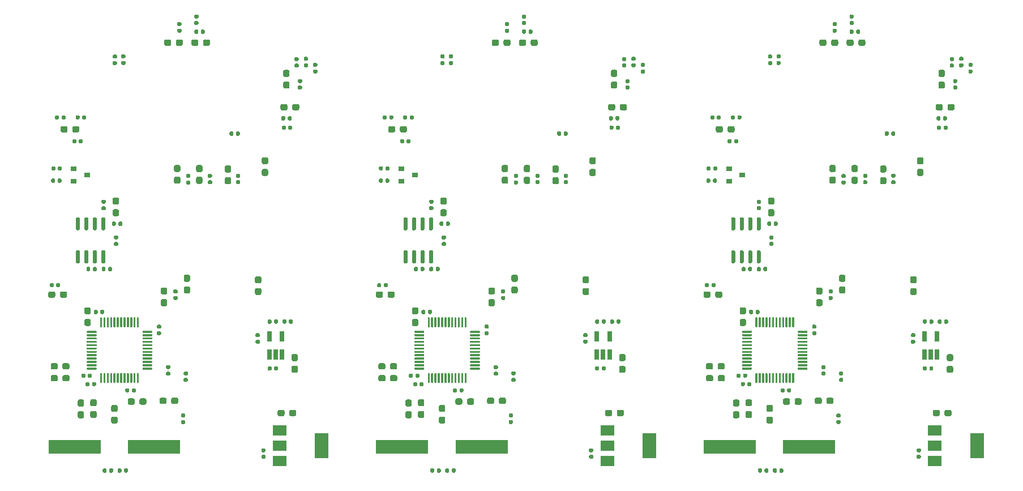
<source format=gbr>
%TF.GenerationSoftware,KiCad,Pcbnew,(5.1.6-0-10_14)*%
%TF.CreationDate,2020-11-03T23:38:41+01:00*%
%TF.ProjectId,panel_x3,70616e65-6c5f-4783-932e-6b696361645f,rev?*%
%TF.SameCoordinates,Original*%
%TF.FileFunction,Paste,Top*%
%TF.FilePolarity,Positive*%
%FSLAX46Y46*%
G04 Gerber Fmt 4.6, Leading zero omitted, Abs format (unit mm)*
G04 Created by KiCad (PCBNEW (5.1.6-0-10_14)) date 2020-11-03 23:38:41*
%MOMM*%
%LPD*%
G01*
G04 APERTURE LIST*
%ADD10R,0.650000X1.560000*%
%ADD11R,7.875000X2.000000*%
%ADD12R,2.000000X3.800000*%
%ADD13R,2.000000X1.500000*%
%ADD14R,0.900000X0.800000*%
G04 APERTURE END LIST*
%TO.C,R19*%
G36*
G01*
X156347320Y-74998000D02*
X156347320Y-75343000D01*
G75*
G02*
X156199820Y-75490500I-147500J0D01*
G01*
X155904820Y-75490500D01*
G75*
G02*
X155757320Y-75343000I0J147500D01*
G01*
X155757320Y-74998000D01*
G75*
G02*
X155904820Y-74850500I147500J0D01*
G01*
X156199820Y-74850500D01*
G75*
G02*
X156347320Y-74998000I0J-147500D01*
G01*
G37*
G36*
G01*
X157317320Y-74998000D02*
X157317320Y-75343000D01*
G75*
G02*
X157169820Y-75490500I-147500J0D01*
G01*
X156874820Y-75490500D01*
G75*
G02*
X156727320Y-75343000I0J147500D01*
G01*
X156727320Y-74998000D01*
G75*
G02*
X156874820Y-74850500I147500J0D01*
G01*
X157169820Y-74850500D01*
G75*
G02*
X157317320Y-74998000I0J-147500D01*
G01*
G37*
%TD*%
%TO.C,R20*%
G36*
G01*
X156760480Y-73511660D02*
X156760480Y-73166660D01*
G75*
G02*
X156907980Y-73019160I147500J0D01*
G01*
X157202980Y-73019160D01*
G75*
G02*
X157350480Y-73166660I0J-147500D01*
G01*
X157350480Y-73511660D01*
G75*
G02*
X157202980Y-73659160I-147500J0D01*
G01*
X156907980Y-73659160D01*
G75*
G02*
X156760480Y-73511660I0J147500D01*
G01*
G37*
G36*
G01*
X155790480Y-73511660D02*
X155790480Y-73166660D01*
G75*
G02*
X155937980Y-73019160I147500J0D01*
G01*
X156232980Y-73019160D01*
G75*
G02*
X156380480Y-73166660I0J-147500D01*
G01*
X156380480Y-73511660D01*
G75*
G02*
X156232980Y-73659160I-147500J0D01*
G01*
X155937980Y-73659160D01*
G75*
G02*
X155790480Y-73511660I0J147500D01*
G01*
G37*
%TD*%
%TO.C,R21*%
G36*
G01*
X163427500Y-78020000D02*
X163772500Y-78020000D01*
G75*
G02*
X163920000Y-78167500I0J-147500D01*
G01*
X163920000Y-78462500D01*
G75*
G02*
X163772500Y-78610000I-147500J0D01*
G01*
X163427500Y-78610000D01*
G75*
G02*
X163280000Y-78462500I0J147500D01*
G01*
X163280000Y-78167500D01*
G75*
G02*
X163427500Y-78020000I147500J0D01*
G01*
G37*
G36*
G01*
X163427500Y-78990000D02*
X163772500Y-78990000D01*
G75*
G02*
X163920000Y-79137500I0J-147500D01*
G01*
X163920000Y-79432500D01*
G75*
G02*
X163772500Y-79580000I-147500J0D01*
G01*
X163427500Y-79580000D01*
G75*
G02*
X163280000Y-79432500I0J147500D01*
G01*
X163280000Y-79137500D01*
G75*
G02*
X163427500Y-78990000I147500J0D01*
G01*
G37*
%TD*%
D10*
%TO.C,U3*%
X188366020Y-98466960D03*
X190266020Y-98466960D03*
X190266020Y-101166960D03*
X189316020Y-101166960D03*
X188366020Y-101166960D03*
%TD*%
%TO.C,U5*%
G36*
G01*
X163303500Y-105418000D02*
X163153500Y-105418000D01*
G75*
G02*
X163078500Y-105343000I0J75000D01*
G01*
X163078500Y-104018000D01*
G75*
G02*
X163153500Y-103943000I75000J0D01*
G01*
X163303500Y-103943000D01*
G75*
G02*
X163378500Y-104018000I0J-75000D01*
G01*
X163378500Y-105343000D01*
G75*
G02*
X163303500Y-105418000I-75000J0D01*
G01*
G37*
G36*
G01*
X163803500Y-105418000D02*
X163653500Y-105418000D01*
G75*
G02*
X163578500Y-105343000I0J75000D01*
G01*
X163578500Y-104018000D01*
G75*
G02*
X163653500Y-103943000I75000J0D01*
G01*
X163803500Y-103943000D01*
G75*
G02*
X163878500Y-104018000I0J-75000D01*
G01*
X163878500Y-105343000D01*
G75*
G02*
X163803500Y-105418000I-75000J0D01*
G01*
G37*
G36*
G01*
X164303500Y-105418000D02*
X164153500Y-105418000D01*
G75*
G02*
X164078500Y-105343000I0J75000D01*
G01*
X164078500Y-104018000D01*
G75*
G02*
X164153500Y-103943000I75000J0D01*
G01*
X164303500Y-103943000D01*
G75*
G02*
X164378500Y-104018000I0J-75000D01*
G01*
X164378500Y-105343000D01*
G75*
G02*
X164303500Y-105418000I-75000J0D01*
G01*
G37*
G36*
G01*
X164803500Y-105418000D02*
X164653500Y-105418000D01*
G75*
G02*
X164578500Y-105343000I0J75000D01*
G01*
X164578500Y-104018000D01*
G75*
G02*
X164653500Y-103943000I75000J0D01*
G01*
X164803500Y-103943000D01*
G75*
G02*
X164878500Y-104018000I0J-75000D01*
G01*
X164878500Y-105343000D01*
G75*
G02*
X164803500Y-105418000I-75000J0D01*
G01*
G37*
G36*
G01*
X165303500Y-105418000D02*
X165153500Y-105418000D01*
G75*
G02*
X165078500Y-105343000I0J75000D01*
G01*
X165078500Y-104018000D01*
G75*
G02*
X165153500Y-103943000I75000J0D01*
G01*
X165303500Y-103943000D01*
G75*
G02*
X165378500Y-104018000I0J-75000D01*
G01*
X165378500Y-105343000D01*
G75*
G02*
X165303500Y-105418000I-75000J0D01*
G01*
G37*
G36*
G01*
X165803500Y-105418000D02*
X165653500Y-105418000D01*
G75*
G02*
X165578500Y-105343000I0J75000D01*
G01*
X165578500Y-104018000D01*
G75*
G02*
X165653500Y-103943000I75000J0D01*
G01*
X165803500Y-103943000D01*
G75*
G02*
X165878500Y-104018000I0J-75000D01*
G01*
X165878500Y-105343000D01*
G75*
G02*
X165803500Y-105418000I-75000J0D01*
G01*
G37*
G36*
G01*
X166303500Y-105418000D02*
X166153500Y-105418000D01*
G75*
G02*
X166078500Y-105343000I0J75000D01*
G01*
X166078500Y-104018000D01*
G75*
G02*
X166153500Y-103943000I75000J0D01*
G01*
X166303500Y-103943000D01*
G75*
G02*
X166378500Y-104018000I0J-75000D01*
G01*
X166378500Y-105343000D01*
G75*
G02*
X166303500Y-105418000I-75000J0D01*
G01*
G37*
G36*
G01*
X166803500Y-105418000D02*
X166653500Y-105418000D01*
G75*
G02*
X166578500Y-105343000I0J75000D01*
G01*
X166578500Y-104018000D01*
G75*
G02*
X166653500Y-103943000I75000J0D01*
G01*
X166803500Y-103943000D01*
G75*
G02*
X166878500Y-104018000I0J-75000D01*
G01*
X166878500Y-105343000D01*
G75*
G02*
X166803500Y-105418000I-75000J0D01*
G01*
G37*
G36*
G01*
X167303500Y-105418000D02*
X167153500Y-105418000D01*
G75*
G02*
X167078500Y-105343000I0J75000D01*
G01*
X167078500Y-104018000D01*
G75*
G02*
X167153500Y-103943000I75000J0D01*
G01*
X167303500Y-103943000D01*
G75*
G02*
X167378500Y-104018000I0J-75000D01*
G01*
X167378500Y-105343000D01*
G75*
G02*
X167303500Y-105418000I-75000J0D01*
G01*
G37*
G36*
G01*
X167803500Y-105418000D02*
X167653500Y-105418000D01*
G75*
G02*
X167578500Y-105343000I0J75000D01*
G01*
X167578500Y-104018000D01*
G75*
G02*
X167653500Y-103943000I75000J0D01*
G01*
X167803500Y-103943000D01*
G75*
G02*
X167878500Y-104018000I0J-75000D01*
G01*
X167878500Y-105343000D01*
G75*
G02*
X167803500Y-105418000I-75000J0D01*
G01*
G37*
G36*
G01*
X168303500Y-105418000D02*
X168153500Y-105418000D01*
G75*
G02*
X168078500Y-105343000I0J75000D01*
G01*
X168078500Y-104018000D01*
G75*
G02*
X168153500Y-103943000I75000J0D01*
G01*
X168303500Y-103943000D01*
G75*
G02*
X168378500Y-104018000I0J-75000D01*
G01*
X168378500Y-105343000D01*
G75*
G02*
X168303500Y-105418000I-75000J0D01*
G01*
G37*
G36*
G01*
X168803500Y-105418000D02*
X168653500Y-105418000D01*
G75*
G02*
X168578500Y-105343000I0J75000D01*
G01*
X168578500Y-104018000D01*
G75*
G02*
X168653500Y-103943000I75000J0D01*
G01*
X168803500Y-103943000D01*
G75*
G02*
X168878500Y-104018000I0J-75000D01*
G01*
X168878500Y-105343000D01*
G75*
G02*
X168803500Y-105418000I-75000J0D01*
G01*
G37*
G36*
G01*
X170803500Y-103418000D02*
X169478500Y-103418000D01*
G75*
G02*
X169403500Y-103343000I0J75000D01*
G01*
X169403500Y-103193000D01*
G75*
G02*
X169478500Y-103118000I75000J0D01*
G01*
X170803500Y-103118000D01*
G75*
G02*
X170878500Y-103193000I0J-75000D01*
G01*
X170878500Y-103343000D01*
G75*
G02*
X170803500Y-103418000I-75000J0D01*
G01*
G37*
G36*
G01*
X170803500Y-102918000D02*
X169478500Y-102918000D01*
G75*
G02*
X169403500Y-102843000I0J75000D01*
G01*
X169403500Y-102693000D01*
G75*
G02*
X169478500Y-102618000I75000J0D01*
G01*
X170803500Y-102618000D01*
G75*
G02*
X170878500Y-102693000I0J-75000D01*
G01*
X170878500Y-102843000D01*
G75*
G02*
X170803500Y-102918000I-75000J0D01*
G01*
G37*
G36*
G01*
X170803500Y-102418000D02*
X169478500Y-102418000D01*
G75*
G02*
X169403500Y-102343000I0J75000D01*
G01*
X169403500Y-102193000D01*
G75*
G02*
X169478500Y-102118000I75000J0D01*
G01*
X170803500Y-102118000D01*
G75*
G02*
X170878500Y-102193000I0J-75000D01*
G01*
X170878500Y-102343000D01*
G75*
G02*
X170803500Y-102418000I-75000J0D01*
G01*
G37*
G36*
G01*
X170803500Y-101918000D02*
X169478500Y-101918000D01*
G75*
G02*
X169403500Y-101843000I0J75000D01*
G01*
X169403500Y-101693000D01*
G75*
G02*
X169478500Y-101618000I75000J0D01*
G01*
X170803500Y-101618000D01*
G75*
G02*
X170878500Y-101693000I0J-75000D01*
G01*
X170878500Y-101843000D01*
G75*
G02*
X170803500Y-101918000I-75000J0D01*
G01*
G37*
G36*
G01*
X170803500Y-101418000D02*
X169478500Y-101418000D01*
G75*
G02*
X169403500Y-101343000I0J75000D01*
G01*
X169403500Y-101193000D01*
G75*
G02*
X169478500Y-101118000I75000J0D01*
G01*
X170803500Y-101118000D01*
G75*
G02*
X170878500Y-101193000I0J-75000D01*
G01*
X170878500Y-101343000D01*
G75*
G02*
X170803500Y-101418000I-75000J0D01*
G01*
G37*
G36*
G01*
X170803500Y-100918000D02*
X169478500Y-100918000D01*
G75*
G02*
X169403500Y-100843000I0J75000D01*
G01*
X169403500Y-100693000D01*
G75*
G02*
X169478500Y-100618000I75000J0D01*
G01*
X170803500Y-100618000D01*
G75*
G02*
X170878500Y-100693000I0J-75000D01*
G01*
X170878500Y-100843000D01*
G75*
G02*
X170803500Y-100918000I-75000J0D01*
G01*
G37*
G36*
G01*
X170803500Y-100418000D02*
X169478500Y-100418000D01*
G75*
G02*
X169403500Y-100343000I0J75000D01*
G01*
X169403500Y-100193000D01*
G75*
G02*
X169478500Y-100118000I75000J0D01*
G01*
X170803500Y-100118000D01*
G75*
G02*
X170878500Y-100193000I0J-75000D01*
G01*
X170878500Y-100343000D01*
G75*
G02*
X170803500Y-100418000I-75000J0D01*
G01*
G37*
G36*
G01*
X170803500Y-99918000D02*
X169478500Y-99918000D01*
G75*
G02*
X169403500Y-99843000I0J75000D01*
G01*
X169403500Y-99693000D01*
G75*
G02*
X169478500Y-99618000I75000J0D01*
G01*
X170803500Y-99618000D01*
G75*
G02*
X170878500Y-99693000I0J-75000D01*
G01*
X170878500Y-99843000D01*
G75*
G02*
X170803500Y-99918000I-75000J0D01*
G01*
G37*
G36*
G01*
X170803500Y-99418000D02*
X169478500Y-99418000D01*
G75*
G02*
X169403500Y-99343000I0J75000D01*
G01*
X169403500Y-99193000D01*
G75*
G02*
X169478500Y-99118000I75000J0D01*
G01*
X170803500Y-99118000D01*
G75*
G02*
X170878500Y-99193000I0J-75000D01*
G01*
X170878500Y-99343000D01*
G75*
G02*
X170803500Y-99418000I-75000J0D01*
G01*
G37*
G36*
G01*
X170803500Y-98918000D02*
X169478500Y-98918000D01*
G75*
G02*
X169403500Y-98843000I0J75000D01*
G01*
X169403500Y-98693000D01*
G75*
G02*
X169478500Y-98618000I75000J0D01*
G01*
X170803500Y-98618000D01*
G75*
G02*
X170878500Y-98693000I0J-75000D01*
G01*
X170878500Y-98843000D01*
G75*
G02*
X170803500Y-98918000I-75000J0D01*
G01*
G37*
G36*
G01*
X170803500Y-98418000D02*
X169478500Y-98418000D01*
G75*
G02*
X169403500Y-98343000I0J75000D01*
G01*
X169403500Y-98193000D01*
G75*
G02*
X169478500Y-98118000I75000J0D01*
G01*
X170803500Y-98118000D01*
G75*
G02*
X170878500Y-98193000I0J-75000D01*
G01*
X170878500Y-98343000D01*
G75*
G02*
X170803500Y-98418000I-75000J0D01*
G01*
G37*
G36*
G01*
X170803500Y-97918000D02*
X169478500Y-97918000D01*
G75*
G02*
X169403500Y-97843000I0J75000D01*
G01*
X169403500Y-97693000D01*
G75*
G02*
X169478500Y-97618000I75000J0D01*
G01*
X170803500Y-97618000D01*
G75*
G02*
X170878500Y-97693000I0J-75000D01*
G01*
X170878500Y-97843000D01*
G75*
G02*
X170803500Y-97918000I-75000J0D01*
G01*
G37*
G36*
G01*
X168803500Y-97093000D02*
X168653500Y-97093000D01*
G75*
G02*
X168578500Y-97018000I0J75000D01*
G01*
X168578500Y-95693000D01*
G75*
G02*
X168653500Y-95618000I75000J0D01*
G01*
X168803500Y-95618000D01*
G75*
G02*
X168878500Y-95693000I0J-75000D01*
G01*
X168878500Y-97018000D01*
G75*
G02*
X168803500Y-97093000I-75000J0D01*
G01*
G37*
G36*
G01*
X168303500Y-97093000D02*
X168153500Y-97093000D01*
G75*
G02*
X168078500Y-97018000I0J75000D01*
G01*
X168078500Y-95693000D01*
G75*
G02*
X168153500Y-95618000I75000J0D01*
G01*
X168303500Y-95618000D01*
G75*
G02*
X168378500Y-95693000I0J-75000D01*
G01*
X168378500Y-97018000D01*
G75*
G02*
X168303500Y-97093000I-75000J0D01*
G01*
G37*
G36*
G01*
X167803500Y-97093000D02*
X167653500Y-97093000D01*
G75*
G02*
X167578500Y-97018000I0J75000D01*
G01*
X167578500Y-95693000D01*
G75*
G02*
X167653500Y-95618000I75000J0D01*
G01*
X167803500Y-95618000D01*
G75*
G02*
X167878500Y-95693000I0J-75000D01*
G01*
X167878500Y-97018000D01*
G75*
G02*
X167803500Y-97093000I-75000J0D01*
G01*
G37*
G36*
G01*
X167303500Y-97093000D02*
X167153500Y-97093000D01*
G75*
G02*
X167078500Y-97018000I0J75000D01*
G01*
X167078500Y-95693000D01*
G75*
G02*
X167153500Y-95618000I75000J0D01*
G01*
X167303500Y-95618000D01*
G75*
G02*
X167378500Y-95693000I0J-75000D01*
G01*
X167378500Y-97018000D01*
G75*
G02*
X167303500Y-97093000I-75000J0D01*
G01*
G37*
G36*
G01*
X166803500Y-97093000D02*
X166653500Y-97093000D01*
G75*
G02*
X166578500Y-97018000I0J75000D01*
G01*
X166578500Y-95693000D01*
G75*
G02*
X166653500Y-95618000I75000J0D01*
G01*
X166803500Y-95618000D01*
G75*
G02*
X166878500Y-95693000I0J-75000D01*
G01*
X166878500Y-97018000D01*
G75*
G02*
X166803500Y-97093000I-75000J0D01*
G01*
G37*
G36*
G01*
X166303500Y-97093000D02*
X166153500Y-97093000D01*
G75*
G02*
X166078500Y-97018000I0J75000D01*
G01*
X166078500Y-95693000D01*
G75*
G02*
X166153500Y-95618000I75000J0D01*
G01*
X166303500Y-95618000D01*
G75*
G02*
X166378500Y-95693000I0J-75000D01*
G01*
X166378500Y-97018000D01*
G75*
G02*
X166303500Y-97093000I-75000J0D01*
G01*
G37*
G36*
G01*
X165803500Y-97093000D02*
X165653500Y-97093000D01*
G75*
G02*
X165578500Y-97018000I0J75000D01*
G01*
X165578500Y-95693000D01*
G75*
G02*
X165653500Y-95618000I75000J0D01*
G01*
X165803500Y-95618000D01*
G75*
G02*
X165878500Y-95693000I0J-75000D01*
G01*
X165878500Y-97018000D01*
G75*
G02*
X165803500Y-97093000I-75000J0D01*
G01*
G37*
G36*
G01*
X165303500Y-97093000D02*
X165153500Y-97093000D01*
G75*
G02*
X165078500Y-97018000I0J75000D01*
G01*
X165078500Y-95693000D01*
G75*
G02*
X165153500Y-95618000I75000J0D01*
G01*
X165303500Y-95618000D01*
G75*
G02*
X165378500Y-95693000I0J-75000D01*
G01*
X165378500Y-97018000D01*
G75*
G02*
X165303500Y-97093000I-75000J0D01*
G01*
G37*
G36*
G01*
X164803500Y-97093000D02*
X164653500Y-97093000D01*
G75*
G02*
X164578500Y-97018000I0J75000D01*
G01*
X164578500Y-95693000D01*
G75*
G02*
X164653500Y-95618000I75000J0D01*
G01*
X164803500Y-95618000D01*
G75*
G02*
X164878500Y-95693000I0J-75000D01*
G01*
X164878500Y-97018000D01*
G75*
G02*
X164803500Y-97093000I-75000J0D01*
G01*
G37*
G36*
G01*
X164303500Y-97093000D02*
X164153500Y-97093000D01*
G75*
G02*
X164078500Y-97018000I0J75000D01*
G01*
X164078500Y-95693000D01*
G75*
G02*
X164153500Y-95618000I75000J0D01*
G01*
X164303500Y-95618000D01*
G75*
G02*
X164378500Y-95693000I0J-75000D01*
G01*
X164378500Y-97018000D01*
G75*
G02*
X164303500Y-97093000I-75000J0D01*
G01*
G37*
G36*
G01*
X163803500Y-97093000D02*
X163653500Y-97093000D01*
G75*
G02*
X163578500Y-97018000I0J75000D01*
G01*
X163578500Y-95693000D01*
G75*
G02*
X163653500Y-95618000I75000J0D01*
G01*
X163803500Y-95618000D01*
G75*
G02*
X163878500Y-95693000I0J-75000D01*
G01*
X163878500Y-97018000D01*
G75*
G02*
X163803500Y-97093000I-75000J0D01*
G01*
G37*
G36*
G01*
X163303500Y-97093000D02*
X163153500Y-97093000D01*
G75*
G02*
X163078500Y-97018000I0J75000D01*
G01*
X163078500Y-95693000D01*
G75*
G02*
X163153500Y-95618000I75000J0D01*
G01*
X163303500Y-95618000D01*
G75*
G02*
X163378500Y-95693000I0J-75000D01*
G01*
X163378500Y-97018000D01*
G75*
G02*
X163303500Y-97093000I-75000J0D01*
G01*
G37*
G36*
G01*
X162478500Y-97918000D02*
X161153500Y-97918000D01*
G75*
G02*
X161078500Y-97843000I0J75000D01*
G01*
X161078500Y-97693000D01*
G75*
G02*
X161153500Y-97618000I75000J0D01*
G01*
X162478500Y-97618000D01*
G75*
G02*
X162553500Y-97693000I0J-75000D01*
G01*
X162553500Y-97843000D01*
G75*
G02*
X162478500Y-97918000I-75000J0D01*
G01*
G37*
G36*
G01*
X162478500Y-98418000D02*
X161153500Y-98418000D01*
G75*
G02*
X161078500Y-98343000I0J75000D01*
G01*
X161078500Y-98193000D01*
G75*
G02*
X161153500Y-98118000I75000J0D01*
G01*
X162478500Y-98118000D01*
G75*
G02*
X162553500Y-98193000I0J-75000D01*
G01*
X162553500Y-98343000D01*
G75*
G02*
X162478500Y-98418000I-75000J0D01*
G01*
G37*
G36*
G01*
X162478500Y-98918000D02*
X161153500Y-98918000D01*
G75*
G02*
X161078500Y-98843000I0J75000D01*
G01*
X161078500Y-98693000D01*
G75*
G02*
X161153500Y-98618000I75000J0D01*
G01*
X162478500Y-98618000D01*
G75*
G02*
X162553500Y-98693000I0J-75000D01*
G01*
X162553500Y-98843000D01*
G75*
G02*
X162478500Y-98918000I-75000J0D01*
G01*
G37*
G36*
G01*
X162478500Y-99418000D02*
X161153500Y-99418000D01*
G75*
G02*
X161078500Y-99343000I0J75000D01*
G01*
X161078500Y-99193000D01*
G75*
G02*
X161153500Y-99118000I75000J0D01*
G01*
X162478500Y-99118000D01*
G75*
G02*
X162553500Y-99193000I0J-75000D01*
G01*
X162553500Y-99343000D01*
G75*
G02*
X162478500Y-99418000I-75000J0D01*
G01*
G37*
G36*
G01*
X162478500Y-99918000D02*
X161153500Y-99918000D01*
G75*
G02*
X161078500Y-99843000I0J75000D01*
G01*
X161078500Y-99693000D01*
G75*
G02*
X161153500Y-99618000I75000J0D01*
G01*
X162478500Y-99618000D01*
G75*
G02*
X162553500Y-99693000I0J-75000D01*
G01*
X162553500Y-99843000D01*
G75*
G02*
X162478500Y-99918000I-75000J0D01*
G01*
G37*
G36*
G01*
X162478500Y-100418000D02*
X161153500Y-100418000D01*
G75*
G02*
X161078500Y-100343000I0J75000D01*
G01*
X161078500Y-100193000D01*
G75*
G02*
X161153500Y-100118000I75000J0D01*
G01*
X162478500Y-100118000D01*
G75*
G02*
X162553500Y-100193000I0J-75000D01*
G01*
X162553500Y-100343000D01*
G75*
G02*
X162478500Y-100418000I-75000J0D01*
G01*
G37*
G36*
G01*
X162478500Y-100918000D02*
X161153500Y-100918000D01*
G75*
G02*
X161078500Y-100843000I0J75000D01*
G01*
X161078500Y-100693000D01*
G75*
G02*
X161153500Y-100618000I75000J0D01*
G01*
X162478500Y-100618000D01*
G75*
G02*
X162553500Y-100693000I0J-75000D01*
G01*
X162553500Y-100843000D01*
G75*
G02*
X162478500Y-100918000I-75000J0D01*
G01*
G37*
G36*
G01*
X162478500Y-101418000D02*
X161153500Y-101418000D01*
G75*
G02*
X161078500Y-101343000I0J75000D01*
G01*
X161078500Y-101193000D01*
G75*
G02*
X161153500Y-101118000I75000J0D01*
G01*
X162478500Y-101118000D01*
G75*
G02*
X162553500Y-101193000I0J-75000D01*
G01*
X162553500Y-101343000D01*
G75*
G02*
X162478500Y-101418000I-75000J0D01*
G01*
G37*
G36*
G01*
X162478500Y-101918000D02*
X161153500Y-101918000D01*
G75*
G02*
X161078500Y-101843000I0J75000D01*
G01*
X161078500Y-101693000D01*
G75*
G02*
X161153500Y-101618000I75000J0D01*
G01*
X162478500Y-101618000D01*
G75*
G02*
X162553500Y-101693000I0J-75000D01*
G01*
X162553500Y-101843000D01*
G75*
G02*
X162478500Y-101918000I-75000J0D01*
G01*
G37*
G36*
G01*
X162478500Y-102418000D02*
X161153500Y-102418000D01*
G75*
G02*
X161078500Y-102343000I0J75000D01*
G01*
X161078500Y-102193000D01*
G75*
G02*
X161153500Y-102118000I75000J0D01*
G01*
X162478500Y-102118000D01*
G75*
G02*
X162553500Y-102193000I0J-75000D01*
G01*
X162553500Y-102343000D01*
G75*
G02*
X162478500Y-102418000I-75000J0D01*
G01*
G37*
G36*
G01*
X162478500Y-102918000D02*
X161153500Y-102918000D01*
G75*
G02*
X161078500Y-102843000I0J75000D01*
G01*
X161078500Y-102693000D01*
G75*
G02*
X161153500Y-102618000I75000J0D01*
G01*
X162478500Y-102618000D01*
G75*
G02*
X162553500Y-102693000I0J-75000D01*
G01*
X162553500Y-102843000D01*
G75*
G02*
X162478500Y-102918000I-75000J0D01*
G01*
G37*
G36*
G01*
X162478500Y-103418000D02*
X161153500Y-103418000D01*
G75*
G02*
X161078500Y-103343000I0J75000D01*
G01*
X161078500Y-103193000D01*
G75*
G02*
X161153500Y-103118000I75000J0D01*
G01*
X162478500Y-103118000D01*
G75*
G02*
X162553500Y-103193000I0J-75000D01*
G01*
X162553500Y-103343000D01*
G75*
G02*
X162478500Y-103418000I-75000J0D01*
G01*
G37*
%TD*%
%TO.C,R3*%
G36*
G01*
X193138500Y-60577000D02*
X192793500Y-60577000D01*
G75*
G02*
X192646000Y-60429500I0J147500D01*
G01*
X192646000Y-60134500D01*
G75*
G02*
X192793500Y-59987000I147500J0D01*
G01*
X193138500Y-59987000D01*
G75*
G02*
X193286000Y-60134500I0J-147500D01*
G01*
X193286000Y-60429500D01*
G75*
G02*
X193138500Y-60577000I-147500J0D01*
G01*
G37*
G36*
G01*
X193138500Y-61547000D02*
X192793500Y-61547000D01*
G75*
G02*
X192646000Y-61399500I0J147500D01*
G01*
X192646000Y-61104500D01*
G75*
G02*
X192793500Y-60957000I147500J0D01*
G01*
X193138500Y-60957000D01*
G75*
G02*
X193286000Y-61104500I0J-147500D01*
G01*
X193286000Y-61399500D01*
G75*
G02*
X193138500Y-61547000I-147500J0D01*
G01*
G37*
%TD*%
%TO.C,R10*%
G36*
G01*
X192408480Y-103900440D02*
X191933480Y-103900440D01*
G75*
G02*
X191695980Y-103662940I0J237500D01*
G01*
X191695980Y-103087940D01*
G75*
G02*
X191933480Y-102850440I237500J0D01*
G01*
X192408480Y-102850440D01*
G75*
G02*
X192645980Y-103087940I0J-237500D01*
G01*
X192645980Y-103662940D01*
G75*
G02*
X192408480Y-103900440I-237500J0D01*
G01*
G37*
G36*
G01*
X192408480Y-102150440D02*
X191933480Y-102150440D01*
G75*
G02*
X191695980Y-101912940I0J237500D01*
G01*
X191695980Y-101337940D01*
G75*
G02*
X191933480Y-101100440I237500J0D01*
G01*
X192408480Y-101100440D01*
G75*
G02*
X192645980Y-101337940I0J-237500D01*
G01*
X192645980Y-101912940D01*
G75*
G02*
X192408480Y-102150440I-237500J0D01*
G01*
G37*
%TD*%
%TO.C,C6*%
G36*
G01*
X181958900Y-74655200D02*
X182433900Y-74655200D01*
G75*
G02*
X182671400Y-74892700I0J-237500D01*
G01*
X182671400Y-75467700D01*
G75*
G02*
X182433900Y-75705200I-237500J0D01*
G01*
X181958900Y-75705200D01*
G75*
G02*
X181721400Y-75467700I0J237500D01*
G01*
X181721400Y-74892700D01*
G75*
G02*
X181958900Y-74655200I237500J0D01*
G01*
G37*
G36*
G01*
X181958900Y-72905200D02*
X182433900Y-72905200D01*
G75*
G02*
X182671400Y-73142700I0J-237500D01*
G01*
X182671400Y-73717700D01*
G75*
G02*
X182433900Y-73955200I-237500J0D01*
G01*
X181958900Y-73955200D01*
G75*
G02*
X181721400Y-73717700I0J237500D01*
G01*
X181721400Y-73142700D01*
G75*
G02*
X181958900Y-72905200I237500J0D01*
G01*
G37*
%TD*%
%TO.C,C16*%
G36*
G01*
X172870800Y-92191100D02*
X172395800Y-92191100D01*
G75*
G02*
X172158300Y-91953600I0J237500D01*
G01*
X172158300Y-91378600D01*
G75*
G02*
X172395800Y-91141100I237500J0D01*
G01*
X172870800Y-91141100D01*
G75*
G02*
X173108300Y-91378600I0J-237500D01*
G01*
X173108300Y-91953600D01*
G75*
G02*
X172870800Y-92191100I-237500J0D01*
G01*
G37*
G36*
G01*
X172870800Y-93941100D02*
X172395800Y-93941100D01*
G75*
G02*
X172158300Y-93703600I0J237500D01*
G01*
X172158300Y-93128600D01*
G75*
G02*
X172395800Y-92891100I237500J0D01*
G01*
X172870800Y-92891100D01*
G75*
G02*
X173108300Y-93128600I0J-237500D01*
G01*
X173108300Y-93703600D01*
G75*
G02*
X172870800Y-93941100I-237500J0D01*
G01*
G37*
%TD*%
%TO.C,C4*%
G36*
G01*
X187332500Y-115181200D02*
X187677500Y-115181200D01*
G75*
G02*
X187825000Y-115328700I0J-147500D01*
G01*
X187825000Y-115623700D01*
G75*
G02*
X187677500Y-115771200I-147500J0D01*
G01*
X187332500Y-115771200D01*
G75*
G02*
X187185000Y-115623700I0J147500D01*
G01*
X187185000Y-115328700D01*
G75*
G02*
X187332500Y-115181200I147500J0D01*
G01*
G37*
G36*
G01*
X187332500Y-116151200D02*
X187677500Y-116151200D01*
G75*
G02*
X187825000Y-116298700I0J-147500D01*
G01*
X187825000Y-116593700D01*
G75*
G02*
X187677500Y-116741200I-147500J0D01*
G01*
X187332500Y-116741200D01*
G75*
G02*
X187185000Y-116593700I0J147500D01*
G01*
X187185000Y-116298700D01*
G75*
G02*
X187332500Y-116151200I147500J0D01*
G01*
G37*
%TD*%
%TO.C,C12*%
G36*
G01*
X188706780Y-103070920D02*
X188706780Y-103415920D01*
G75*
G02*
X188559280Y-103563420I-147500J0D01*
G01*
X188264280Y-103563420D01*
G75*
G02*
X188116780Y-103415920I0J147500D01*
G01*
X188116780Y-103070920D01*
G75*
G02*
X188264280Y-102923420I147500J0D01*
G01*
X188559280Y-102923420D01*
G75*
G02*
X188706780Y-103070920I0J-147500D01*
G01*
G37*
G36*
G01*
X189676780Y-103070920D02*
X189676780Y-103415920D01*
G75*
G02*
X189529280Y-103563420I-147500J0D01*
G01*
X189234280Y-103563420D01*
G75*
G02*
X189086780Y-103415920I0J147500D01*
G01*
X189086780Y-103070920D01*
G75*
G02*
X189234280Y-102923420I147500J0D01*
G01*
X189529280Y-102923420D01*
G75*
G02*
X189676780Y-103070920I0J-147500D01*
G01*
G37*
%TD*%
%TO.C,C11*%
G36*
G01*
X183990000Y-67960500D02*
X183990000Y-68305500D01*
G75*
G02*
X183842500Y-68453000I-147500J0D01*
G01*
X183547500Y-68453000D01*
G75*
G02*
X183400000Y-68305500I0J147500D01*
G01*
X183400000Y-67960500D01*
G75*
G02*
X183547500Y-67813000I147500J0D01*
G01*
X183842500Y-67813000D01*
G75*
G02*
X183990000Y-67960500I0J-147500D01*
G01*
G37*
G36*
G01*
X183020000Y-67960500D02*
X183020000Y-68305500D01*
G75*
G02*
X182872500Y-68453000I-147500J0D01*
G01*
X182577500Y-68453000D01*
G75*
G02*
X182430000Y-68305500I0J147500D01*
G01*
X182430000Y-67960500D01*
G75*
G02*
X182577500Y-67813000I147500J0D01*
G01*
X182872500Y-67813000D01*
G75*
G02*
X183020000Y-67960500I0J-147500D01*
G01*
G37*
%TD*%
%TO.C,C13*%
G36*
G01*
X190258000Y-67416500D02*
X190258000Y-67071500D01*
G75*
G02*
X190405500Y-66924000I147500J0D01*
G01*
X190700500Y-66924000D01*
G75*
G02*
X190848000Y-67071500I0J-147500D01*
G01*
X190848000Y-67416500D01*
G75*
G02*
X190700500Y-67564000I-147500J0D01*
G01*
X190405500Y-67564000D01*
G75*
G02*
X190258000Y-67416500I0J147500D01*
G01*
G37*
G36*
G01*
X191228000Y-67416500D02*
X191228000Y-67071500D01*
G75*
G02*
X191375500Y-66924000I147500J0D01*
G01*
X191670500Y-66924000D01*
G75*
G02*
X191818000Y-67071500I0J-147500D01*
G01*
X191818000Y-67416500D01*
G75*
G02*
X191670500Y-67564000I-147500J0D01*
G01*
X191375500Y-67564000D01*
G75*
G02*
X191228000Y-67416500I0J147500D01*
G01*
G37*
%TD*%
%TO.C,C15*%
G36*
G01*
X186824060Y-99540460D02*
X186479060Y-99540460D01*
G75*
G02*
X186331560Y-99392960I0J147500D01*
G01*
X186331560Y-99097960D01*
G75*
G02*
X186479060Y-98950460I147500J0D01*
G01*
X186824060Y-98950460D01*
G75*
G02*
X186971560Y-99097960I0J-147500D01*
G01*
X186971560Y-99392960D01*
G75*
G02*
X186824060Y-99540460I-147500J0D01*
G01*
G37*
G36*
G01*
X186824060Y-98570460D02*
X186479060Y-98570460D01*
G75*
G02*
X186331560Y-98422960I0J147500D01*
G01*
X186331560Y-98127960D01*
G75*
G02*
X186479060Y-97980460I147500J0D01*
G01*
X186824060Y-97980460D01*
G75*
G02*
X186971560Y-98127960I0J-147500D01*
G01*
X186971560Y-98422960D01*
G75*
G02*
X186824060Y-98570460I-147500J0D01*
G01*
G37*
%TD*%
%TO.C,C2*%
G36*
G01*
X177679000Y-72843000D02*
X178154000Y-72843000D01*
G75*
G02*
X178391500Y-73080500I0J-237500D01*
G01*
X178391500Y-73655500D01*
G75*
G02*
X178154000Y-73893000I-237500J0D01*
G01*
X177679000Y-73893000D01*
G75*
G02*
X177441500Y-73655500I0J237500D01*
G01*
X177441500Y-73080500D01*
G75*
G02*
X177679000Y-72843000I237500J0D01*
G01*
G37*
G36*
G01*
X177679000Y-74593000D02*
X178154000Y-74593000D01*
G75*
G02*
X178391500Y-74830500I0J-237500D01*
G01*
X178391500Y-75405500D01*
G75*
G02*
X178154000Y-75643000I-237500J0D01*
G01*
X177679000Y-75643000D01*
G75*
G02*
X177441500Y-75405500I0J237500D01*
G01*
X177441500Y-74830500D01*
G75*
G02*
X177679000Y-74593000I237500J0D01*
G01*
G37*
%TD*%
%TO.C,C9*%
G36*
G01*
X174377000Y-72829000D02*
X174852000Y-72829000D01*
G75*
G02*
X175089500Y-73066500I0J-237500D01*
G01*
X175089500Y-73641500D01*
G75*
G02*
X174852000Y-73879000I-237500J0D01*
G01*
X174377000Y-73879000D01*
G75*
G02*
X174139500Y-73641500I0J237500D01*
G01*
X174139500Y-73066500D01*
G75*
G02*
X174377000Y-72829000I237500J0D01*
G01*
G37*
G36*
G01*
X174377000Y-74579000D02*
X174852000Y-74579000D01*
G75*
G02*
X175089500Y-74816500I0J-237500D01*
G01*
X175089500Y-75391500D01*
G75*
G02*
X174852000Y-75629000I-237500J0D01*
G01*
X174377000Y-75629000D01*
G75*
G02*
X174139500Y-75391500I0J237500D01*
G01*
X174139500Y-74816500D01*
G75*
G02*
X174377000Y-74579000I237500J0D01*
G01*
G37*
%TD*%
%TO.C,C1*%
G36*
G01*
X165107500Y-57297000D02*
X165452500Y-57297000D01*
G75*
G02*
X165600000Y-57444500I0J-147500D01*
G01*
X165600000Y-57739500D01*
G75*
G02*
X165452500Y-57887000I-147500J0D01*
G01*
X165107500Y-57887000D01*
G75*
G02*
X164960000Y-57739500I0J147500D01*
G01*
X164960000Y-57444500D01*
G75*
G02*
X165107500Y-57297000I147500J0D01*
G01*
G37*
G36*
G01*
X165107500Y-56327000D02*
X165452500Y-56327000D01*
G75*
G02*
X165600000Y-56474500I0J-147500D01*
G01*
X165600000Y-56769500D01*
G75*
G02*
X165452500Y-56917000I-147500J0D01*
G01*
X165107500Y-56917000D01*
G75*
G02*
X164960000Y-56769500I0J147500D01*
G01*
X164960000Y-56474500D01*
G75*
G02*
X165107500Y-56327000I147500J0D01*
G01*
G37*
%TD*%
%TO.C,U4*%
G36*
G01*
X163415500Y-80637500D02*
X163715500Y-80637500D01*
G75*
G02*
X163865500Y-80787500I0J-150000D01*
G01*
X163865500Y-82437500D01*
G75*
G02*
X163715500Y-82587500I-150000J0D01*
G01*
X163415500Y-82587500D01*
G75*
G02*
X163265500Y-82437500I0J150000D01*
G01*
X163265500Y-80787500D01*
G75*
G02*
X163415500Y-80637500I150000J0D01*
G01*
G37*
G36*
G01*
X162145500Y-80637500D02*
X162445500Y-80637500D01*
G75*
G02*
X162595500Y-80787500I0J-150000D01*
G01*
X162595500Y-82437500D01*
G75*
G02*
X162445500Y-82587500I-150000J0D01*
G01*
X162145500Y-82587500D01*
G75*
G02*
X161995500Y-82437500I0J150000D01*
G01*
X161995500Y-80787500D01*
G75*
G02*
X162145500Y-80637500I150000J0D01*
G01*
G37*
G36*
G01*
X160875500Y-80637500D02*
X161175500Y-80637500D01*
G75*
G02*
X161325500Y-80787500I0J-150000D01*
G01*
X161325500Y-82437500D01*
G75*
G02*
X161175500Y-82587500I-150000J0D01*
G01*
X160875500Y-82587500D01*
G75*
G02*
X160725500Y-82437500I0J150000D01*
G01*
X160725500Y-80787500D01*
G75*
G02*
X160875500Y-80637500I150000J0D01*
G01*
G37*
G36*
G01*
X159605500Y-80637500D02*
X159905500Y-80637500D01*
G75*
G02*
X160055500Y-80787500I0J-150000D01*
G01*
X160055500Y-82437500D01*
G75*
G02*
X159905500Y-82587500I-150000J0D01*
G01*
X159605500Y-82587500D01*
G75*
G02*
X159455500Y-82437500I0J150000D01*
G01*
X159455500Y-80787500D01*
G75*
G02*
X159605500Y-80637500I150000J0D01*
G01*
G37*
G36*
G01*
X159605500Y-85587500D02*
X159905500Y-85587500D01*
G75*
G02*
X160055500Y-85737500I0J-150000D01*
G01*
X160055500Y-87387500D01*
G75*
G02*
X159905500Y-87537500I-150000J0D01*
G01*
X159605500Y-87537500D01*
G75*
G02*
X159455500Y-87387500I0J150000D01*
G01*
X159455500Y-85737500D01*
G75*
G02*
X159605500Y-85587500I150000J0D01*
G01*
G37*
G36*
G01*
X160875500Y-85587500D02*
X161175500Y-85587500D01*
G75*
G02*
X161325500Y-85737500I0J-150000D01*
G01*
X161325500Y-87387500D01*
G75*
G02*
X161175500Y-87537500I-150000J0D01*
G01*
X160875500Y-87537500D01*
G75*
G02*
X160725500Y-87387500I0J150000D01*
G01*
X160725500Y-85737500D01*
G75*
G02*
X160875500Y-85587500I150000J0D01*
G01*
G37*
G36*
G01*
X162145500Y-85587500D02*
X162445500Y-85587500D01*
G75*
G02*
X162595500Y-85737500I0J-150000D01*
G01*
X162595500Y-87387500D01*
G75*
G02*
X162445500Y-87537500I-150000J0D01*
G01*
X162145500Y-87537500D01*
G75*
G02*
X161995500Y-87387500I0J150000D01*
G01*
X161995500Y-85737500D01*
G75*
G02*
X162145500Y-85587500I150000J0D01*
G01*
G37*
G36*
G01*
X163415500Y-85587500D02*
X163715500Y-85587500D01*
G75*
G02*
X163865500Y-85737500I0J-150000D01*
G01*
X163865500Y-87387500D01*
G75*
G02*
X163715500Y-87537500I-150000J0D01*
G01*
X163415500Y-87537500D01*
G75*
G02*
X163265500Y-87387500I0J150000D01*
G01*
X163265500Y-85737500D01*
G75*
G02*
X163415500Y-85587500I150000J0D01*
G01*
G37*
%TD*%
%TO.C,C5*%
G36*
G01*
X179331500Y-75117500D02*
X179676500Y-75117500D01*
G75*
G02*
X179824000Y-75265000I0J-147500D01*
G01*
X179824000Y-75560000D01*
G75*
G02*
X179676500Y-75707500I-147500J0D01*
G01*
X179331500Y-75707500D01*
G75*
G02*
X179184000Y-75560000I0J147500D01*
G01*
X179184000Y-75265000D01*
G75*
G02*
X179331500Y-75117500I147500J0D01*
G01*
G37*
G36*
G01*
X179331500Y-74147500D02*
X179676500Y-74147500D01*
G75*
G02*
X179824000Y-74295000I0J-147500D01*
G01*
X179824000Y-74590000D01*
G75*
G02*
X179676500Y-74737500I-147500J0D01*
G01*
X179331500Y-74737500D01*
G75*
G02*
X179184000Y-74590000I0J147500D01*
G01*
X179184000Y-74295000D01*
G75*
G02*
X179331500Y-74147500I147500J0D01*
G01*
G37*
%TD*%
D11*
%TO.C,Y1*%
X171122000Y-114932500D03*
X159247000Y-114932500D03*
%TD*%
%TO.C,C3*%
G36*
G01*
X183547900Y-75104800D02*
X183892900Y-75104800D01*
G75*
G02*
X184040400Y-75252300I0J-147500D01*
G01*
X184040400Y-75547300D01*
G75*
G02*
X183892900Y-75694800I-147500J0D01*
G01*
X183547900Y-75694800D01*
G75*
G02*
X183400400Y-75547300I0J147500D01*
G01*
X183400400Y-75252300D01*
G75*
G02*
X183547900Y-75104800I147500J0D01*
G01*
G37*
G36*
G01*
X183547900Y-74134800D02*
X183892900Y-74134800D01*
G75*
G02*
X184040400Y-74282300I0J-147500D01*
G01*
X184040400Y-74577300D01*
G75*
G02*
X183892900Y-74724800I-147500J0D01*
G01*
X183547900Y-74724800D01*
G75*
G02*
X183400400Y-74577300I0J147500D01*
G01*
X183400400Y-74282300D01*
G75*
G02*
X183547900Y-74134800I147500J0D01*
G01*
G37*
%TD*%
%TO.C,C14*%
G36*
G01*
X174520300Y-92994600D02*
X174175300Y-92994600D01*
G75*
G02*
X174027800Y-92847100I0J147500D01*
G01*
X174027800Y-92552100D01*
G75*
G02*
X174175300Y-92404600I147500J0D01*
G01*
X174520300Y-92404600D01*
G75*
G02*
X174667800Y-92552100I0J-147500D01*
G01*
X174667800Y-92847100D01*
G75*
G02*
X174520300Y-92994600I-147500J0D01*
G01*
G37*
G36*
G01*
X174520300Y-92024600D02*
X174175300Y-92024600D01*
G75*
G02*
X174027800Y-91877100I0J147500D01*
G01*
X174027800Y-91582100D01*
G75*
G02*
X174175300Y-91434600I147500J0D01*
G01*
X174520300Y-91434600D01*
G75*
G02*
X174667800Y-91582100I0J-147500D01*
G01*
X174667800Y-91877100D01*
G75*
G02*
X174520300Y-92024600I-147500J0D01*
G01*
G37*
%TD*%
%TO.C,C17*%
G36*
G01*
X160010000Y-65547500D02*
X160010000Y-65892500D01*
G75*
G02*
X159862500Y-66040000I-147500J0D01*
G01*
X159567500Y-66040000D01*
G75*
G02*
X159420000Y-65892500I0J147500D01*
G01*
X159420000Y-65547500D01*
G75*
G02*
X159567500Y-65400000I147500J0D01*
G01*
X159862500Y-65400000D01*
G75*
G02*
X160010000Y-65547500I0J-147500D01*
G01*
G37*
G36*
G01*
X160980000Y-65547500D02*
X160980000Y-65892500D01*
G75*
G02*
X160832500Y-66040000I-147500J0D01*
G01*
X160537500Y-66040000D01*
G75*
G02*
X160390000Y-65892500I0J147500D01*
G01*
X160390000Y-65547500D01*
G75*
G02*
X160537500Y-65400000I147500J0D01*
G01*
X160832500Y-65400000D01*
G75*
G02*
X160980000Y-65547500I0J-147500D01*
G01*
G37*
%TD*%
%TO.C,C10*%
G36*
G01*
X176093000Y-75140500D02*
X176438000Y-75140500D01*
G75*
G02*
X176585500Y-75288000I0J-147500D01*
G01*
X176585500Y-75583000D01*
G75*
G02*
X176438000Y-75730500I-147500J0D01*
G01*
X176093000Y-75730500D01*
G75*
G02*
X175945500Y-75583000I0J147500D01*
G01*
X175945500Y-75288000D01*
G75*
G02*
X176093000Y-75140500I147500J0D01*
G01*
G37*
G36*
G01*
X176093000Y-74170500D02*
X176438000Y-74170500D01*
G75*
G02*
X176585500Y-74318000I0J-147500D01*
G01*
X176585500Y-74613000D01*
G75*
G02*
X176438000Y-74760500I-147500J0D01*
G01*
X176093000Y-74760500D01*
G75*
G02*
X175945500Y-74613000I0J147500D01*
G01*
X175945500Y-74318000D01*
G75*
G02*
X176093000Y-74170500I147500J0D01*
G01*
G37*
%TD*%
%TO.C,C8*%
G36*
G01*
X191357660Y-110145880D02*
X191357660Y-109670880D01*
G75*
G02*
X191595160Y-109433380I237500J0D01*
G01*
X192170160Y-109433380D01*
G75*
G02*
X192407660Y-109670880I0J-237500D01*
G01*
X192407660Y-110145880D01*
G75*
G02*
X192170160Y-110383380I-237500J0D01*
G01*
X191595160Y-110383380D01*
G75*
G02*
X191357660Y-110145880I0J237500D01*
G01*
G37*
G36*
G01*
X189607660Y-110145880D02*
X189607660Y-109670880D01*
G75*
G02*
X189845160Y-109433380I237500J0D01*
G01*
X190420160Y-109433380D01*
G75*
G02*
X190657660Y-109670880I0J-237500D01*
G01*
X190657660Y-110145880D01*
G75*
G02*
X190420160Y-110383380I-237500J0D01*
G01*
X189845160Y-110383380D01*
G75*
G02*
X189607660Y-110145880I0J237500D01*
G01*
G37*
%TD*%
%TO.C,C7*%
G36*
G01*
X195079500Y-57574000D02*
X195424500Y-57574000D01*
G75*
G02*
X195572000Y-57721500I0J-147500D01*
G01*
X195572000Y-58016500D01*
G75*
G02*
X195424500Y-58164000I-147500J0D01*
G01*
X195079500Y-58164000D01*
G75*
G02*
X194932000Y-58016500I0J147500D01*
G01*
X194932000Y-57721500D01*
G75*
G02*
X195079500Y-57574000I147500J0D01*
G01*
G37*
G36*
G01*
X195079500Y-58544000D02*
X195424500Y-58544000D01*
G75*
G02*
X195572000Y-58691500I0J-147500D01*
G01*
X195572000Y-58986500D01*
G75*
G02*
X195424500Y-59134000I-147500J0D01*
G01*
X195079500Y-59134000D01*
G75*
G02*
X194932000Y-58986500I0J147500D01*
G01*
X194932000Y-58691500D01*
G75*
G02*
X195079500Y-58544000I147500J0D01*
G01*
G37*
%TD*%
D12*
%TO.C,U1*%
X196225220Y-114780100D03*
D13*
X189925220Y-114780100D03*
X189925220Y-117080100D03*
X189925220Y-112480100D03*
%TD*%
%TO.C,R25*%
G36*
G01*
X176069700Y-104290400D02*
X175724700Y-104290400D01*
G75*
G02*
X175577200Y-104142900I0J147500D01*
G01*
X175577200Y-103847900D01*
G75*
G02*
X175724700Y-103700400I147500J0D01*
G01*
X176069700Y-103700400D01*
G75*
G02*
X176217200Y-103847900I0J-147500D01*
G01*
X176217200Y-104142900D01*
G75*
G02*
X176069700Y-104290400I-147500J0D01*
G01*
G37*
G36*
G01*
X176069700Y-105260400D02*
X175724700Y-105260400D01*
G75*
G02*
X175577200Y-105112900I0J147500D01*
G01*
X175577200Y-104817900D01*
G75*
G02*
X175724700Y-104670400I147500J0D01*
G01*
X176069700Y-104670400D01*
G75*
G02*
X176217200Y-104817900I0J-147500D01*
G01*
X176217200Y-105112900D01*
G75*
G02*
X176069700Y-105260400I-147500J0D01*
G01*
G37*
%TD*%
%TO.C,R24*%
G36*
G01*
X173428100Y-104323000D02*
X173083100Y-104323000D01*
G75*
G02*
X172935600Y-104175500I0J147500D01*
G01*
X172935600Y-103880500D01*
G75*
G02*
X173083100Y-103733000I147500J0D01*
G01*
X173428100Y-103733000D01*
G75*
G02*
X173575600Y-103880500I0J-147500D01*
G01*
X173575600Y-104175500D01*
G75*
G02*
X173428100Y-104323000I-147500J0D01*
G01*
G37*
G36*
G01*
X173428100Y-103353000D02*
X173083100Y-103353000D01*
G75*
G02*
X172935600Y-103205500I0J147500D01*
G01*
X172935600Y-102910500D01*
G75*
G02*
X173083100Y-102763000I147500J0D01*
G01*
X173428100Y-102763000D01*
G75*
G02*
X173575600Y-102910500I0J-147500D01*
G01*
X173575600Y-103205500D01*
G75*
G02*
X173428100Y-103353000I-147500J0D01*
G01*
G37*
%TD*%
%TO.C,R23*%
G36*
G01*
X161020000Y-88572500D02*
X161020000Y-88227500D01*
G75*
G02*
X161167500Y-88080000I147500J0D01*
G01*
X161462500Y-88080000D01*
G75*
G02*
X161610000Y-88227500I0J-147500D01*
G01*
X161610000Y-88572500D01*
G75*
G02*
X161462500Y-88720000I-147500J0D01*
G01*
X161167500Y-88720000D01*
G75*
G02*
X161020000Y-88572500I0J147500D01*
G01*
G37*
G36*
G01*
X161990000Y-88572500D02*
X161990000Y-88227500D01*
G75*
G02*
X162137500Y-88080000I147500J0D01*
G01*
X162432500Y-88080000D01*
G75*
G02*
X162580000Y-88227500I0J-147500D01*
G01*
X162580000Y-88572500D01*
G75*
G02*
X162432500Y-88720000I-147500J0D01*
G01*
X162137500Y-88720000D01*
G75*
G02*
X161990000Y-88572500I0J147500D01*
G01*
G37*
%TD*%
%TO.C,R22*%
G36*
G01*
X164979000Y-108692500D02*
X165454000Y-108692500D01*
G75*
G02*
X165691500Y-108930000I0J-237500D01*
G01*
X165691500Y-109505000D01*
G75*
G02*
X165454000Y-109742500I-237500J0D01*
G01*
X164979000Y-109742500D01*
G75*
G02*
X164741500Y-109505000I0J237500D01*
G01*
X164741500Y-108930000D01*
G75*
G02*
X164979000Y-108692500I237500J0D01*
G01*
G37*
G36*
G01*
X164979000Y-110442500D02*
X165454000Y-110442500D01*
G75*
G02*
X165691500Y-110680000I0J-237500D01*
G01*
X165691500Y-111255000D01*
G75*
G02*
X165454000Y-111492500I-237500J0D01*
G01*
X164979000Y-111492500D01*
G75*
G02*
X164741500Y-111255000I0J237500D01*
G01*
X164741500Y-110680000D01*
G75*
G02*
X164979000Y-110442500I237500J0D01*
G01*
G37*
%TD*%
%TO.C,R18*%
G36*
G01*
X157452500Y-104946500D02*
X157452500Y-104471500D01*
G75*
G02*
X157690000Y-104234000I237500J0D01*
G01*
X158265000Y-104234000D01*
G75*
G02*
X158502500Y-104471500I0J-237500D01*
G01*
X158502500Y-104946500D01*
G75*
G02*
X158265000Y-105184000I-237500J0D01*
G01*
X157690000Y-105184000D01*
G75*
G02*
X157452500Y-104946500I0J237500D01*
G01*
G37*
G36*
G01*
X155702500Y-104946500D02*
X155702500Y-104471500D01*
G75*
G02*
X155940000Y-104234000I237500J0D01*
G01*
X156515000Y-104234000D01*
G75*
G02*
X156752500Y-104471500I0J-237500D01*
G01*
X156752500Y-104946500D01*
G75*
G02*
X156515000Y-105184000I-237500J0D01*
G01*
X155940000Y-105184000D01*
G75*
G02*
X155702500Y-104946500I0J237500D01*
G01*
G37*
%TD*%
%TO.C,R17*%
G36*
G01*
X162317100Y-108905600D02*
X161842100Y-108905600D01*
G75*
G02*
X161604600Y-108668100I0J237500D01*
G01*
X161604600Y-108093100D01*
G75*
G02*
X161842100Y-107855600I237500J0D01*
G01*
X162317100Y-107855600D01*
G75*
G02*
X162554600Y-108093100I0J-237500D01*
G01*
X162554600Y-108668100D01*
G75*
G02*
X162317100Y-108905600I-237500J0D01*
G01*
G37*
G36*
G01*
X162317100Y-110655600D02*
X161842100Y-110655600D01*
G75*
G02*
X161604600Y-110418100I0J237500D01*
G01*
X161604600Y-109843100D01*
G75*
G02*
X161842100Y-109605600I237500J0D01*
G01*
X162317100Y-109605600D01*
G75*
G02*
X162554600Y-109843100I0J-237500D01*
G01*
X162554600Y-110418100D01*
G75*
G02*
X162317100Y-110655600I-237500J0D01*
G01*
G37*
%TD*%
%TO.C,R16*%
G36*
G01*
X159525000Y-69103500D02*
X159525000Y-69448500D01*
G75*
G02*
X159377500Y-69596000I-147500J0D01*
G01*
X159082500Y-69596000D01*
G75*
G02*
X158935000Y-69448500I0J147500D01*
G01*
X158935000Y-69103500D01*
G75*
G02*
X159082500Y-68956000I147500J0D01*
G01*
X159377500Y-68956000D01*
G75*
G02*
X159525000Y-69103500I0J-147500D01*
G01*
G37*
G36*
G01*
X160495000Y-69103500D02*
X160495000Y-69448500D01*
G75*
G02*
X160347500Y-69596000I-147500J0D01*
G01*
X160052500Y-69596000D01*
G75*
G02*
X159905000Y-69448500I0J147500D01*
G01*
X159905000Y-69103500D01*
G75*
G02*
X160052500Y-68956000I147500J0D01*
G01*
X160347500Y-68956000D01*
G75*
G02*
X160495000Y-69103500I0J-147500D01*
G01*
G37*
%TD*%
%TO.C,R15*%
G36*
G01*
X157909000Y-65547500D02*
X157909000Y-65892500D01*
G75*
G02*
X157761500Y-66040000I-147500J0D01*
G01*
X157466500Y-66040000D01*
G75*
G02*
X157319000Y-65892500I0J147500D01*
G01*
X157319000Y-65547500D01*
G75*
G02*
X157466500Y-65400000I147500J0D01*
G01*
X157761500Y-65400000D01*
G75*
G02*
X157909000Y-65547500I0J-147500D01*
G01*
G37*
G36*
G01*
X156939000Y-65547500D02*
X156939000Y-65892500D01*
G75*
G02*
X156791500Y-66040000I-147500J0D01*
G01*
X156496500Y-66040000D01*
G75*
G02*
X156349000Y-65892500I0J147500D01*
G01*
X156349000Y-65547500D01*
G75*
G02*
X156496500Y-65400000I147500J0D01*
G01*
X156791500Y-65400000D01*
G75*
G02*
X156939000Y-65547500I0J-147500D01*
G01*
G37*
%TD*%
%TO.C,R14*%
G36*
G01*
X190929280Y-96060520D02*
X190929280Y-96405520D01*
G75*
G02*
X190781780Y-96553020I-147500J0D01*
G01*
X190486780Y-96553020D01*
G75*
G02*
X190339280Y-96405520I0J147500D01*
G01*
X190339280Y-96060520D01*
G75*
G02*
X190486780Y-95913020I147500J0D01*
G01*
X190781780Y-95913020D01*
G75*
G02*
X190929280Y-96060520I0J-147500D01*
G01*
G37*
G36*
G01*
X191899280Y-96060520D02*
X191899280Y-96405520D01*
G75*
G02*
X191751780Y-96553020I-147500J0D01*
G01*
X191456780Y-96553020D01*
G75*
G02*
X191309280Y-96405520I0J147500D01*
G01*
X191309280Y-96060520D01*
G75*
G02*
X191456780Y-95913020I147500J0D01*
G01*
X191751780Y-95913020D01*
G75*
G02*
X191899280Y-96060520I0J-147500D01*
G01*
G37*
%TD*%
%TO.C,R13*%
G36*
G01*
X189692300Y-96060520D02*
X189692300Y-96405520D01*
G75*
G02*
X189544800Y-96553020I-147500J0D01*
G01*
X189249800Y-96553020D01*
G75*
G02*
X189102300Y-96405520I0J147500D01*
G01*
X189102300Y-96060520D01*
G75*
G02*
X189249800Y-95913020I147500J0D01*
G01*
X189544800Y-95913020D01*
G75*
G02*
X189692300Y-96060520I0J-147500D01*
G01*
G37*
G36*
G01*
X188722300Y-96060520D02*
X188722300Y-96405520D01*
G75*
G02*
X188574800Y-96553020I-147500J0D01*
G01*
X188279800Y-96553020D01*
G75*
G02*
X188132300Y-96405520I0J147500D01*
G01*
X188132300Y-96060520D01*
G75*
G02*
X188279800Y-95913020I147500J0D01*
G01*
X188574800Y-95913020D01*
G75*
G02*
X188722300Y-96060520I0J-147500D01*
G01*
G37*
%TD*%
%TO.C,R12*%
G36*
G01*
X186480100Y-89466000D02*
X186955100Y-89466000D01*
G75*
G02*
X187192600Y-89703500I0J-237500D01*
G01*
X187192600Y-90278500D01*
G75*
G02*
X186955100Y-90516000I-237500J0D01*
G01*
X186480100Y-90516000D01*
G75*
G02*
X186242600Y-90278500I0J237500D01*
G01*
X186242600Y-89703500D01*
G75*
G02*
X186480100Y-89466000I237500J0D01*
G01*
G37*
G36*
G01*
X186480100Y-91216000D02*
X186955100Y-91216000D01*
G75*
G02*
X187192600Y-91453500I0J-237500D01*
G01*
X187192600Y-92028500D01*
G75*
G02*
X186955100Y-92266000I-237500J0D01*
G01*
X186480100Y-92266000D01*
G75*
G02*
X186242600Y-92028500I0J237500D01*
G01*
X186242600Y-91453500D01*
G75*
G02*
X186480100Y-91216000I237500J0D01*
G01*
G37*
%TD*%
%TO.C,R1*%
G36*
G01*
X175104500Y-52068000D02*
X174759500Y-52068000D01*
G75*
G02*
X174612000Y-51920500I0J147500D01*
G01*
X174612000Y-51625500D01*
G75*
G02*
X174759500Y-51478000I147500J0D01*
G01*
X175104500Y-51478000D01*
G75*
G02*
X175252000Y-51625500I0J-147500D01*
G01*
X175252000Y-51920500D01*
G75*
G02*
X175104500Y-52068000I-147500J0D01*
G01*
G37*
G36*
G01*
X175104500Y-53038000D02*
X174759500Y-53038000D01*
G75*
G02*
X174612000Y-52890500I0J147500D01*
G01*
X174612000Y-52595500D01*
G75*
G02*
X174759500Y-52448000I147500J0D01*
G01*
X175104500Y-52448000D01*
G75*
G02*
X175252000Y-52595500I0J-147500D01*
G01*
X175252000Y-52890500D01*
G75*
G02*
X175104500Y-53038000I-147500J0D01*
G01*
G37*
%TD*%
D14*
%TO.C,Q1*%
X161128880Y-74329760D03*
X159128880Y-75279760D03*
X159128880Y-73379760D03*
%TD*%
%TO.C,FB1*%
G36*
G01*
X173007200Y-107844620D02*
X173007200Y-108319620D01*
G75*
G02*
X172769700Y-108557120I-237500J0D01*
G01*
X172194700Y-108557120D01*
G75*
G02*
X171957200Y-108319620I0J237500D01*
G01*
X171957200Y-107844620D01*
G75*
G02*
X172194700Y-107607120I237500J0D01*
G01*
X172769700Y-107607120D01*
G75*
G02*
X173007200Y-107844620I0J-237500D01*
G01*
G37*
G36*
G01*
X174757200Y-107844620D02*
X174757200Y-108319620D01*
G75*
G02*
X174519700Y-108557120I-237500J0D01*
G01*
X173944700Y-108557120D01*
G75*
G02*
X173707200Y-108319620I0J237500D01*
G01*
X173707200Y-107844620D01*
G75*
G02*
X173944700Y-107607120I237500J0D01*
G01*
X174519700Y-107607120D01*
G75*
G02*
X174757200Y-107844620I0J-237500D01*
G01*
G37*
%TD*%
%TO.C,D7*%
G36*
G01*
X156738500Y-102693500D02*
X156738500Y-103168500D01*
G75*
G02*
X156501000Y-103406000I-237500J0D01*
G01*
X155926000Y-103406000D01*
G75*
G02*
X155688500Y-103168500I0J237500D01*
G01*
X155688500Y-102693500D01*
G75*
G02*
X155926000Y-102456000I237500J0D01*
G01*
X156501000Y-102456000D01*
G75*
G02*
X156738500Y-102693500I0J-237500D01*
G01*
G37*
G36*
G01*
X158488500Y-102693500D02*
X158488500Y-103168500D01*
G75*
G02*
X158251000Y-103406000I-237500J0D01*
G01*
X157676000Y-103406000D01*
G75*
G02*
X157438500Y-103168500I0J237500D01*
G01*
X157438500Y-102693500D01*
G75*
G02*
X157676000Y-102456000I237500J0D01*
G01*
X158251000Y-102456000D01*
G75*
G02*
X158488500Y-102693500I0J-237500D01*
G01*
G37*
%TD*%
%TO.C,D6*%
G36*
G01*
X159962500Y-107895000D02*
X160437500Y-107895000D01*
G75*
G02*
X160675000Y-108132500I0J-237500D01*
G01*
X160675000Y-108707500D01*
G75*
G02*
X160437500Y-108945000I-237500J0D01*
G01*
X159962500Y-108945000D01*
G75*
G02*
X159725000Y-108707500I0J237500D01*
G01*
X159725000Y-108132500D01*
G75*
G02*
X159962500Y-107895000I237500J0D01*
G01*
G37*
G36*
G01*
X159962500Y-109645000D02*
X160437500Y-109645000D01*
G75*
G02*
X160675000Y-109882500I0J-237500D01*
G01*
X160675000Y-110457500D01*
G75*
G02*
X160437500Y-110695000I-237500J0D01*
G01*
X159962500Y-110695000D01*
G75*
G02*
X159725000Y-110457500I0J237500D01*
G01*
X159725000Y-109882500D01*
G75*
G02*
X159962500Y-109645000I237500J0D01*
G01*
G37*
%TD*%
%TO.C,D5*%
G36*
G01*
X158213000Y-67260500D02*
X158213000Y-67735500D01*
G75*
G02*
X157975500Y-67973000I-237500J0D01*
G01*
X157400500Y-67973000D01*
G75*
G02*
X157163000Y-67735500I0J237500D01*
G01*
X157163000Y-67260500D01*
G75*
G02*
X157400500Y-67023000I237500J0D01*
G01*
X157975500Y-67023000D01*
G75*
G02*
X158213000Y-67260500I0J-237500D01*
G01*
G37*
G36*
G01*
X159963000Y-67260500D02*
X159963000Y-67735500D01*
G75*
G02*
X159725500Y-67973000I-237500J0D01*
G01*
X159150500Y-67973000D01*
G75*
G02*
X158913000Y-67735500I0J237500D01*
G01*
X158913000Y-67260500D01*
G75*
G02*
X159150500Y-67023000I237500J0D01*
G01*
X159725500Y-67023000D01*
G75*
G02*
X159963000Y-67260500I0J-237500D01*
G01*
G37*
%TD*%
%TO.C,D4*%
G36*
G01*
X191106000Y-63958500D02*
X191106000Y-64433500D01*
G75*
G02*
X190868500Y-64671000I-237500J0D01*
G01*
X190293500Y-64671000D01*
G75*
G02*
X190056000Y-64433500I0J237500D01*
G01*
X190056000Y-63958500D01*
G75*
G02*
X190293500Y-63721000I237500J0D01*
G01*
X190868500Y-63721000D01*
G75*
G02*
X191106000Y-63958500I0J-237500D01*
G01*
G37*
G36*
G01*
X192856000Y-63958500D02*
X192856000Y-64433500D01*
G75*
G02*
X192618500Y-64671000I-237500J0D01*
G01*
X192043500Y-64671000D01*
G75*
G02*
X191806000Y-64433500I0J237500D01*
G01*
X191806000Y-63958500D01*
G75*
G02*
X192043500Y-63721000I237500J0D01*
G01*
X192618500Y-63721000D01*
G75*
G02*
X192856000Y-63958500I0J-237500D01*
G01*
G37*
%TD*%
%TO.C,D3*%
G36*
G01*
X179521000Y-54306500D02*
X179521000Y-54781500D01*
G75*
G02*
X179283500Y-55019000I-237500J0D01*
G01*
X178708500Y-55019000D01*
G75*
G02*
X178471000Y-54781500I0J237500D01*
G01*
X178471000Y-54306500D01*
G75*
G02*
X178708500Y-54069000I237500J0D01*
G01*
X179283500Y-54069000D01*
G75*
G02*
X179521000Y-54306500I0J-237500D01*
G01*
G37*
G36*
G01*
X177771000Y-54306500D02*
X177771000Y-54781500D01*
G75*
G02*
X177533500Y-55019000I-237500J0D01*
G01*
X176958500Y-55019000D01*
G75*
G02*
X176721000Y-54781500I0J237500D01*
G01*
X176721000Y-54306500D01*
G75*
G02*
X176958500Y-54069000I237500J0D01*
G01*
X177533500Y-54069000D01*
G75*
G02*
X177771000Y-54306500I0J-237500D01*
G01*
G37*
%TD*%
%TO.C,D2*%
G36*
G01*
X191171500Y-59655000D02*
X190696500Y-59655000D01*
G75*
G02*
X190459000Y-59417500I0J237500D01*
G01*
X190459000Y-58842500D01*
G75*
G02*
X190696500Y-58605000I237500J0D01*
G01*
X191171500Y-58605000D01*
G75*
G02*
X191409000Y-58842500I0J-237500D01*
G01*
X191409000Y-59417500D01*
G75*
G02*
X191171500Y-59655000I-237500J0D01*
G01*
G37*
G36*
G01*
X191171500Y-61405000D02*
X190696500Y-61405000D01*
G75*
G02*
X190459000Y-61167500I0J237500D01*
G01*
X190459000Y-60592500D01*
G75*
G02*
X190696500Y-60355000I237500J0D01*
G01*
X191171500Y-60355000D01*
G75*
G02*
X191409000Y-60592500I0J-237500D01*
G01*
X191409000Y-61167500D01*
G75*
G02*
X191171500Y-61405000I-237500J0D01*
G01*
G37*
%TD*%
%TO.C,D1*%
G36*
G01*
X172657000Y-54781500D02*
X172657000Y-54306500D01*
G75*
G02*
X172894500Y-54069000I237500J0D01*
G01*
X173469500Y-54069000D01*
G75*
G02*
X173707000Y-54306500I0J-237500D01*
G01*
X173707000Y-54781500D01*
G75*
G02*
X173469500Y-55019000I-237500J0D01*
G01*
X172894500Y-55019000D01*
G75*
G02*
X172657000Y-54781500I0J237500D01*
G01*
G37*
G36*
G01*
X174407000Y-54781500D02*
X174407000Y-54306500D01*
G75*
G02*
X174644500Y-54069000I237500J0D01*
G01*
X175219500Y-54069000D01*
G75*
G02*
X175457000Y-54306500I0J-237500D01*
G01*
X175457000Y-54781500D01*
G75*
G02*
X175219500Y-55019000I-237500J0D01*
G01*
X174644500Y-55019000D01*
G75*
G02*
X174407000Y-54781500I0J237500D01*
G01*
G37*
%TD*%
%TO.C,C31*%
G36*
G01*
X170001080Y-107961460D02*
X170001080Y-108436460D01*
G75*
G02*
X169763580Y-108673960I-237500J0D01*
G01*
X169188580Y-108673960D01*
G75*
G02*
X168951080Y-108436460I0J237500D01*
G01*
X168951080Y-107961460D01*
G75*
G02*
X169188580Y-107723960I237500J0D01*
G01*
X169763580Y-107723960D01*
G75*
G02*
X170001080Y-107961460I0J-237500D01*
G01*
G37*
G36*
G01*
X168251080Y-107961460D02*
X168251080Y-108436460D01*
G75*
G02*
X168013580Y-108673960I-237500J0D01*
G01*
X167438580Y-108673960D01*
G75*
G02*
X167201080Y-108436460I0J237500D01*
G01*
X167201080Y-107961460D01*
G75*
G02*
X167438580Y-107723960I237500J0D01*
G01*
X168013580Y-107723960D01*
G75*
G02*
X168251080Y-107961460I0J-237500D01*
G01*
G37*
%TD*%
%TO.C,C30*%
G36*
G01*
X168419800Y-106350060D02*
X168419800Y-106695060D01*
G75*
G02*
X168272300Y-106842560I-147500J0D01*
G01*
X167977300Y-106842560D01*
G75*
G02*
X167829800Y-106695060I0J147500D01*
G01*
X167829800Y-106350060D01*
G75*
G02*
X167977300Y-106202560I147500J0D01*
G01*
X168272300Y-106202560D01*
G75*
G02*
X168419800Y-106350060I0J-147500D01*
G01*
G37*
G36*
G01*
X167449800Y-106350060D02*
X167449800Y-106695060D01*
G75*
G02*
X167302300Y-106842560I-147500J0D01*
G01*
X167007300Y-106842560D01*
G75*
G02*
X166859800Y-106695060I0J147500D01*
G01*
X166859800Y-106350060D01*
G75*
G02*
X167007300Y-106202560I147500J0D01*
G01*
X167302300Y-106202560D01*
G75*
G02*
X167449800Y-106350060I0J-147500D01*
G01*
G37*
%TD*%
%TO.C,C29*%
G36*
G01*
X171711500Y-96713000D02*
X172056500Y-96713000D01*
G75*
G02*
X172204000Y-96860500I0J-147500D01*
G01*
X172204000Y-97155500D01*
G75*
G02*
X172056500Y-97303000I-147500J0D01*
G01*
X171711500Y-97303000D01*
G75*
G02*
X171564000Y-97155500I0J147500D01*
G01*
X171564000Y-96860500D01*
G75*
G02*
X171711500Y-96713000I147500J0D01*
G01*
G37*
G36*
G01*
X171711500Y-97683000D02*
X172056500Y-97683000D01*
G75*
G02*
X172204000Y-97830500I0J-147500D01*
G01*
X172204000Y-98125500D01*
G75*
G02*
X172056500Y-98273000I-147500J0D01*
G01*
X171711500Y-98273000D01*
G75*
G02*
X171564000Y-98125500I0J147500D01*
G01*
X171564000Y-97830500D01*
G75*
G02*
X171711500Y-97683000I147500J0D01*
G01*
G37*
%TD*%
%TO.C,C28*%
G36*
G01*
X161493500Y-105425500D02*
X161493500Y-105770500D01*
G75*
G02*
X161346000Y-105918000I-147500J0D01*
G01*
X161051000Y-105918000D01*
G75*
G02*
X160903500Y-105770500I0J147500D01*
G01*
X160903500Y-105425500D01*
G75*
G02*
X161051000Y-105278000I147500J0D01*
G01*
X161346000Y-105278000D01*
G75*
G02*
X161493500Y-105425500I0J-147500D01*
G01*
G37*
G36*
G01*
X162463500Y-105425500D02*
X162463500Y-105770500D01*
G75*
G02*
X162316000Y-105918000I-147500J0D01*
G01*
X162021000Y-105918000D01*
G75*
G02*
X161873500Y-105770500I0J147500D01*
G01*
X161873500Y-105425500D01*
G75*
G02*
X162021000Y-105278000I147500J0D01*
G01*
X162316000Y-105278000D01*
G75*
G02*
X162463500Y-105425500I0J-147500D01*
G01*
G37*
%TD*%
%TO.C,C27*%
G36*
G01*
X162135000Y-94972500D02*
X162135000Y-94627500D01*
G75*
G02*
X162282500Y-94480000I147500J0D01*
G01*
X162577500Y-94480000D01*
G75*
G02*
X162725000Y-94627500I0J-147500D01*
G01*
X162725000Y-94972500D01*
G75*
G02*
X162577500Y-95120000I-147500J0D01*
G01*
X162282500Y-95120000D01*
G75*
G02*
X162135000Y-94972500I0J147500D01*
G01*
G37*
G36*
G01*
X163105000Y-94972500D02*
X163105000Y-94627500D01*
G75*
G02*
X163252500Y-94480000I147500J0D01*
G01*
X163547500Y-94480000D01*
G75*
G02*
X163695000Y-94627500I0J-147500D01*
G01*
X163695000Y-94972500D01*
G75*
G02*
X163547500Y-95120000I-147500J0D01*
G01*
X163252500Y-95120000D01*
G75*
G02*
X163105000Y-94972500I0J147500D01*
G01*
G37*
%TD*%
%TO.C,C26*%
G36*
G01*
X160858500Y-104155500D02*
X160858500Y-104500500D01*
G75*
G02*
X160711000Y-104648000I-147500J0D01*
G01*
X160416000Y-104648000D01*
G75*
G02*
X160268500Y-104500500I0J147500D01*
G01*
X160268500Y-104155500D01*
G75*
G02*
X160416000Y-104008000I147500J0D01*
G01*
X160711000Y-104008000D01*
G75*
G02*
X160858500Y-104155500I0J-147500D01*
G01*
G37*
G36*
G01*
X161828500Y-104155500D02*
X161828500Y-104500500D01*
G75*
G02*
X161681000Y-104648000I-147500J0D01*
G01*
X161386000Y-104648000D01*
G75*
G02*
X161238500Y-104500500I0J147500D01*
G01*
X161238500Y-104155500D01*
G75*
G02*
X161386000Y-104008000I147500J0D01*
G01*
X161681000Y-104008000D01*
G75*
G02*
X161828500Y-104155500I0J-147500D01*
G01*
G37*
%TD*%
%TO.C,C25*%
G36*
G01*
X161437500Y-96900000D02*
X160962500Y-96900000D01*
G75*
G02*
X160725000Y-96662500I0J237500D01*
G01*
X160725000Y-96087500D01*
G75*
G02*
X160962500Y-95850000I237500J0D01*
G01*
X161437500Y-95850000D01*
G75*
G02*
X161675000Y-96087500I0J-237500D01*
G01*
X161675000Y-96662500D01*
G75*
G02*
X161437500Y-96900000I-237500J0D01*
G01*
G37*
G36*
G01*
X161437500Y-95150000D02*
X160962500Y-95150000D01*
G75*
G02*
X160725000Y-94912500I0J237500D01*
G01*
X160725000Y-94337500D01*
G75*
G02*
X160962500Y-94100000I237500J0D01*
G01*
X161437500Y-94100000D01*
G75*
G02*
X161675000Y-94337500I0J-237500D01*
G01*
X161675000Y-94912500D01*
G75*
G02*
X161437500Y-95150000I-237500J0D01*
G01*
G37*
%TD*%
%TO.C,C24*%
G36*
G01*
X175676000Y-110574500D02*
X175331000Y-110574500D01*
G75*
G02*
X175183500Y-110427000I0J147500D01*
G01*
X175183500Y-110132000D01*
G75*
G02*
X175331000Y-109984500I147500J0D01*
G01*
X175676000Y-109984500D01*
G75*
G02*
X175823500Y-110132000I0J-147500D01*
G01*
X175823500Y-110427000D01*
G75*
G02*
X175676000Y-110574500I-147500J0D01*
G01*
G37*
G36*
G01*
X175676000Y-111544500D02*
X175331000Y-111544500D01*
G75*
G02*
X175183500Y-111397000I0J147500D01*
G01*
X175183500Y-111102000D01*
G75*
G02*
X175331000Y-110954500I147500J0D01*
G01*
X175676000Y-110954500D01*
G75*
G02*
X175823500Y-111102000I0J-147500D01*
G01*
X175823500Y-111397000D01*
G75*
G02*
X175676000Y-111544500I-147500J0D01*
G01*
G37*
%TD*%
%TO.C,R9*%
G36*
G01*
X190767000Y-65674500D02*
X190767000Y-66019500D01*
G75*
G02*
X190619500Y-66167000I-147500J0D01*
G01*
X190324500Y-66167000D01*
G75*
G02*
X190177000Y-66019500I0J147500D01*
G01*
X190177000Y-65674500D01*
G75*
G02*
X190324500Y-65527000I147500J0D01*
G01*
X190619500Y-65527000D01*
G75*
G02*
X190767000Y-65674500I0J-147500D01*
G01*
G37*
G36*
G01*
X191737000Y-65674500D02*
X191737000Y-66019500D01*
G75*
G02*
X191589500Y-66167000I-147500J0D01*
G01*
X191294500Y-66167000D01*
G75*
G02*
X191147000Y-66019500I0J147500D01*
G01*
X191147000Y-65674500D01*
G75*
G02*
X191294500Y-65527000I147500J0D01*
G01*
X191589500Y-65527000D01*
G75*
G02*
X191737000Y-65674500I0J-147500D01*
G01*
G37*
%TD*%
%TO.C,R8*%
G36*
G01*
X192285500Y-57678000D02*
X192630500Y-57678000D01*
G75*
G02*
X192778000Y-57825500I0J-147500D01*
G01*
X192778000Y-58120500D01*
G75*
G02*
X192630500Y-58268000I-147500J0D01*
G01*
X192285500Y-58268000D01*
G75*
G02*
X192138000Y-58120500I0J147500D01*
G01*
X192138000Y-57825500D01*
G75*
G02*
X192285500Y-57678000I147500J0D01*
G01*
G37*
G36*
G01*
X192285500Y-56708000D02*
X192630500Y-56708000D01*
G75*
G02*
X192778000Y-56855500I0J-147500D01*
G01*
X192778000Y-57150500D01*
G75*
G02*
X192630500Y-57298000I-147500J0D01*
G01*
X192285500Y-57298000D01*
G75*
G02*
X192138000Y-57150500I0J147500D01*
G01*
X192138000Y-56855500D01*
G75*
G02*
X192285500Y-56708000I147500J0D01*
G01*
G37*
%TD*%
%TO.C,R7*%
G36*
G01*
X178737000Y-52720500D02*
X178737000Y-53065500D01*
G75*
G02*
X178589500Y-53213000I-147500J0D01*
G01*
X178294500Y-53213000D01*
G75*
G02*
X178147000Y-53065500I0J147500D01*
G01*
X178147000Y-52720500D01*
G75*
G02*
X178294500Y-52573000I147500J0D01*
G01*
X178589500Y-52573000D01*
G75*
G02*
X178737000Y-52720500I0J-147500D01*
G01*
G37*
G36*
G01*
X177767000Y-52720500D02*
X177767000Y-53065500D01*
G75*
G02*
X177619500Y-53213000I-147500J0D01*
G01*
X177324500Y-53213000D01*
G75*
G02*
X177177000Y-53065500I0J147500D01*
G01*
X177177000Y-52720500D01*
G75*
G02*
X177324500Y-52573000I147500J0D01*
G01*
X177619500Y-52573000D01*
G75*
G02*
X177767000Y-52720500I0J-147500D01*
G01*
G37*
%TD*%
%TO.C,C32*%
G36*
G01*
X157095000Y-90627500D02*
X157095000Y-90972500D01*
G75*
G02*
X156947500Y-91120000I-147500J0D01*
G01*
X156652500Y-91120000D01*
G75*
G02*
X156505000Y-90972500I0J147500D01*
G01*
X156505000Y-90627500D01*
G75*
G02*
X156652500Y-90480000I147500J0D01*
G01*
X156947500Y-90480000D01*
G75*
G02*
X157095000Y-90627500I0J-147500D01*
G01*
G37*
G36*
G01*
X156125000Y-90627500D02*
X156125000Y-90972500D01*
G75*
G02*
X155977500Y-91120000I-147500J0D01*
G01*
X155682500Y-91120000D01*
G75*
G02*
X155535000Y-90972500I0J147500D01*
G01*
X155535000Y-90627500D01*
G75*
G02*
X155682500Y-90480000I147500J0D01*
G01*
X155977500Y-90480000D01*
G75*
G02*
X156125000Y-90627500I0J-147500D01*
G01*
G37*
%TD*%
%TO.C,C22*%
G36*
G01*
X164275000Y-88570000D02*
X164275000Y-88225000D01*
G75*
G02*
X164422500Y-88077500I147500J0D01*
G01*
X164717500Y-88077500D01*
G75*
G02*
X164865000Y-88225000I0J-147500D01*
G01*
X164865000Y-88570000D01*
G75*
G02*
X164717500Y-88717500I-147500J0D01*
G01*
X164422500Y-88717500D01*
G75*
G02*
X164275000Y-88570000I0J147500D01*
G01*
G37*
G36*
G01*
X163305000Y-88570000D02*
X163305000Y-88225000D01*
G75*
G02*
X163452500Y-88077500I147500J0D01*
G01*
X163747500Y-88077500D01*
G75*
G02*
X163895000Y-88225000I0J-147500D01*
G01*
X163895000Y-88570000D01*
G75*
G02*
X163747500Y-88717500I-147500J0D01*
G01*
X163452500Y-88717500D01*
G75*
G02*
X163305000Y-88570000I0J147500D01*
G01*
G37*
%TD*%
%TO.C,C33*%
G36*
G01*
X158125000Y-91962500D02*
X158125000Y-92437500D01*
G75*
G02*
X157887500Y-92675000I-237500J0D01*
G01*
X157312500Y-92675000D01*
G75*
G02*
X157075000Y-92437500I0J237500D01*
G01*
X157075000Y-91962500D01*
G75*
G02*
X157312500Y-91725000I237500J0D01*
G01*
X157887500Y-91725000D01*
G75*
G02*
X158125000Y-91962500I0J-237500D01*
G01*
G37*
G36*
G01*
X156375000Y-91962500D02*
X156375000Y-92437500D01*
G75*
G02*
X156137500Y-92675000I-237500J0D01*
G01*
X155562500Y-92675000D01*
G75*
G02*
X155325000Y-92437500I0J237500D01*
G01*
X155325000Y-91962500D01*
G75*
G02*
X155562500Y-91725000I237500J0D01*
G01*
X156137500Y-91725000D01*
G75*
G02*
X156375000Y-91962500I0J-237500D01*
G01*
G37*
%TD*%
%TO.C,C23*%
G36*
G01*
X165298000Y-83372500D02*
X165643000Y-83372500D01*
G75*
G02*
X165790500Y-83520000I0J-147500D01*
G01*
X165790500Y-83815000D01*
G75*
G02*
X165643000Y-83962500I-147500J0D01*
G01*
X165298000Y-83962500D01*
G75*
G02*
X165150500Y-83815000I0J147500D01*
G01*
X165150500Y-83520000D01*
G75*
G02*
X165298000Y-83372500I147500J0D01*
G01*
G37*
G36*
G01*
X165298000Y-84342500D02*
X165643000Y-84342500D01*
G75*
G02*
X165790500Y-84490000I0J-147500D01*
G01*
X165790500Y-84785000D01*
G75*
G02*
X165643000Y-84932500I-147500J0D01*
G01*
X165298000Y-84932500D01*
G75*
G02*
X165150500Y-84785000I0J147500D01*
G01*
X165150500Y-84490000D01*
G75*
G02*
X165298000Y-84342500I147500J0D01*
G01*
G37*
%TD*%
%TO.C,C21*%
G36*
G01*
X167256200Y-118328700D02*
X167256200Y-118673700D01*
G75*
G02*
X167108700Y-118821200I-147500J0D01*
G01*
X166813700Y-118821200D01*
G75*
G02*
X166666200Y-118673700I0J147500D01*
G01*
X166666200Y-118328700D01*
G75*
G02*
X166813700Y-118181200I147500J0D01*
G01*
X167108700Y-118181200D01*
G75*
G02*
X167256200Y-118328700I0J-147500D01*
G01*
G37*
G36*
G01*
X166286200Y-118328700D02*
X166286200Y-118673700D01*
G75*
G02*
X166138700Y-118821200I-147500J0D01*
G01*
X165843700Y-118821200D01*
G75*
G02*
X165696200Y-118673700I0J147500D01*
G01*
X165696200Y-118328700D01*
G75*
G02*
X165843700Y-118181200I147500J0D01*
G01*
X166138700Y-118181200D01*
G75*
G02*
X166286200Y-118328700I0J-147500D01*
G01*
G37*
%TD*%
%TO.C,C20*%
G36*
G01*
X164431000Y-118673700D02*
X164431000Y-118328700D01*
G75*
G02*
X164578500Y-118181200I147500J0D01*
G01*
X164873500Y-118181200D01*
G75*
G02*
X165021000Y-118328700I0J-147500D01*
G01*
X165021000Y-118673700D01*
G75*
G02*
X164873500Y-118821200I-147500J0D01*
G01*
X164578500Y-118821200D01*
G75*
G02*
X164431000Y-118673700I0J147500D01*
G01*
G37*
G36*
G01*
X163461000Y-118673700D02*
X163461000Y-118328700D01*
G75*
G02*
X163608500Y-118181200I147500J0D01*
G01*
X163903500Y-118181200D01*
G75*
G02*
X164051000Y-118328700I0J-147500D01*
G01*
X164051000Y-118673700D01*
G75*
G02*
X163903500Y-118821200I-147500J0D01*
G01*
X163608500Y-118821200D01*
G75*
G02*
X163461000Y-118673700I0J147500D01*
G01*
G37*
%TD*%
%TO.C,C19*%
G36*
G01*
X165430500Y-81440000D02*
X165430500Y-81785000D01*
G75*
G02*
X165283000Y-81932500I-147500J0D01*
G01*
X164988000Y-81932500D01*
G75*
G02*
X164840500Y-81785000I0J147500D01*
G01*
X164840500Y-81440000D01*
G75*
G02*
X164988000Y-81292500I147500J0D01*
G01*
X165283000Y-81292500D01*
G75*
G02*
X165430500Y-81440000I0J-147500D01*
G01*
G37*
G36*
G01*
X166400500Y-81440000D02*
X166400500Y-81785000D01*
G75*
G02*
X166253000Y-81932500I-147500J0D01*
G01*
X165958000Y-81932500D01*
G75*
G02*
X165810500Y-81785000I0J147500D01*
G01*
X165810500Y-81440000D01*
G75*
G02*
X165958000Y-81292500I147500J0D01*
G01*
X166253000Y-81292500D01*
G75*
G02*
X166400500Y-81440000I0J-147500D01*
G01*
G37*
%TD*%
%TO.C,C18*%
G36*
G01*
X165194900Y-79446600D02*
X165669900Y-79446600D01*
G75*
G02*
X165907400Y-79684100I0J-237500D01*
G01*
X165907400Y-80259100D01*
G75*
G02*
X165669900Y-80496600I-237500J0D01*
G01*
X165194900Y-80496600D01*
G75*
G02*
X164957400Y-80259100I0J237500D01*
G01*
X164957400Y-79684100D01*
G75*
G02*
X165194900Y-79446600I237500J0D01*
G01*
G37*
G36*
G01*
X165194900Y-77696600D02*
X165669900Y-77696600D01*
G75*
G02*
X165907400Y-77934100I0J-237500D01*
G01*
X165907400Y-78509100D01*
G75*
G02*
X165669900Y-78746600I-237500J0D01*
G01*
X165194900Y-78746600D01*
G75*
G02*
X164957400Y-78509100I0J237500D01*
G01*
X164957400Y-77934100D01*
G75*
G02*
X165194900Y-77696600I237500J0D01*
G01*
G37*
%TD*%
%TO.C,R11*%
G36*
G01*
X176299800Y-90286100D02*
X175824800Y-90286100D01*
G75*
G02*
X175587300Y-90048600I0J237500D01*
G01*
X175587300Y-89473600D01*
G75*
G02*
X175824800Y-89236100I237500J0D01*
G01*
X176299800Y-89236100D01*
G75*
G02*
X176537300Y-89473600I0J-237500D01*
G01*
X176537300Y-90048600D01*
G75*
G02*
X176299800Y-90286100I-237500J0D01*
G01*
G37*
G36*
G01*
X176299800Y-92036100D02*
X175824800Y-92036100D01*
G75*
G02*
X175587300Y-91798600I0J237500D01*
G01*
X175587300Y-91223600D01*
G75*
G02*
X175824800Y-90986100I237500J0D01*
G01*
X176299800Y-90986100D01*
G75*
G02*
X176537300Y-91223600I0J-237500D01*
G01*
X176537300Y-91798600D01*
G75*
G02*
X176299800Y-92036100I-237500J0D01*
G01*
G37*
%TD*%
%TO.C,R6*%
G36*
G01*
X177644500Y-51895000D02*
X177299500Y-51895000D01*
G75*
G02*
X177152000Y-51747500I0J147500D01*
G01*
X177152000Y-51452500D01*
G75*
G02*
X177299500Y-51305000I147500J0D01*
G01*
X177644500Y-51305000D01*
G75*
G02*
X177792000Y-51452500I0J-147500D01*
G01*
X177792000Y-51747500D01*
G75*
G02*
X177644500Y-51895000I-147500J0D01*
G01*
G37*
G36*
G01*
X177644500Y-50925000D02*
X177299500Y-50925000D01*
G75*
G02*
X177152000Y-50777500I0J147500D01*
G01*
X177152000Y-50482500D01*
G75*
G02*
X177299500Y-50335000I147500J0D01*
G01*
X177644500Y-50335000D01*
G75*
G02*
X177792000Y-50482500I0J-147500D01*
G01*
X177792000Y-50777500D01*
G75*
G02*
X177644500Y-50925000I-147500J0D01*
G01*
G37*
%TD*%
%TO.C,R4*%
G36*
G01*
X194027500Y-58222000D02*
X193682500Y-58222000D01*
G75*
G02*
X193535000Y-58074500I0J147500D01*
G01*
X193535000Y-57779500D01*
G75*
G02*
X193682500Y-57632000I147500J0D01*
G01*
X194027500Y-57632000D01*
G75*
G02*
X194175000Y-57779500I0J-147500D01*
G01*
X194175000Y-58074500D01*
G75*
G02*
X194027500Y-58222000I-147500J0D01*
G01*
G37*
G36*
G01*
X194027500Y-57252000D02*
X193682500Y-57252000D01*
G75*
G02*
X193535000Y-57104500I0J147500D01*
G01*
X193535000Y-56809500D01*
G75*
G02*
X193682500Y-56662000I147500J0D01*
G01*
X194027500Y-56662000D01*
G75*
G02*
X194175000Y-56809500I0J-147500D01*
G01*
X194175000Y-57104500D01*
G75*
G02*
X194027500Y-57252000I-147500J0D01*
G01*
G37*
%TD*%
%TO.C,R5*%
G36*
G01*
X187496100Y-73424600D02*
X187971100Y-73424600D01*
G75*
G02*
X188208600Y-73662100I0J-237500D01*
G01*
X188208600Y-74237100D01*
G75*
G02*
X187971100Y-74474600I-237500J0D01*
G01*
X187496100Y-74474600D01*
G75*
G02*
X187258600Y-74237100I0J237500D01*
G01*
X187258600Y-73662100D01*
G75*
G02*
X187496100Y-73424600I237500J0D01*
G01*
G37*
G36*
G01*
X187496100Y-71674600D02*
X187971100Y-71674600D01*
G75*
G02*
X188208600Y-71912100I0J-237500D01*
G01*
X188208600Y-72487100D01*
G75*
G02*
X187971100Y-72724600I-237500J0D01*
G01*
X187496100Y-72724600D01*
G75*
G02*
X187258600Y-72487100I0J237500D01*
G01*
X187258600Y-71912100D01*
G75*
G02*
X187496100Y-71674600I237500J0D01*
G01*
G37*
%TD*%
%TO.C,R2*%
G36*
G01*
X166722500Y-57864000D02*
X166377500Y-57864000D01*
G75*
G02*
X166230000Y-57716500I0J147500D01*
G01*
X166230000Y-57421500D01*
G75*
G02*
X166377500Y-57274000I147500J0D01*
G01*
X166722500Y-57274000D01*
G75*
G02*
X166870000Y-57421500I0J-147500D01*
G01*
X166870000Y-57716500D01*
G75*
G02*
X166722500Y-57864000I-147500J0D01*
G01*
G37*
G36*
G01*
X166722500Y-56894000D02*
X166377500Y-56894000D01*
G75*
G02*
X166230000Y-56746500I0J147500D01*
G01*
X166230000Y-56451500D01*
G75*
G02*
X166377500Y-56304000I147500J0D01*
G01*
X166722500Y-56304000D01*
G75*
G02*
X166870000Y-56451500I0J-147500D01*
G01*
X166870000Y-56746500D01*
G75*
G02*
X166722500Y-56894000I-147500J0D01*
G01*
G37*
%TD*%
%TO.C,R19*%
G36*
G01*
X107347320Y-74998000D02*
X107347320Y-75343000D01*
G75*
G02*
X107199820Y-75490500I-147500J0D01*
G01*
X106904820Y-75490500D01*
G75*
G02*
X106757320Y-75343000I0J147500D01*
G01*
X106757320Y-74998000D01*
G75*
G02*
X106904820Y-74850500I147500J0D01*
G01*
X107199820Y-74850500D01*
G75*
G02*
X107347320Y-74998000I0J-147500D01*
G01*
G37*
G36*
G01*
X108317320Y-74998000D02*
X108317320Y-75343000D01*
G75*
G02*
X108169820Y-75490500I-147500J0D01*
G01*
X107874820Y-75490500D01*
G75*
G02*
X107727320Y-75343000I0J147500D01*
G01*
X107727320Y-74998000D01*
G75*
G02*
X107874820Y-74850500I147500J0D01*
G01*
X108169820Y-74850500D01*
G75*
G02*
X108317320Y-74998000I0J-147500D01*
G01*
G37*
%TD*%
%TO.C,R20*%
G36*
G01*
X107760480Y-73511660D02*
X107760480Y-73166660D01*
G75*
G02*
X107907980Y-73019160I147500J0D01*
G01*
X108202980Y-73019160D01*
G75*
G02*
X108350480Y-73166660I0J-147500D01*
G01*
X108350480Y-73511660D01*
G75*
G02*
X108202980Y-73659160I-147500J0D01*
G01*
X107907980Y-73659160D01*
G75*
G02*
X107760480Y-73511660I0J147500D01*
G01*
G37*
G36*
G01*
X106790480Y-73511660D02*
X106790480Y-73166660D01*
G75*
G02*
X106937980Y-73019160I147500J0D01*
G01*
X107232980Y-73019160D01*
G75*
G02*
X107380480Y-73166660I0J-147500D01*
G01*
X107380480Y-73511660D01*
G75*
G02*
X107232980Y-73659160I-147500J0D01*
G01*
X106937980Y-73659160D01*
G75*
G02*
X106790480Y-73511660I0J147500D01*
G01*
G37*
%TD*%
%TO.C,R21*%
G36*
G01*
X114427500Y-78020000D02*
X114772500Y-78020000D01*
G75*
G02*
X114920000Y-78167500I0J-147500D01*
G01*
X114920000Y-78462500D01*
G75*
G02*
X114772500Y-78610000I-147500J0D01*
G01*
X114427500Y-78610000D01*
G75*
G02*
X114280000Y-78462500I0J147500D01*
G01*
X114280000Y-78167500D01*
G75*
G02*
X114427500Y-78020000I147500J0D01*
G01*
G37*
G36*
G01*
X114427500Y-78990000D02*
X114772500Y-78990000D01*
G75*
G02*
X114920000Y-79137500I0J-147500D01*
G01*
X114920000Y-79432500D01*
G75*
G02*
X114772500Y-79580000I-147500J0D01*
G01*
X114427500Y-79580000D01*
G75*
G02*
X114280000Y-79432500I0J147500D01*
G01*
X114280000Y-79137500D01*
G75*
G02*
X114427500Y-78990000I147500J0D01*
G01*
G37*
%TD*%
D10*
%TO.C,U3*%
X139366020Y-98466960D03*
X141266020Y-98466960D03*
X141266020Y-101166960D03*
X140316020Y-101166960D03*
X139366020Y-101166960D03*
%TD*%
%TO.C,U5*%
G36*
G01*
X114303500Y-105418000D02*
X114153500Y-105418000D01*
G75*
G02*
X114078500Y-105343000I0J75000D01*
G01*
X114078500Y-104018000D01*
G75*
G02*
X114153500Y-103943000I75000J0D01*
G01*
X114303500Y-103943000D01*
G75*
G02*
X114378500Y-104018000I0J-75000D01*
G01*
X114378500Y-105343000D01*
G75*
G02*
X114303500Y-105418000I-75000J0D01*
G01*
G37*
G36*
G01*
X114803500Y-105418000D02*
X114653500Y-105418000D01*
G75*
G02*
X114578500Y-105343000I0J75000D01*
G01*
X114578500Y-104018000D01*
G75*
G02*
X114653500Y-103943000I75000J0D01*
G01*
X114803500Y-103943000D01*
G75*
G02*
X114878500Y-104018000I0J-75000D01*
G01*
X114878500Y-105343000D01*
G75*
G02*
X114803500Y-105418000I-75000J0D01*
G01*
G37*
G36*
G01*
X115303500Y-105418000D02*
X115153500Y-105418000D01*
G75*
G02*
X115078500Y-105343000I0J75000D01*
G01*
X115078500Y-104018000D01*
G75*
G02*
X115153500Y-103943000I75000J0D01*
G01*
X115303500Y-103943000D01*
G75*
G02*
X115378500Y-104018000I0J-75000D01*
G01*
X115378500Y-105343000D01*
G75*
G02*
X115303500Y-105418000I-75000J0D01*
G01*
G37*
G36*
G01*
X115803500Y-105418000D02*
X115653500Y-105418000D01*
G75*
G02*
X115578500Y-105343000I0J75000D01*
G01*
X115578500Y-104018000D01*
G75*
G02*
X115653500Y-103943000I75000J0D01*
G01*
X115803500Y-103943000D01*
G75*
G02*
X115878500Y-104018000I0J-75000D01*
G01*
X115878500Y-105343000D01*
G75*
G02*
X115803500Y-105418000I-75000J0D01*
G01*
G37*
G36*
G01*
X116303500Y-105418000D02*
X116153500Y-105418000D01*
G75*
G02*
X116078500Y-105343000I0J75000D01*
G01*
X116078500Y-104018000D01*
G75*
G02*
X116153500Y-103943000I75000J0D01*
G01*
X116303500Y-103943000D01*
G75*
G02*
X116378500Y-104018000I0J-75000D01*
G01*
X116378500Y-105343000D01*
G75*
G02*
X116303500Y-105418000I-75000J0D01*
G01*
G37*
G36*
G01*
X116803500Y-105418000D02*
X116653500Y-105418000D01*
G75*
G02*
X116578500Y-105343000I0J75000D01*
G01*
X116578500Y-104018000D01*
G75*
G02*
X116653500Y-103943000I75000J0D01*
G01*
X116803500Y-103943000D01*
G75*
G02*
X116878500Y-104018000I0J-75000D01*
G01*
X116878500Y-105343000D01*
G75*
G02*
X116803500Y-105418000I-75000J0D01*
G01*
G37*
G36*
G01*
X117303500Y-105418000D02*
X117153500Y-105418000D01*
G75*
G02*
X117078500Y-105343000I0J75000D01*
G01*
X117078500Y-104018000D01*
G75*
G02*
X117153500Y-103943000I75000J0D01*
G01*
X117303500Y-103943000D01*
G75*
G02*
X117378500Y-104018000I0J-75000D01*
G01*
X117378500Y-105343000D01*
G75*
G02*
X117303500Y-105418000I-75000J0D01*
G01*
G37*
G36*
G01*
X117803500Y-105418000D02*
X117653500Y-105418000D01*
G75*
G02*
X117578500Y-105343000I0J75000D01*
G01*
X117578500Y-104018000D01*
G75*
G02*
X117653500Y-103943000I75000J0D01*
G01*
X117803500Y-103943000D01*
G75*
G02*
X117878500Y-104018000I0J-75000D01*
G01*
X117878500Y-105343000D01*
G75*
G02*
X117803500Y-105418000I-75000J0D01*
G01*
G37*
G36*
G01*
X118303500Y-105418000D02*
X118153500Y-105418000D01*
G75*
G02*
X118078500Y-105343000I0J75000D01*
G01*
X118078500Y-104018000D01*
G75*
G02*
X118153500Y-103943000I75000J0D01*
G01*
X118303500Y-103943000D01*
G75*
G02*
X118378500Y-104018000I0J-75000D01*
G01*
X118378500Y-105343000D01*
G75*
G02*
X118303500Y-105418000I-75000J0D01*
G01*
G37*
G36*
G01*
X118803500Y-105418000D02*
X118653500Y-105418000D01*
G75*
G02*
X118578500Y-105343000I0J75000D01*
G01*
X118578500Y-104018000D01*
G75*
G02*
X118653500Y-103943000I75000J0D01*
G01*
X118803500Y-103943000D01*
G75*
G02*
X118878500Y-104018000I0J-75000D01*
G01*
X118878500Y-105343000D01*
G75*
G02*
X118803500Y-105418000I-75000J0D01*
G01*
G37*
G36*
G01*
X119303500Y-105418000D02*
X119153500Y-105418000D01*
G75*
G02*
X119078500Y-105343000I0J75000D01*
G01*
X119078500Y-104018000D01*
G75*
G02*
X119153500Y-103943000I75000J0D01*
G01*
X119303500Y-103943000D01*
G75*
G02*
X119378500Y-104018000I0J-75000D01*
G01*
X119378500Y-105343000D01*
G75*
G02*
X119303500Y-105418000I-75000J0D01*
G01*
G37*
G36*
G01*
X119803500Y-105418000D02*
X119653500Y-105418000D01*
G75*
G02*
X119578500Y-105343000I0J75000D01*
G01*
X119578500Y-104018000D01*
G75*
G02*
X119653500Y-103943000I75000J0D01*
G01*
X119803500Y-103943000D01*
G75*
G02*
X119878500Y-104018000I0J-75000D01*
G01*
X119878500Y-105343000D01*
G75*
G02*
X119803500Y-105418000I-75000J0D01*
G01*
G37*
G36*
G01*
X121803500Y-103418000D02*
X120478500Y-103418000D01*
G75*
G02*
X120403500Y-103343000I0J75000D01*
G01*
X120403500Y-103193000D01*
G75*
G02*
X120478500Y-103118000I75000J0D01*
G01*
X121803500Y-103118000D01*
G75*
G02*
X121878500Y-103193000I0J-75000D01*
G01*
X121878500Y-103343000D01*
G75*
G02*
X121803500Y-103418000I-75000J0D01*
G01*
G37*
G36*
G01*
X121803500Y-102918000D02*
X120478500Y-102918000D01*
G75*
G02*
X120403500Y-102843000I0J75000D01*
G01*
X120403500Y-102693000D01*
G75*
G02*
X120478500Y-102618000I75000J0D01*
G01*
X121803500Y-102618000D01*
G75*
G02*
X121878500Y-102693000I0J-75000D01*
G01*
X121878500Y-102843000D01*
G75*
G02*
X121803500Y-102918000I-75000J0D01*
G01*
G37*
G36*
G01*
X121803500Y-102418000D02*
X120478500Y-102418000D01*
G75*
G02*
X120403500Y-102343000I0J75000D01*
G01*
X120403500Y-102193000D01*
G75*
G02*
X120478500Y-102118000I75000J0D01*
G01*
X121803500Y-102118000D01*
G75*
G02*
X121878500Y-102193000I0J-75000D01*
G01*
X121878500Y-102343000D01*
G75*
G02*
X121803500Y-102418000I-75000J0D01*
G01*
G37*
G36*
G01*
X121803500Y-101918000D02*
X120478500Y-101918000D01*
G75*
G02*
X120403500Y-101843000I0J75000D01*
G01*
X120403500Y-101693000D01*
G75*
G02*
X120478500Y-101618000I75000J0D01*
G01*
X121803500Y-101618000D01*
G75*
G02*
X121878500Y-101693000I0J-75000D01*
G01*
X121878500Y-101843000D01*
G75*
G02*
X121803500Y-101918000I-75000J0D01*
G01*
G37*
G36*
G01*
X121803500Y-101418000D02*
X120478500Y-101418000D01*
G75*
G02*
X120403500Y-101343000I0J75000D01*
G01*
X120403500Y-101193000D01*
G75*
G02*
X120478500Y-101118000I75000J0D01*
G01*
X121803500Y-101118000D01*
G75*
G02*
X121878500Y-101193000I0J-75000D01*
G01*
X121878500Y-101343000D01*
G75*
G02*
X121803500Y-101418000I-75000J0D01*
G01*
G37*
G36*
G01*
X121803500Y-100918000D02*
X120478500Y-100918000D01*
G75*
G02*
X120403500Y-100843000I0J75000D01*
G01*
X120403500Y-100693000D01*
G75*
G02*
X120478500Y-100618000I75000J0D01*
G01*
X121803500Y-100618000D01*
G75*
G02*
X121878500Y-100693000I0J-75000D01*
G01*
X121878500Y-100843000D01*
G75*
G02*
X121803500Y-100918000I-75000J0D01*
G01*
G37*
G36*
G01*
X121803500Y-100418000D02*
X120478500Y-100418000D01*
G75*
G02*
X120403500Y-100343000I0J75000D01*
G01*
X120403500Y-100193000D01*
G75*
G02*
X120478500Y-100118000I75000J0D01*
G01*
X121803500Y-100118000D01*
G75*
G02*
X121878500Y-100193000I0J-75000D01*
G01*
X121878500Y-100343000D01*
G75*
G02*
X121803500Y-100418000I-75000J0D01*
G01*
G37*
G36*
G01*
X121803500Y-99918000D02*
X120478500Y-99918000D01*
G75*
G02*
X120403500Y-99843000I0J75000D01*
G01*
X120403500Y-99693000D01*
G75*
G02*
X120478500Y-99618000I75000J0D01*
G01*
X121803500Y-99618000D01*
G75*
G02*
X121878500Y-99693000I0J-75000D01*
G01*
X121878500Y-99843000D01*
G75*
G02*
X121803500Y-99918000I-75000J0D01*
G01*
G37*
G36*
G01*
X121803500Y-99418000D02*
X120478500Y-99418000D01*
G75*
G02*
X120403500Y-99343000I0J75000D01*
G01*
X120403500Y-99193000D01*
G75*
G02*
X120478500Y-99118000I75000J0D01*
G01*
X121803500Y-99118000D01*
G75*
G02*
X121878500Y-99193000I0J-75000D01*
G01*
X121878500Y-99343000D01*
G75*
G02*
X121803500Y-99418000I-75000J0D01*
G01*
G37*
G36*
G01*
X121803500Y-98918000D02*
X120478500Y-98918000D01*
G75*
G02*
X120403500Y-98843000I0J75000D01*
G01*
X120403500Y-98693000D01*
G75*
G02*
X120478500Y-98618000I75000J0D01*
G01*
X121803500Y-98618000D01*
G75*
G02*
X121878500Y-98693000I0J-75000D01*
G01*
X121878500Y-98843000D01*
G75*
G02*
X121803500Y-98918000I-75000J0D01*
G01*
G37*
G36*
G01*
X121803500Y-98418000D02*
X120478500Y-98418000D01*
G75*
G02*
X120403500Y-98343000I0J75000D01*
G01*
X120403500Y-98193000D01*
G75*
G02*
X120478500Y-98118000I75000J0D01*
G01*
X121803500Y-98118000D01*
G75*
G02*
X121878500Y-98193000I0J-75000D01*
G01*
X121878500Y-98343000D01*
G75*
G02*
X121803500Y-98418000I-75000J0D01*
G01*
G37*
G36*
G01*
X121803500Y-97918000D02*
X120478500Y-97918000D01*
G75*
G02*
X120403500Y-97843000I0J75000D01*
G01*
X120403500Y-97693000D01*
G75*
G02*
X120478500Y-97618000I75000J0D01*
G01*
X121803500Y-97618000D01*
G75*
G02*
X121878500Y-97693000I0J-75000D01*
G01*
X121878500Y-97843000D01*
G75*
G02*
X121803500Y-97918000I-75000J0D01*
G01*
G37*
G36*
G01*
X119803500Y-97093000D02*
X119653500Y-97093000D01*
G75*
G02*
X119578500Y-97018000I0J75000D01*
G01*
X119578500Y-95693000D01*
G75*
G02*
X119653500Y-95618000I75000J0D01*
G01*
X119803500Y-95618000D01*
G75*
G02*
X119878500Y-95693000I0J-75000D01*
G01*
X119878500Y-97018000D01*
G75*
G02*
X119803500Y-97093000I-75000J0D01*
G01*
G37*
G36*
G01*
X119303500Y-97093000D02*
X119153500Y-97093000D01*
G75*
G02*
X119078500Y-97018000I0J75000D01*
G01*
X119078500Y-95693000D01*
G75*
G02*
X119153500Y-95618000I75000J0D01*
G01*
X119303500Y-95618000D01*
G75*
G02*
X119378500Y-95693000I0J-75000D01*
G01*
X119378500Y-97018000D01*
G75*
G02*
X119303500Y-97093000I-75000J0D01*
G01*
G37*
G36*
G01*
X118803500Y-97093000D02*
X118653500Y-97093000D01*
G75*
G02*
X118578500Y-97018000I0J75000D01*
G01*
X118578500Y-95693000D01*
G75*
G02*
X118653500Y-95618000I75000J0D01*
G01*
X118803500Y-95618000D01*
G75*
G02*
X118878500Y-95693000I0J-75000D01*
G01*
X118878500Y-97018000D01*
G75*
G02*
X118803500Y-97093000I-75000J0D01*
G01*
G37*
G36*
G01*
X118303500Y-97093000D02*
X118153500Y-97093000D01*
G75*
G02*
X118078500Y-97018000I0J75000D01*
G01*
X118078500Y-95693000D01*
G75*
G02*
X118153500Y-95618000I75000J0D01*
G01*
X118303500Y-95618000D01*
G75*
G02*
X118378500Y-95693000I0J-75000D01*
G01*
X118378500Y-97018000D01*
G75*
G02*
X118303500Y-97093000I-75000J0D01*
G01*
G37*
G36*
G01*
X117803500Y-97093000D02*
X117653500Y-97093000D01*
G75*
G02*
X117578500Y-97018000I0J75000D01*
G01*
X117578500Y-95693000D01*
G75*
G02*
X117653500Y-95618000I75000J0D01*
G01*
X117803500Y-95618000D01*
G75*
G02*
X117878500Y-95693000I0J-75000D01*
G01*
X117878500Y-97018000D01*
G75*
G02*
X117803500Y-97093000I-75000J0D01*
G01*
G37*
G36*
G01*
X117303500Y-97093000D02*
X117153500Y-97093000D01*
G75*
G02*
X117078500Y-97018000I0J75000D01*
G01*
X117078500Y-95693000D01*
G75*
G02*
X117153500Y-95618000I75000J0D01*
G01*
X117303500Y-95618000D01*
G75*
G02*
X117378500Y-95693000I0J-75000D01*
G01*
X117378500Y-97018000D01*
G75*
G02*
X117303500Y-97093000I-75000J0D01*
G01*
G37*
G36*
G01*
X116803500Y-97093000D02*
X116653500Y-97093000D01*
G75*
G02*
X116578500Y-97018000I0J75000D01*
G01*
X116578500Y-95693000D01*
G75*
G02*
X116653500Y-95618000I75000J0D01*
G01*
X116803500Y-95618000D01*
G75*
G02*
X116878500Y-95693000I0J-75000D01*
G01*
X116878500Y-97018000D01*
G75*
G02*
X116803500Y-97093000I-75000J0D01*
G01*
G37*
G36*
G01*
X116303500Y-97093000D02*
X116153500Y-97093000D01*
G75*
G02*
X116078500Y-97018000I0J75000D01*
G01*
X116078500Y-95693000D01*
G75*
G02*
X116153500Y-95618000I75000J0D01*
G01*
X116303500Y-95618000D01*
G75*
G02*
X116378500Y-95693000I0J-75000D01*
G01*
X116378500Y-97018000D01*
G75*
G02*
X116303500Y-97093000I-75000J0D01*
G01*
G37*
G36*
G01*
X115803500Y-97093000D02*
X115653500Y-97093000D01*
G75*
G02*
X115578500Y-97018000I0J75000D01*
G01*
X115578500Y-95693000D01*
G75*
G02*
X115653500Y-95618000I75000J0D01*
G01*
X115803500Y-95618000D01*
G75*
G02*
X115878500Y-95693000I0J-75000D01*
G01*
X115878500Y-97018000D01*
G75*
G02*
X115803500Y-97093000I-75000J0D01*
G01*
G37*
G36*
G01*
X115303500Y-97093000D02*
X115153500Y-97093000D01*
G75*
G02*
X115078500Y-97018000I0J75000D01*
G01*
X115078500Y-95693000D01*
G75*
G02*
X115153500Y-95618000I75000J0D01*
G01*
X115303500Y-95618000D01*
G75*
G02*
X115378500Y-95693000I0J-75000D01*
G01*
X115378500Y-97018000D01*
G75*
G02*
X115303500Y-97093000I-75000J0D01*
G01*
G37*
G36*
G01*
X114803500Y-97093000D02*
X114653500Y-97093000D01*
G75*
G02*
X114578500Y-97018000I0J75000D01*
G01*
X114578500Y-95693000D01*
G75*
G02*
X114653500Y-95618000I75000J0D01*
G01*
X114803500Y-95618000D01*
G75*
G02*
X114878500Y-95693000I0J-75000D01*
G01*
X114878500Y-97018000D01*
G75*
G02*
X114803500Y-97093000I-75000J0D01*
G01*
G37*
G36*
G01*
X114303500Y-97093000D02*
X114153500Y-97093000D01*
G75*
G02*
X114078500Y-97018000I0J75000D01*
G01*
X114078500Y-95693000D01*
G75*
G02*
X114153500Y-95618000I75000J0D01*
G01*
X114303500Y-95618000D01*
G75*
G02*
X114378500Y-95693000I0J-75000D01*
G01*
X114378500Y-97018000D01*
G75*
G02*
X114303500Y-97093000I-75000J0D01*
G01*
G37*
G36*
G01*
X113478500Y-97918000D02*
X112153500Y-97918000D01*
G75*
G02*
X112078500Y-97843000I0J75000D01*
G01*
X112078500Y-97693000D01*
G75*
G02*
X112153500Y-97618000I75000J0D01*
G01*
X113478500Y-97618000D01*
G75*
G02*
X113553500Y-97693000I0J-75000D01*
G01*
X113553500Y-97843000D01*
G75*
G02*
X113478500Y-97918000I-75000J0D01*
G01*
G37*
G36*
G01*
X113478500Y-98418000D02*
X112153500Y-98418000D01*
G75*
G02*
X112078500Y-98343000I0J75000D01*
G01*
X112078500Y-98193000D01*
G75*
G02*
X112153500Y-98118000I75000J0D01*
G01*
X113478500Y-98118000D01*
G75*
G02*
X113553500Y-98193000I0J-75000D01*
G01*
X113553500Y-98343000D01*
G75*
G02*
X113478500Y-98418000I-75000J0D01*
G01*
G37*
G36*
G01*
X113478500Y-98918000D02*
X112153500Y-98918000D01*
G75*
G02*
X112078500Y-98843000I0J75000D01*
G01*
X112078500Y-98693000D01*
G75*
G02*
X112153500Y-98618000I75000J0D01*
G01*
X113478500Y-98618000D01*
G75*
G02*
X113553500Y-98693000I0J-75000D01*
G01*
X113553500Y-98843000D01*
G75*
G02*
X113478500Y-98918000I-75000J0D01*
G01*
G37*
G36*
G01*
X113478500Y-99418000D02*
X112153500Y-99418000D01*
G75*
G02*
X112078500Y-99343000I0J75000D01*
G01*
X112078500Y-99193000D01*
G75*
G02*
X112153500Y-99118000I75000J0D01*
G01*
X113478500Y-99118000D01*
G75*
G02*
X113553500Y-99193000I0J-75000D01*
G01*
X113553500Y-99343000D01*
G75*
G02*
X113478500Y-99418000I-75000J0D01*
G01*
G37*
G36*
G01*
X113478500Y-99918000D02*
X112153500Y-99918000D01*
G75*
G02*
X112078500Y-99843000I0J75000D01*
G01*
X112078500Y-99693000D01*
G75*
G02*
X112153500Y-99618000I75000J0D01*
G01*
X113478500Y-99618000D01*
G75*
G02*
X113553500Y-99693000I0J-75000D01*
G01*
X113553500Y-99843000D01*
G75*
G02*
X113478500Y-99918000I-75000J0D01*
G01*
G37*
G36*
G01*
X113478500Y-100418000D02*
X112153500Y-100418000D01*
G75*
G02*
X112078500Y-100343000I0J75000D01*
G01*
X112078500Y-100193000D01*
G75*
G02*
X112153500Y-100118000I75000J0D01*
G01*
X113478500Y-100118000D01*
G75*
G02*
X113553500Y-100193000I0J-75000D01*
G01*
X113553500Y-100343000D01*
G75*
G02*
X113478500Y-100418000I-75000J0D01*
G01*
G37*
G36*
G01*
X113478500Y-100918000D02*
X112153500Y-100918000D01*
G75*
G02*
X112078500Y-100843000I0J75000D01*
G01*
X112078500Y-100693000D01*
G75*
G02*
X112153500Y-100618000I75000J0D01*
G01*
X113478500Y-100618000D01*
G75*
G02*
X113553500Y-100693000I0J-75000D01*
G01*
X113553500Y-100843000D01*
G75*
G02*
X113478500Y-100918000I-75000J0D01*
G01*
G37*
G36*
G01*
X113478500Y-101418000D02*
X112153500Y-101418000D01*
G75*
G02*
X112078500Y-101343000I0J75000D01*
G01*
X112078500Y-101193000D01*
G75*
G02*
X112153500Y-101118000I75000J0D01*
G01*
X113478500Y-101118000D01*
G75*
G02*
X113553500Y-101193000I0J-75000D01*
G01*
X113553500Y-101343000D01*
G75*
G02*
X113478500Y-101418000I-75000J0D01*
G01*
G37*
G36*
G01*
X113478500Y-101918000D02*
X112153500Y-101918000D01*
G75*
G02*
X112078500Y-101843000I0J75000D01*
G01*
X112078500Y-101693000D01*
G75*
G02*
X112153500Y-101618000I75000J0D01*
G01*
X113478500Y-101618000D01*
G75*
G02*
X113553500Y-101693000I0J-75000D01*
G01*
X113553500Y-101843000D01*
G75*
G02*
X113478500Y-101918000I-75000J0D01*
G01*
G37*
G36*
G01*
X113478500Y-102418000D02*
X112153500Y-102418000D01*
G75*
G02*
X112078500Y-102343000I0J75000D01*
G01*
X112078500Y-102193000D01*
G75*
G02*
X112153500Y-102118000I75000J0D01*
G01*
X113478500Y-102118000D01*
G75*
G02*
X113553500Y-102193000I0J-75000D01*
G01*
X113553500Y-102343000D01*
G75*
G02*
X113478500Y-102418000I-75000J0D01*
G01*
G37*
G36*
G01*
X113478500Y-102918000D02*
X112153500Y-102918000D01*
G75*
G02*
X112078500Y-102843000I0J75000D01*
G01*
X112078500Y-102693000D01*
G75*
G02*
X112153500Y-102618000I75000J0D01*
G01*
X113478500Y-102618000D01*
G75*
G02*
X113553500Y-102693000I0J-75000D01*
G01*
X113553500Y-102843000D01*
G75*
G02*
X113478500Y-102918000I-75000J0D01*
G01*
G37*
G36*
G01*
X113478500Y-103418000D02*
X112153500Y-103418000D01*
G75*
G02*
X112078500Y-103343000I0J75000D01*
G01*
X112078500Y-103193000D01*
G75*
G02*
X112153500Y-103118000I75000J0D01*
G01*
X113478500Y-103118000D01*
G75*
G02*
X113553500Y-103193000I0J-75000D01*
G01*
X113553500Y-103343000D01*
G75*
G02*
X113478500Y-103418000I-75000J0D01*
G01*
G37*
%TD*%
%TO.C,R3*%
G36*
G01*
X144138500Y-60577000D02*
X143793500Y-60577000D01*
G75*
G02*
X143646000Y-60429500I0J147500D01*
G01*
X143646000Y-60134500D01*
G75*
G02*
X143793500Y-59987000I147500J0D01*
G01*
X144138500Y-59987000D01*
G75*
G02*
X144286000Y-60134500I0J-147500D01*
G01*
X144286000Y-60429500D01*
G75*
G02*
X144138500Y-60577000I-147500J0D01*
G01*
G37*
G36*
G01*
X144138500Y-61547000D02*
X143793500Y-61547000D01*
G75*
G02*
X143646000Y-61399500I0J147500D01*
G01*
X143646000Y-61104500D01*
G75*
G02*
X143793500Y-60957000I147500J0D01*
G01*
X144138500Y-60957000D01*
G75*
G02*
X144286000Y-61104500I0J-147500D01*
G01*
X144286000Y-61399500D01*
G75*
G02*
X144138500Y-61547000I-147500J0D01*
G01*
G37*
%TD*%
%TO.C,R10*%
G36*
G01*
X143408480Y-103900440D02*
X142933480Y-103900440D01*
G75*
G02*
X142695980Y-103662940I0J237500D01*
G01*
X142695980Y-103087940D01*
G75*
G02*
X142933480Y-102850440I237500J0D01*
G01*
X143408480Y-102850440D01*
G75*
G02*
X143645980Y-103087940I0J-237500D01*
G01*
X143645980Y-103662940D01*
G75*
G02*
X143408480Y-103900440I-237500J0D01*
G01*
G37*
G36*
G01*
X143408480Y-102150440D02*
X142933480Y-102150440D01*
G75*
G02*
X142695980Y-101912940I0J237500D01*
G01*
X142695980Y-101337940D01*
G75*
G02*
X142933480Y-101100440I237500J0D01*
G01*
X143408480Y-101100440D01*
G75*
G02*
X143645980Y-101337940I0J-237500D01*
G01*
X143645980Y-101912940D01*
G75*
G02*
X143408480Y-102150440I-237500J0D01*
G01*
G37*
%TD*%
%TO.C,C6*%
G36*
G01*
X132958900Y-74655200D02*
X133433900Y-74655200D01*
G75*
G02*
X133671400Y-74892700I0J-237500D01*
G01*
X133671400Y-75467700D01*
G75*
G02*
X133433900Y-75705200I-237500J0D01*
G01*
X132958900Y-75705200D01*
G75*
G02*
X132721400Y-75467700I0J237500D01*
G01*
X132721400Y-74892700D01*
G75*
G02*
X132958900Y-74655200I237500J0D01*
G01*
G37*
G36*
G01*
X132958900Y-72905200D02*
X133433900Y-72905200D01*
G75*
G02*
X133671400Y-73142700I0J-237500D01*
G01*
X133671400Y-73717700D01*
G75*
G02*
X133433900Y-73955200I-237500J0D01*
G01*
X132958900Y-73955200D01*
G75*
G02*
X132721400Y-73717700I0J237500D01*
G01*
X132721400Y-73142700D01*
G75*
G02*
X132958900Y-72905200I237500J0D01*
G01*
G37*
%TD*%
%TO.C,C16*%
G36*
G01*
X123870800Y-92191100D02*
X123395800Y-92191100D01*
G75*
G02*
X123158300Y-91953600I0J237500D01*
G01*
X123158300Y-91378600D01*
G75*
G02*
X123395800Y-91141100I237500J0D01*
G01*
X123870800Y-91141100D01*
G75*
G02*
X124108300Y-91378600I0J-237500D01*
G01*
X124108300Y-91953600D01*
G75*
G02*
X123870800Y-92191100I-237500J0D01*
G01*
G37*
G36*
G01*
X123870800Y-93941100D02*
X123395800Y-93941100D01*
G75*
G02*
X123158300Y-93703600I0J237500D01*
G01*
X123158300Y-93128600D01*
G75*
G02*
X123395800Y-92891100I237500J0D01*
G01*
X123870800Y-92891100D01*
G75*
G02*
X124108300Y-93128600I0J-237500D01*
G01*
X124108300Y-93703600D01*
G75*
G02*
X123870800Y-93941100I-237500J0D01*
G01*
G37*
%TD*%
%TO.C,C4*%
G36*
G01*
X138332500Y-115181200D02*
X138677500Y-115181200D01*
G75*
G02*
X138825000Y-115328700I0J-147500D01*
G01*
X138825000Y-115623700D01*
G75*
G02*
X138677500Y-115771200I-147500J0D01*
G01*
X138332500Y-115771200D01*
G75*
G02*
X138185000Y-115623700I0J147500D01*
G01*
X138185000Y-115328700D01*
G75*
G02*
X138332500Y-115181200I147500J0D01*
G01*
G37*
G36*
G01*
X138332500Y-116151200D02*
X138677500Y-116151200D01*
G75*
G02*
X138825000Y-116298700I0J-147500D01*
G01*
X138825000Y-116593700D01*
G75*
G02*
X138677500Y-116741200I-147500J0D01*
G01*
X138332500Y-116741200D01*
G75*
G02*
X138185000Y-116593700I0J147500D01*
G01*
X138185000Y-116298700D01*
G75*
G02*
X138332500Y-116151200I147500J0D01*
G01*
G37*
%TD*%
%TO.C,C12*%
G36*
G01*
X139706780Y-103070920D02*
X139706780Y-103415920D01*
G75*
G02*
X139559280Y-103563420I-147500J0D01*
G01*
X139264280Y-103563420D01*
G75*
G02*
X139116780Y-103415920I0J147500D01*
G01*
X139116780Y-103070920D01*
G75*
G02*
X139264280Y-102923420I147500J0D01*
G01*
X139559280Y-102923420D01*
G75*
G02*
X139706780Y-103070920I0J-147500D01*
G01*
G37*
G36*
G01*
X140676780Y-103070920D02*
X140676780Y-103415920D01*
G75*
G02*
X140529280Y-103563420I-147500J0D01*
G01*
X140234280Y-103563420D01*
G75*
G02*
X140086780Y-103415920I0J147500D01*
G01*
X140086780Y-103070920D01*
G75*
G02*
X140234280Y-102923420I147500J0D01*
G01*
X140529280Y-102923420D01*
G75*
G02*
X140676780Y-103070920I0J-147500D01*
G01*
G37*
%TD*%
%TO.C,C11*%
G36*
G01*
X134990000Y-67960500D02*
X134990000Y-68305500D01*
G75*
G02*
X134842500Y-68453000I-147500J0D01*
G01*
X134547500Y-68453000D01*
G75*
G02*
X134400000Y-68305500I0J147500D01*
G01*
X134400000Y-67960500D01*
G75*
G02*
X134547500Y-67813000I147500J0D01*
G01*
X134842500Y-67813000D01*
G75*
G02*
X134990000Y-67960500I0J-147500D01*
G01*
G37*
G36*
G01*
X134020000Y-67960500D02*
X134020000Y-68305500D01*
G75*
G02*
X133872500Y-68453000I-147500J0D01*
G01*
X133577500Y-68453000D01*
G75*
G02*
X133430000Y-68305500I0J147500D01*
G01*
X133430000Y-67960500D01*
G75*
G02*
X133577500Y-67813000I147500J0D01*
G01*
X133872500Y-67813000D01*
G75*
G02*
X134020000Y-67960500I0J-147500D01*
G01*
G37*
%TD*%
%TO.C,C13*%
G36*
G01*
X141258000Y-67416500D02*
X141258000Y-67071500D01*
G75*
G02*
X141405500Y-66924000I147500J0D01*
G01*
X141700500Y-66924000D01*
G75*
G02*
X141848000Y-67071500I0J-147500D01*
G01*
X141848000Y-67416500D01*
G75*
G02*
X141700500Y-67564000I-147500J0D01*
G01*
X141405500Y-67564000D01*
G75*
G02*
X141258000Y-67416500I0J147500D01*
G01*
G37*
G36*
G01*
X142228000Y-67416500D02*
X142228000Y-67071500D01*
G75*
G02*
X142375500Y-66924000I147500J0D01*
G01*
X142670500Y-66924000D01*
G75*
G02*
X142818000Y-67071500I0J-147500D01*
G01*
X142818000Y-67416500D01*
G75*
G02*
X142670500Y-67564000I-147500J0D01*
G01*
X142375500Y-67564000D01*
G75*
G02*
X142228000Y-67416500I0J147500D01*
G01*
G37*
%TD*%
%TO.C,C15*%
G36*
G01*
X137824060Y-99540460D02*
X137479060Y-99540460D01*
G75*
G02*
X137331560Y-99392960I0J147500D01*
G01*
X137331560Y-99097960D01*
G75*
G02*
X137479060Y-98950460I147500J0D01*
G01*
X137824060Y-98950460D01*
G75*
G02*
X137971560Y-99097960I0J-147500D01*
G01*
X137971560Y-99392960D01*
G75*
G02*
X137824060Y-99540460I-147500J0D01*
G01*
G37*
G36*
G01*
X137824060Y-98570460D02*
X137479060Y-98570460D01*
G75*
G02*
X137331560Y-98422960I0J147500D01*
G01*
X137331560Y-98127960D01*
G75*
G02*
X137479060Y-97980460I147500J0D01*
G01*
X137824060Y-97980460D01*
G75*
G02*
X137971560Y-98127960I0J-147500D01*
G01*
X137971560Y-98422960D01*
G75*
G02*
X137824060Y-98570460I-147500J0D01*
G01*
G37*
%TD*%
%TO.C,C2*%
G36*
G01*
X128679000Y-72843000D02*
X129154000Y-72843000D01*
G75*
G02*
X129391500Y-73080500I0J-237500D01*
G01*
X129391500Y-73655500D01*
G75*
G02*
X129154000Y-73893000I-237500J0D01*
G01*
X128679000Y-73893000D01*
G75*
G02*
X128441500Y-73655500I0J237500D01*
G01*
X128441500Y-73080500D01*
G75*
G02*
X128679000Y-72843000I237500J0D01*
G01*
G37*
G36*
G01*
X128679000Y-74593000D02*
X129154000Y-74593000D01*
G75*
G02*
X129391500Y-74830500I0J-237500D01*
G01*
X129391500Y-75405500D01*
G75*
G02*
X129154000Y-75643000I-237500J0D01*
G01*
X128679000Y-75643000D01*
G75*
G02*
X128441500Y-75405500I0J237500D01*
G01*
X128441500Y-74830500D01*
G75*
G02*
X128679000Y-74593000I237500J0D01*
G01*
G37*
%TD*%
%TO.C,C9*%
G36*
G01*
X125377000Y-72829000D02*
X125852000Y-72829000D01*
G75*
G02*
X126089500Y-73066500I0J-237500D01*
G01*
X126089500Y-73641500D01*
G75*
G02*
X125852000Y-73879000I-237500J0D01*
G01*
X125377000Y-73879000D01*
G75*
G02*
X125139500Y-73641500I0J237500D01*
G01*
X125139500Y-73066500D01*
G75*
G02*
X125377000Y-72829000I237500J0D01*
G01*
G37*
G36*
G01*
X125377000Y-74579000D02*
X125852000Y-74579000D01*
G75*
G02*
X126089500Y-74816500I0J-237500D01*
G01*
X126089500Y-75391500D01*
G75*
G02*
X125852000Y-75629000I-237500J0D01*
G01*
X125377000Y-75629000D01*
G75*
G02*
X125139500Y-75391500I0J237500D01*
G01*
X125139500Y-74816500D01*
G75*
G02*
X125377000Y-74579000I237500J0D01*
G01*
G37*
%TD*%
%TO.C,C1*%
G36*
G01*
X116107500Y-57297000D02*
X116452500Y-57297000D01*
G75*
G02*
X116600000Y-57444500I0J-147500D01*
G01*
X116600000Y-57739500D01*
G75*
G02*
X116452500Y-57887000I-147500J0D01*
G01*
X116107500Y-57887000D01*
G75*
G02*
X115960000Y-57739500I0J147500D01*
G01*
X115960000Y-57444500D01*
G75*
G02*
X116107500Y-57297000I147500J0D01*
G01*
G37*
G36*
G01*
X116107500Y-56327000D02*
X116452500Y-56327000D01*
G75*
G02*
X116600000Y-56474500I0J-147500D01*
G01*
X116600000Y-56769500D01*
G75*
G02*
X116452500Y-56917000I-147500J0D01*
G01*
X116107500Y-56917000D01*
G75*
G02*
X115960000Y-56769500I0J147500D01*
G01*
X115960000Y-56474500D01*
G75*
G02*
X116107500Y-56327000I147500J0D01*
G01*
G37*
%TD*%
%TO.C,U4*%
G36*
G01*
X114415500Y-80637500D02*
X114715500Y-80637500D01*
G75*
G02*
X114865500Y-80787500I0J-150000D01*
G01*
X114865500Y-82437500D01*
G75*
G02*
X114715500Y-82587500I-150000J0D01*
G01*
X114415500Y-82587500D01*
G75*
G02*
X114265500Y-82437500I0J150000D01*
G01*
X114265500Y-80787500D01*
G75*
G02*
X114415500Y-80637500I150000J0D01*
G01*
G37*
G36*
G01*
X113145500Y-80637500D02*
X113445500Y-80637500D01*
G75*
G02*
X113595500Y-80787500I0J-150000D01*
G01*
X113595500Y-82437500D01*
G75*
G02*
X113445500Y-82587500I-150000J0D01*
G01*
X113145500Y-82587500D01*
G75*
G02*
X112995500Y-82437500I0J150000D01*
G01*
X112995500Y-80787500D01*
G75*
G02*
X113145500Y-80637500I150000J0D01*
G01*
G37*
G36*
G01*
X111875500Y-80637500D02*
X112175500Y-80637500D01*
G75*
G02*
X112325500Y-80787500I0J-150000D01*
G01*
X112325500Y-82437500D01*
G75*
G02*
X112175500Y-82587500I-150000J0D01*
G01*
X111875500Y-82587500D01*
G75*
G02*
X111725500Y-82437500I0J150000D01*
G01*
X111725500Y-80787500D01*
G75*
G02*
X111875500Y-80637500I150000J0D01*
G01*
G37*
G36*
G01*
X110605500Y-80637500D02*
X110905500Y-80637500D01*
G75*
G02*
X111055500Y-80787500I0J-150000D01*
G01*
X111055500Y-82437500D01*
G75*
G02*
X110905500Y-82587500I-150000J0D01*
G01*
X110605500Y-82587500D01*
G75*
G02*
X110455500Y-82437500I0J150000D01*
G01*
X110455500Y-80787500D01*
G75*
G02*
X110605500Y-80637500I150000J0D01*
G01*
G37*
G36*
G01*
X110605500Y-85587500D02*
X110905500Y-85587500D01*
G75*
G02*
X111055500Y-85737500I0J-150000D01*
G01*
X111055500Y-87387500D01*
G75*
G02*
X110905500Y-87537500I-150000J0D01*
G01*
X110605500Y-87537500D01*
G75*
G02*
X110455500Y-87387500I0J150000D01*
G01*
X110455500Y-85737500D01*
G75*
G02*
X110605500Y-85587500I150000J0D01*
G01*
G37*
G36*
G01*
X111875500Y-85587500D02*
X112175500Y-85587500D01*
G75*
G02*
X112325500Y-85737500I0J-150000D01*
G01*
X112325500Y-87387500D01*
G75*
G02*
X112175500Y-87537500I-150000J0D01*
G01*
X111875500Y-87537500D01*
G75*
G02*
X111725500Y-87387500I0J150000D01*
G01*
X111725500Y-85737500D01*
G75*
G02*
X111875500Y-85587500I150000J0D01*
G01*
G37*
G36*
G01*
X113145500Y-85587500D02*
X113445500Y-85587500D01*
G75*
G02*
X113595500Y-85737500I0J-150000D01*
G01*
X113595500Y-87387500D01*
G75*
G02*
X113445500Y-87537500I-150000J0D01*
G01*
X113145500Y-87537500D01*
G75*
G02*
X112995500Y-87387500I0J150000D01*
G01*
X112995500Y-85737500D01*
G75*
G02*
X113145500Y-85587500I150000J0D01*
G01*
G37*
G36*
G01*
X114415500Y-85587500D02*
X114715500Y-85587500D01*
G75*
G02*
X114865500Y-85737500I0J-150000D01*
G01*
X114865500Y-87387500D01*
G75*
G02*
X114715500Y-87537500I-150000J0D01*
G01*
X114415500Y-87537500D01*
G75*
G02*
X114265500Y-87387500I0J150000D01*
G01*
X114265500Y-85737500D01*
G75*
G02*
X114415500Y-85587500I150000J0D01*
G01*
G37*
%TD*%
%TO.C,C5*%
G36*
G01*
X130331500Y-75117500D02*
X130676500Y-75117500D01*
G75*
G02*
X130824000Y-75265000I0J-147500D01*
G01*
X130824000Y-75560000D01*
G75*
G02*
X130676500Y-75707500I-147500J0D01*
G01*
X130331500Y-75707500D01*
G75*
G02*
X130184000Y-75560000I0J147500D01*
G01*
X130184000Y-75265000D01*
G75*
G02*
X130331500Y-75117500I147500J0D01*
G01*
G37*
G36*
G01*
X130331500Y-74147500D02*
X130676500Y-74147500D01*
G75*
G02*
X130824000Y-74295000I0J-147500D01*
G01*
X130824000Y-74590000D01*
G75*
G02*
X130676500Y-74737500I-147500J0D01*
G01*
X130331500Y-74737500D01*
G75*
G02*
X130184000Y-74590000I0J147500D01*
G01*
X130184000Y-74295000D01*
G75*
G02*
X130331500Y-74147500I147500J0D01*
G01*
G37*
%TD*%
D11*
%TO.C,Y1*%
X122122000Y-114932500D03*
X110247000Y-114932500D03*
%TD*%
%TO.C,C3*%
G36*
G01*
X134547900Y-75104800D02*
X134892900Y-75104800D01*
G75*
G02*
X135040400Y-75252300I0J-147500D01*
G01*
X135040400Y-75547300D01*
G75*
G02*
X134892900Y-75694800I-147500J0D01*
G01*
X134547900Y-75694800D01*
G75*
G02*
X134400400Y-75547300I0J147500D01*
G01*
X134400400Y-75252300D01*
G75*
G02*
X134547900Y-75104800I147500J0D01*
G01*
G37*
G36*
G01*
X134547900Y-74134800D02*
X134892900Y-74134800D01*
G75*
G02*
X135040400Y-74282300I0J-147500D01*
G01*
X135040400Y-74577300D01*
G75*
G02*
X134892900Y-74724800I-147500J0D01*
G01*
X134547900Y-74724800D01*
G75*
G02*
X134400400Y-74577300I0J147500D01*
G01*
X134400400Y-74282300D01*
G75*
G02*
X134547900Y-74134800I147500J0D01*
G01*
G37*
%TD*%
%TO.C,C14*%
G36*
G01*
X125520300Y-92994600D02*
X125175300Y-92994600D01*
G75*
G02*
X125027800Y-92847100I0J147500D01*
G01*
X125027800Y-92552100D01*
G75*
G02*
X125175300Y-92404600I147500J0D01*
G01*
X125520300Y-92404600D01*
G75*
G02*
X125667800Y-92552100I0J-147500D01*
G01*
X125667800Y-92847100D01*
G75*
G02*
X125520300Y-92994600I-147500J0D01*
G01*
G37*
G36*
G01*
X125520300Y-92024600D02*
X125175300Y-92024600D01*
G75*
G02*
X125027800Y-91877100I0J147500D01*
G01*
X125027800Y-91582100D01*
G75*
G02*
X125175300Y-91434600I147500J0D01*
G01*
X125520300Y-91434600D01*
G75*
G02*
X125667800Y-91582100I0J-147500D01*
G01*
X125667800Y-91877100D01*
G75*
G02*
X125520300Y-92024600I-147500J0D01*
G01*
G37*
%TD*%
%TO.C,C17*%
G36*
G01*
X111010000Y-65547500D02*
X111010000Y-65892500D01*
G75*
G02*
X110862500Y-66040000I-147500J0D01*
G01*
X110567500Y-66040000D01*
G75*
G02*
X110420000Y-65892500I0J147500D01*
G01*
X110420000Y-65547500D01*
G75*
G02*
X110567500Y-65400000I147500J0D01*
G01*
X110862500Y-65400000D01*
G75*
G02*
X111010000Y-65547500I0J-147500D01*
G01*
G37*
G36*
G01*
X111980000Y-65547500D02*
X111980000Y-65892500D01*
G75*
G02*
X111832500Y-66040000I-147500J0D01*
G01*
X111537500Y-66040000D01*
G75*
G02*
X111390000Y-65892500I0J147500D01*
G01*
X111390000Y-65547500D01*
G75*
G02*
X111537500Y-65400000I147500J0D01*
G01*
X111832500Y-65400000D01*
G75*
G02*
X111980000Y-65547500I0J-147500D01*
G01*
G37*
%TD*%
%TO.C,C10*%
G36*
G01*
X127093000Y-75140500D02*
X127438000Y-75140500D01*
G75*
G02*
X127585500Y-75288000I0J-147500D01*
G01*
X127585500Y-75583000D01*
G75*
G02*
X127438000Y-75730500I-147500J0D01*
G01*
X127093000Y-75730500D01*
G75*
G02*
X126945500Y-75583000I0J147500D01*
G01*
X126945500Y-75288000D01*
G75*
G02*
X127093000Y-75140500I147500J0D01*
G01*
G37*
G36*
G01*
X127093000Y-74170500D02*
X127438000Y-74170500D01*
G75*
G02*
X127585500Y-74318000I0J-147500D01*
G01*
X127585500Y-74613000D01*
G75*
G02*
X127438000Y-74760500I-147500J0D01*
G01*
X127093000Y-74760500D01*
G75*
G02*
X126945500Y-74613000I0J147500D01*
G01*
X126945500Y-74318000D01*
G75*
G02*
X127093000Y-74170500I147500J0D01*
G01*
G37*
%TD*%
%TO.C,C8*%
G36*
G01*
X142357660Y-110145880D02*
X142357660Y-109670880D01*
G75*
G02*
X142595160Y-109433380I237500J0D01*
G01*
X143170160Y-109433380D01*
G75*
G02*
X143407660Y-109670880I0J-237500D01*
G01*
X143407660Y-110145880D01*
G75*
G02*
X143170160Y-110383380I-237500J0D01*
G01*
X142595160Y-110383380D01*
G75*
G02*
X142357660Y-110145880I0J237500D01*
G01*
G37*
G36*
G01*
X140607660Y-110145880D02*
X140607660Y-109670880D01*
G75*
G02*
X140845160Y-109433380I237500J0D01*
G01*
X141420160Y-109433380D01*
G75*
G02*
X141657660Y-109670880I0J-237500D01*
G01*
X141657660Y-110145880D01*
G75*
G02*
X141420160Y-110383380I-237500J0D01*
G01*
X140845160Y-110383380D01*
G75*
G02*
X140607660Y-110145880I0J237500D01*
G01*
G37*
%TD*%
%TO.C,C7*%
G36*
G01*
X146079500Y-57574000D02*
X146424500Y-57574000D01*
G75*
G02*
X146572000Y-57721500I0J-147500D01*
G01*
X146572000Y-58016500D01*
G75*
G02*
X146424500Y-58164000I-147500J0D01*
G01*
X146079500Y-58164000D01*
G75*
G02*
X145932000Y-58016500I0J147500D01*
G01*
X145932000Y-57721500D01*
G75*
G02*
X146079500Y-57574000I147500J0D01*
G01*
G37*
G36*
G01*
X146079500Y-58544000D02*
X146424500Y-58544000D01*
G75*
G02*
X146572000Y-58691500I0J-147500D01*
G01*
X146572000Y-58986500D01*
G75*
G02*
X146424500Y-59134000I-147500J0D01*
G01*
X146079500Y-59134000D01*
G75*
G02*
X145932000Y-58986500I0J147500D01*
G01*
X145932000Y-58691500D01*
G75*
G02*
X146079500Y-58544000I147500J0D01*
G01*
G37*
%TD*%
D12*
%TO.C,U1*%
X147225220Y-114780100D03*
D13*
X140925220Y-114780100D03*
X140925220Y-117080100D03*
X140925220Y-112480100D03*
%TD*%
%TO.C,R25*%
G36*
G01*
X127069700Y-104290400D02*
X126724700Y-104290400D01*
G75*
G02*
X126577200Y-104142900I0J147500D01*
G01*
X126577200Y-103847900D01*
G75*
G02*
X126724700Y-103700400I147500J0D01*
G01*
X127069700Y-103700400D01*
G75*
G02*
X127217200Y-103847900I0J-147500D01*
G01*
X127217200Y-104142900D01*
G75*
G02*
X127069700Y-104290400I-147500J0D01*
G01*
G37*
G36*
G01*
X127069700Y-105260400D02*
X126724700Y-105260400D01*
G75*
G02*
X126577200Y-105112900I0J147500D01*
G01*
X126577200Y-104817900D01*
G75*
G02*
X126724700Y-104670400I147500J0D01*
G01*
X127069700Y-104670400D01*
G75*
G02*
X127217200Y-104817900I0J-147500D01*
G01*
X127217200Y-105112900D01*
G75*
G02*
X127069700Y-105260400I-147500J0D01*
G01*
G37*
%TD*%
%TO.C,R24*%
G36*
G01*
X124428100Y-104323000D02*
X124083100Y-104323000D01*
G75*
G02*
X123935600Y-104175500I0J147500D01*
G01*
X123935600Y-103880500D01*
G75*
G02*
X124083100Y-103733000I147500J0D01*
G01*
X124428100Y-103733000D01*
G75*
G02*
X124575600Y-103880500I0J-147500D01*
G01*
X124575600Y-104175500D01*
G75*
G02*
X124428100Y-104323000I-147500J0D01*
G01*
G37*
G36*
G01*
X124428100Y-103353000D02*
X124083100Y-103353000D01*
G75*
G02*
X123935600Y-103205500I0J147500D01*
G01*
X123935600Y-102910500D01*
G75*
G02*
X124083100Y-102763000I147500J0D01*
G01*
X124428100Y-102763000D01*
G75*
G02*
X124575600Y-102910500I0J-147500D01*
G01*
X124575600Y-103205500D01*
G75*
G02*
X124428100Y-103353000I-147500J0D01*
G01*
G37*
%TD*%
%TO.C,R23*%
G36*
G01*
X112020000Y-88572500D02*
X112020000Y-88227500D01*
G75*
G02*
X112167500Y-88080000I147500J0D01*
G01*
X112462500Y-88080000D01*
G75*
G02*
X112610000Y-88227500I0J-147500D01*
G01*
X112610000Y-88572500D01*
G75*
G02*
X112462500Y-88720000I-147500J0D01*
G01*
X112167500Y-88720000D01*
G75*
G02*
X112020000Y-88572500I0J147500D01*
G01*
G37*
G36*
G01*
X112990000Y-88572500D02*
X112990000Y-88227500D01*
G75*
G02*
X113137500Y-88080000I147500J0D01*
G01*
X113432500Y-88080000D01*
G75*
G02*
X113580000Y-88227500I0J-147500D01*
G01*
X113580000Y-88572500D01*
G75*
G02*
X113432500Y-88720000I-147500J0D01*
G01*
X113137500Y-88720000D01*
G75*
G02*
X112990000Y-88572500I0J147500D01*
G01*
G37*
%TD*%
%TO.C,R22*%
G36*
G01*
X115979000Y-108692500D02*
X116454000Y-108692500D01*
G75*
G02*
X116691500Y-108930000I0J-237500D01*
G01*
X116691500Y-109505000D01*
G75*
G02*
X116454000Y-109742500I-237500J0D01*
G01*
X115979000Y-109742500D01*
G75*
G02*
X115741500Y-109505000I0J237500D01*
G01*
X115741500Y-108930000D01*
G75*
G02*
X115979000Y-108692500I237500J0D01*
G01*
G37*
G36*
G01*
X115979000Y-110442500D02*
X116454000Y-110442500D01*
G75*
G02*
X116691500Y-110680000I0J-237500D01*
G01*
X116691500Y-111255000D01*
G75*
G02*
X116454000Y-111492500I-237500J0D01*
G01*
X115979000Y-111492500D01*
G75*
G02*
X115741500Y-111255000I0J237500D01*
G01*
X115741500Y-110680000D01*
G75*
G02*
X115979000Y-110442500I237500J0D01*
G01*
G37*
%TD*%
%TO.C,R18*%
G36*
G01*
X108452500Y-104946500D02*
X108452500Y-104471500D01*
G75*
G02*
X108690000Y-104234000I237500J0D01*
G01*
X109265000Y-104234000D01*
G75*
G02*
X109502500Y-104471500I0J-237500D01*
G01*
X109502500Y-104946500D01*
G75*
G02*
X109265000Y-105184000I-237500J0D01*
G01*
X108690000Y-105184000D01*
G75*
G02*
X108452500Y-104946500I0J237500D01*
G01*
G37*
G36*
G01*
X106702500Y-104946500D02*
X106702500Y-104471500D01*
G75*
G02*
X106940000Y-104234000I237500J0D01*
G01*
X107515000Y-104234000D01*
G75*
G02*
X107752500Y-104471500I0J-237500D01*
G01*
X107752500Y-104946500D01*
G75*
G02*
X107515000Y-105184000I-237500J0D01*
G01*
X106940000Y-105184000D01*
G75*
G02*
X106702500Y-104946500I0J237500D01*
G01*
G37*
%TD*%
%TO.C,R17*%
G36*
G01*
X113317100Y-108905600D02*
X112842100Y-108905600D01*
G75*
G02*
X112604600Y-108668100I0J237500D01*
G01*
X112604600Y-108093100D01*
G75*
G02*
X112842100Y-107855600I237500J0D01*
G01*
X113317100Y-107855600D01*
G75*
G02*
X113554600Y-108093100I0J-237500D01*
G01*
X113554600Y-108668100D01*
G75*
G02*
X113317100Y-108905600I-237500J0D01*
G01*
G37*
G36*
G01*
X113317100Y-110655600D02*
X112842100Y-110655600D01*
G75*
G02*
X112604600Y-110418100I0J237500D01*
G01*
X112604600Y-109843100D01*
G75*
G02*
X112842100Y-109605600I237500J0D01*
G01*
X113317100Y-109605600D01*
G75*
G02*
X113554600Y-109843100I0J-237500D01*
G01*
X113554600Y-110418100D01*
G75*
G02*
X113317100Y-110655600I-237500J0D01*
G01*
G37*
%TD*%
%TO.C,R16*%
G36*
G01*
X110525000Y-69103500D02*
X110525000Y-69448500D01*
G75*
G02*
X110377500Y-69596000I-147500J0D01*
G01*
X110082500Y-69596000D01*
G75*
G02*
X109935000Y-69448500I0J147500D01*
G01*
X109935000Y-69103500D01*
G75*
G02*
X110082500Y-68956000I147500J0D01*
G01*
X110377500Y-68956000D01*
G75*
G02*
X110525000Y-69103500I0J-147500D01*
G01*
G37*
G36*
G01*
X111495000Y-69103500D02*
X111495000Y-69448500D01*
G75*
G02*
X111347500Y-69596000I-147500J0D01*
G01*
X111052500Y-69596000D01*
G75*
G02*
X110905000Y-69448500I0J147500D01*
G01*
X110905000Y-69103500D01*
G75*
G02*
X111052500Y-68956000I147500J0D01*
G01*
X111347500Y-68956000D01*
G75*
G02*
X111495000Y-69103500I0J-147500D01*
G01*
G37*
%TD*%
%TO.C,R15*%
G36*
G01*
X108909000Y-65547500D02*
X108909000Y-65892500D01*
G75*
G02*
X108761500Y-66040000I-147500J0D01*
G01*
X108466500Y-66040000D01*
G75*
G02*
X108319000Y-65892500I0J147500D01*
G01*
X108319000Y-65547500D01*
G75*
G02*
X108466500Y-65400000I147500J0D01*
G01*
X108761500Y-65400000D01*
G75*
G02*
X108909000Y-65547500I0J-147500D01*
G01*
G37*
G36*
G01*
X107939000Y-65547500D02*
X107939000Y-65892500D01*
G75*
G02*
X107791500Y-66040000I-147500J0D01*
G01*
X107496500Y-66040000D01*
G75*
G02*
X107349000Y-65892500I0J147500D01*
G01*
X107349000Y-65547500D01*
G75*
G02*
X107496500Y-65400000I147500J0D01*
G01*
X107791500Y-65400000D01*
G75*
G02*
X107939000Y-65547500I0J-147500D01*
G01*
G37*
%TD*%
%TO.C,R14*%
G36*
G01*
X141929280Y-96060520D02*
X141929280Y-96405520D01*
G75*
G02*
X141781780Y-96553020I-147500J0D01*
G01*
X141486780Y-96553020D01*
G75*
G02*
X141339280Y-96405520I0J147500D01*
G01*
X141339280Y-96060520D01*
G75*
G02*
X141486780Y-95913020I147500J0D01*
G01*
X141781780Y-95913020D01*
G75*
G02*
X141929280Y-96060520I0J-147500D01*
G01*
G37*
G36*
G01*
X142899280Y-96060520D02*
X142899280Y-96405520D01*
G75*
G02*
X142751780Y-96553020I-147500J0D01*
G01*
X142456780Y-96553020D01*
G75*
G02*
X142309280Y-96405520I0J147500D01*
G01*
X142309280Y-96060520D01*
G75*
G02*
X142456780Y-95913020I147500J0D01*
G01*
X142751780Y-95913020D01*
G75*
G02*
X142899280Y-96060520I0J-147500D01*
G01*
G37*
%TD*%
%TO.C,R13*%
G36*
G01*
X140692300Y-96060520D02*
X140692300Y-96405520D01*
G75*
G02*
X140544800Y-96553020I-147500J0D01*
G01*
X140249800Y-96553020D01*
G75*
G02*
X140102300Y-96405520I0J147500D01*
G01*
X140102300Y-96060520D01*
G75*
G02*
X140249800Y-95913020I147500J0D01*
G01*
X140544800Y-95913020D01*
G75*
G02*
X140692300Y-96060520I0J-147500D01*
G01*
G37*
G36*
G01*
X139722300Y-96060520D02*
X139722300Y-96405520D01*
G75*
G02*
X139574800Y-96553020I-147500J0D01*
G01*
X139279800Y-96553020D01*
G75*
G02*
X139132300Y-96405520I0J147500D01*
G01*
X139132300Y-96060520D01*
G75*
G02*
X139279800Y-95913020I147500J0D01*
G01*
X139574800Y-95913020D01*
G75*
G02*
X139722300Y-96060520I0J-147500D01*
G01*
G37*
%TD*%
%TO.C,R12*%
G36*
G01*
X137480100Y-89466000D02*
X137955100Y-89466000D01*
G75*
G02*
X138192600Y-89703500I0J-237500D01*
G01*
X138192600Y-90278500D01*
G75*
G02*
X137955100Y-90516000I-237500J0D01*
G01*
X137480100Y-90516000D01*
G75*
G02*
X137242600Y-90278500I0J237500D01*
G01*
X137242600Y-89703500D01*
G75*
G02*
X137480100Y-89466000I237500J0D01*
G01*
G37*
G36*
G01*
X137480100Y-91216000D02*
X137955100Y-91216000D01*
G75*
G02*
X138192600Y-91453500I0J-237500D01*
G01*
X138192600Y-92028500D01*
G75*
G02*
X137955100Y-92266000I-237500J0D01*
G01*
X137480100Y-92266000D01*
G75*
G02*
X137242600Y-92028500I0J237500D01*
G01*
X137242600Y-91453500D01*
G75*
G02*
X137480100Y-91216000I237500J0D01*
G01*
G37*
%TD*%
%TO.C,R1*%
G36*
G01*
X126104500Y-52068000D02*
X125759500Y-52068000D01*
G75*
G02*
X125612000Y-51920500I0J147500D01*
G01*
X125612000Y-51625500D01*
G75*
G02*
X125759500Y-51478000I147500J0D01*
G01*
X126104500Y-51478000D01*
G75*
G02*
X126252000Y-51625500I0J-147500D01*
G01*
X126252000Y-51920500D01*
G75*
G02*
X126104500Y-52068000I-147500J0D01*
G01*
G37*
G36*
G01*
X126104500Y-53038000D02*
X125759500Y-53038000D01*
G75*
G02*
X125612000Y-52890500I0J147500D01*
G01*
X125612000Y-52595500D01*
G75*
G02*
X125759500Y-52448000I147500J0D01*
G01*
X126104500Y-52448000D01*
G75*
G02*
X126252000Y-52595500I0J-147500D01*
G01*
X126252000Y-52890500D01*
G75*
G02*
X126104500Y-53038000I-147500J0D01*
G01*
G37*
%TD*%
D14*
%TO.C,Q1*%
X112128880Y-74329760D03*
X110128880Y-75279760D03*
X110128880Y-73379760D03*
%TD*%
%TO.C,FB1*%
G36*
G01*
X124007200Y-107844620D02*
X124007200Y-108319620D01*
G75*
G02*
X123769700Y-108557120I-237500J0D01*
G01*
X123194700Y-108557120D01*
G75*
G02*
X122957200Y-108319620I0J237500D01*
G01*
X122957200Y-107844620D01*
G75*
G02*
X123194700Y-107607120I237500J0D01*
G01*
X123769700Y-107607120D01*
G75*
G02*
X124007200Y-107844620I0J-237500D01*
G01*
G37*
G36*
G01*
X125757200Y-107844620D02*
X125757200Y-108319620D01*
G75*
G02*
X125519700Y-108557120I-237500J0D01*
G01*
X124944700Y-108557120D01*
G75*
G02*
X124707200Y-108319620I0J237500D01*
G01*
X124707200Y-107844620D01*
G75*
G02*
X124944700Y-107607120I237500J0D01*
G01*
X125519700Y-107607120D01*
G75*
G02*
X125757200Y-107844620I0J-237500D01*
G01*
G37*
%TD*%
%TO.C,D7*%
G36*
G01*
X107738500Y-102693500D02*
X107738500Y-103168500D01*
G75*
G02*
X107501000Y-103406000I-237500J0D01*
G01*
X106926000Y-103406000D01*
G75*
G02*
X106688500Y-103168500I0J237500D01*
G01*
X106688500Y-102693500D01*
G75*
G02*
X106926000Y-102456000I237500J0D01*
G01*
X107501000Y-102456000D01*
G75*
G02*
X107738500Y-102693500I0J-237500D01*
G01*
G37*
G36*
G01*
X109488500Y-102693500D02*
X109488500Y-103168500D01*
G75*
G02*
X109251000Y-103406000I-237500J0D01*
G01*
X108676000Y-103406000D01*
G75*
G02*
X108438500Y-103168500I0J237500D01*
G01*
X108438500Y-102693500D01*
G75*
G02*
X108676000Y-102456000I237500J0D01*
G01*
X109251000Y-102456000D01*
G75*
G02*
X109488500Y-102693500I0J-237500D01*
G01*
G37*
%TD*%
%TO.C,D6*%
G36*
G01*
X110962500Y-107895000D02*
X111437500Y-107895000D01*
G75*
G02*
X111675000Y-108132500I0J-237500D01*
G01*
X111675000Y-108707500D01*
G75*
G02*
X111437500Y-108945000I-237500J0D01*
G01*
X110962500Y-108945000D01*
G75*
G02*
X110725000Y-108707500I0J237500D01*
G01*
X110725000Y-108132500D01*
G75*
G02*
X110962500Y-107895000I237500J0D01*
G01*
G37*
G36*
G01*
X110962500Y-109645000D02*
X111437500Y-109645000D01*
G75*
G02*
X111675000Y-109882500I0J-237500D01*
G01*
X111675000Y-110457500D01*
G75*
G02*
X111437500Y-110695000I-237500J0D01*
G01*
X110962500Y-110695000D01*
G75*
G02*
X110725000Y-110457500I0J237500D01*
G01*
X110725000Y-109882500D01*
G75*
G02*
X110962500Y-109645000I237500J0D01*
G01*
G37*
%TD*%
%TO.C,D5*%
G36*
G01*
X109213000Y-67260500D02*
X109213000Y-67735500D01*
G75*
G02*
X108975500Y-67973000I-237500J0D01*
G01*
X108400500Y-67973000D01*
G75*
G02*
X108163000Y-67735500I0J237500D01*
G01*
X108163000Y-67260500D01*
G75*
G02*
X108400500Y-67023000I237500J0D01*
G01*
X108975500Y-67023000D01*
G75*
G02*
X109213000Y-67260500I0J-237500D01*
G01*
G37*
G36*
G01*
X110963000Y-67260500D02*
X110963000Y-67735500D01*
G75*
G02*
X110725500Y-67973000I-237500J0D01*
G01*
X110150500Y-67973000D01*
G75*
G02*
X109913000Y-67735500I0J237500D01*
G01*
X109913000Y-67260500D01*
G75*
G02*
X110150500Y-67023000I237500J0D01*
G01*
X110725500Y-67023000D01*
G75*
G02*
X110963000Y-67260500I0J-237500D01*
G01*
G37*
%TD*%
%TO.C,D4*%
G36*
G01*
X142106000Y-63958500D02*
X142106000Y-64433500D01*
G75*
G02*
X141868500Y-64671000I-237500J0D01*
G01*
X141293500Y-64671000D01*
G75*
G02*
X141056000Y-64433500I0J237500D01*
G01*
X141056000Y-63958500D01*
G75*
G02*
X141293500Y-63721000I237500J0D01*
G01*
X141868500Y-63721000D01*
G75*
G02*
X142106000Y-63958500I0J-237500D01*
G01*
G37*
G36*
G01*
X143856000Y-63958500D02*
X143856000Y-64433500D01*
G75*
G02*
X143618500Y-64671000I-237500J0D01*
G01*
X143043500Y-64671000D01*
G75*
G02*
X142806000Y-64433500I0J237500D01*
G01*
X142806000Y-63958500D01*
G75*
G02*
X143043500Y-63721000I237500J0D01*
G01*
X143618500Y-63721000D01*
G75*
G02*
X143856000Y-63958500I0J-237500D01*
G01*
G37*
%TD*%
%TO.C,D3*%
G36*
G01*
X130521000Y-54306500D02*
X130521000Y-54781500D01*
G75*
G02*
X130283500Y-55019000I-237500J0D01*
G01*
X129708500Y-55019000D01*
G75*
G02*
X129471000Y-54781500I0J237500D01*
G01*
X129471000Y-54306500D01*
G75*
G02*
X129708500Y-54069000I237500J0D01*
G01*
X130283500Y-54069000D01*
G75*
G02*
X130521000Y-54306500I0J-237500D01*
G01*
G37*
G36*
G01*
X128771000Y-54306500D02*
X128771000Y-54781500D01*
G75*
G02*
X128533500Y-55019000I-237500J0D01*
G01*
X127958500Y-55019000D01*
G75*
G02*
X127721000Y-54781500I0J237500D01*
G01*
X127721000Y-54306500D01*
G75*
G02*
X127958500Y-54069000I237500J0D01*
G01*
X128533500Y-54069000D01*
G75*
G02*
X128771000Y-54306500I0J-237500D01*
G01*
G37*
%TD*%
%TO.C,D2*%
G36*
G01*
X142171500Y-59655000D02*
X141696500Y-59655000D01*
G75*
G02*
X141459000Y-59417500I0J237500D01*
G01*
X141459000Y-58842500D01*
G75*
G02*
X141696500Y-58605000I237500J0D01*
G01*
X142171500Y-58605000D01*
G75*
G02*
X142409000Y-58842500I0J-237500D01*
G01*
X142409000Y-59417500D01*
G75*
G02*
X142171500Y-59655000I-237500J0D01*
G01*
G37*
G36*
G01*
X142171500Y-61405000D02*
X141696500Y-61405000D01*
G75*
G02*
X141459000Y-61167500I0J237500D01*
G01*
X141459000Y-60592500D01*
G75*
G02*
X141696500Y-60355000I237500J0D01*
G01*
X142171500Y-60355000D01*
G75*
G02*
X142409000Y-60592500I0J-237500D01*
G01*
X142409000Y-61167500D01*
G75*
G02*
X142171500Y-61405000I-237500J0D01*
G01*
G37*
%TD*%
%TO.C,D1*%
G36*
G01*
X123657000Y-54781500D02*
X123657000Y-54306500D01*
G75*
G02*
X123894500Y-54069000I237500J0D01*
G01*
X124469500Y-54069000D01*
G75*
G02*
X124707000Y-54306500I0J-237500D01*
G01*
X124707000Y-54781500D01*
G75*
G02*
X124469500Y-55019000I-237500J0D01*
G01*
X123894500Y-55019000D01*
G75*
G02*
X123657000Y-54781500I0J237500D01*
G01*
G37*
G36*
G01*
X125407000Y-54781500D02*
X125407000Y-54306500D01*
G75*
G02*
X125644500Y-54069000I237500J0D01*
G01*
X126219500Y-54069000D01*
G75*
G02*
X126457000Y-54306500I0J-237500D01*
G01*
X126457000Y-54781500D01*
G75*
G02*
X126219500Y-55019000I-237500J0D01*
G01*
X125644500Y-55019000D01*
G75*
G02*
X125407000Y-54781500I0J237500D01*
G01*
G37*
%TD*%
%TO.C,C31*%
G36*
G01*
X121001080Y-107961460D02*
X121001080Y-108436460D01*
G75*
G02*
X120763580Y-108673960I-237500J0D01*
G01*
X120188580Y-108673960D01*
G75*
G02*
X119951080Y-108436460I0J237500D01*
G01*
X119951080Y-107961460D01*
G75*
G02*
X120188580Y-107723960I237500J0D01*
G01*
X120763580Y-107723960D01*
G75*
G02*
X121001080Y-107961460I0J-237500D01*
G01*
G37*
G36*
G01*
X119251080Y-107961460D02*
X119251080Y-108436460D01*
G75*
G02*
X119013580Y-108673960I-237500J0D01*
G01*
X118438580Y-108673960D01*
G75*
G02*
X118201080Y-108436460I0J237500D01*
G01*
X118201080Y-107961460D01*
G75*
G02*
X118438580Y-107723960I237500J0D01*
G01*
X119013580Y-107723960D01*
G75*
G02*
X119251080Y-107961460I0J-237500D01*
G01*
G37*
%TD*%
%TO.C,C30*%
G36*
G01*
X119419800Y-106350060D02*
X119419800Y-106695060D01*
G75*
G02*
X119272300Y-106842560I-147500J0D01*
G01*
X118977300Y-106842560D01*
G75*
G02*
X118829800Y-106695060I0J147500D01*
G01*
X118829800Y-106350060D01*
G75*
G02*
X118977300Y-106202560I147500J0D01*
G01*
X119272300Y-106202560D01*
G75*
G02*
X119419800Y-106350060I0J-147500D01*
G01*
G37*
G36*
G01*
X118449800Y-106350060D02*
X118449800Y-106695060D01*
G75*
G02*
X118302300Y-106842560I-147500J0D01*
G01*
X118007300Y-106842560D01*
G75*
G02*
X117859800Y-106695060I0J147500D01*
G01*
X117859800Y-106350060D01*
G75*
G02*
X118007300Y-106202560I147500J0D01*
G01*
X118302300Y-106202560D01*
G75*
G02*
X118449800Y-106350060I0J-147500D01*
G01*
G37*
%TD*%
%TO.C,C29*%
G36*
G01*
X122711500Y-96713000D02*
X123056500Y-96713000D01*
G75*
G02*
X123204000Y-96860500I0J-147500D01*
G01*
X123204000Y-97155500D01*
G75*
G02*
X123056500Y-97303000I-147500J0D01*
G01*
X122711500Y-97303000D01*
G75*
G02*
X122564000Y-97155500I0J147500D01*
G01*
X122564000Y-96860500D01*
G75*
G02*
X122711500Y-96713000I147500J0D01*
G01*
G37*
G36*
G01*
X122711500Y-97683000D02*
X123056500Y-97683000D01*
G75*
G02*
X123204000Y-97830500I0J-147500D01*
G01*
X123204000Y-98125500D01*
G75*
G02*
X123056500Y-98273000I-147500J0D01*
G01*
X122711500Y-98273000D01*
G75*
G02*
X122564000Y-98125500I0J147500D01*
G01*
X122564000Y-97830500D01*
G75*
G02*
X122711500Y-97683000I147500J0D01*
G01*
G37*
%TD*%
%TO.C,C28*%
G36*
G01*
X112493500Y-105425500D02*
X112493500Y-105770500D01*
G75*
G02*
X112346000Y-105918000I-147500J0D01*
G01*
X112051000Y-105918000D01*
G75*
G02*
X111903500Y-105770500I0J147500D01*
G01*
X111903500Y-105425500D01*
G75*
G02*
X112051000Y-105278000I147500J0D01*
G01*
X112346000Y-105278000D01*
G75*
G02*
X112493500Y-105425500I0J-147500D01*
G01*
G37*
G36*
G01*
X113463500Y-105425500D02*
X113463500Y-105770500D01*
G75*
G02*
X113316000Y-105918000I-147500J0D01*
G01*
X113021000Y-105918000D01*
G75*
G02*
X112873500Y-105770500I0J147500D01*
G01*
X112873500Y-105425500D01*
G75*
G02*
X113021000Y-105278000I147500J0D01*
G01*
X113316000Y-105278000D01*
G75*
G02*
X113463500Y-105425500I0J-147500D01*
G01*
G37*
%TD*%
%TO.C,C27*%
G36*
G01*
X113135000Y-94972500D02*
X113135000Y-94627500D01*
G75*
G02*
X113282500Y-94480000I147500J0D01*
G01*
X113577500Y-94480000D01*
G75*
G02*
X113725000Y-94627500I0J-147500D01*
G01*
X113725000Y-94972500D01*
G75*
G02*
X113577500Y-95120000I-147500J0D01*
G01*
X113282500Y-95120000D01*
G75*
G02*
X113135000Y-94972500I0J147500D01*
G01*
G37*
G36*
G01*
X114105000Y-94972500D02*
X114105000Y-94627500D01*
G75*
G02*
X114252500Y-94480000I147500J0D01*
G01*
X114547500Y-94480000D01*
G75*
G02*
X114695000Y-94627500I0J-147500D01*
G01*
X114695000Y-94972500D01*
G75*
G02*
X114547500Y-95120000I-147500J0D01*
G01*
X114252500Y-95120000D01*
G75*
G02*
X114105000Y-94972500I0J147500D01*
G01*
G37*
%TD*%
%TO.C,C26*%
G36*
G01*
X111858500Y-104155500D02*
X111858500Y-104500500D01*
G75*
G02*
X111711000Y-104648000I-147500J0D01*
G01*
X111416000Y-104648000D01*
G75*
G02*
X111268500Y-104500500I0J147500D01*
G01*
X111268500Y-104155500D01*
G75*
G02*
X111416000Y-104008000I147500J0D01*
G01*
X111711000Y-104008000D01*
G75*
G02*
X111858500Y-104155500I0J-147500D01*
G01*
G37*
G36*
G01*
X112828500Y-104155500D02*
X112828500Y-104500500D01*
G75*
G02*
X112681000Y-104648000I-147500J0D01*
G01*
X112386000Y-104648000D01*
G75*
G02*
X112238500Y-104500500I0J147500D01*
G01*
X112238500Y-104155500D01*
G75*
G02*
X112386000Y-104008000I147500J0D01*
G01*
X112681000Y-104008000D01*
G75*
G02*
X112828500Y-104155500I0J-147500D01*
G01*
G37*
%TD*%
%TO.C,C25*%
G36*
G01*
X112437500Y-96900000D02*
X111962500Y-96900000D01*
G75*
G02*
X111725000Y-96662500I0J237500D01*
G01*
X111725000Y-96087500D01*
G75*
G02*
X111962500Y-95850000I237500J0D01*
G01*
X112437500Y-95850000D01*
G75*
G02*
X112675000Y-96087500I0J-237500D01*
G01*
X112675000Y-96662500D01*
G75*
G02*
X112437500Y-96900000I-237500J0D01*
G01*
G37*
G36*
G01*
X112437500Y-95150000D02*
X111962500Y-95150000D01*
G75*
G02*
X111725000Y-94912500I0J237500D01*
G01*
X111725000Y-94337500D01*
G75*
G02*
X111962500Y-94100000I237500J0D01*
G01*
X112437500Y-94100000D01*
G75*
G02*
X112675000Y-94337500I0J-237500D01*
G01*
X112675000Y-94912500D01*
G75*
G02*
X112437500Y-95150000I-237500J0D01*
G01*
G37*
%TD*%
%TO.C,C24*%
G36*
G01*
X126676000Y-110574500D02*
X126331000Y-110574500D01*
G75*
G02*
X126183500Y-110427000I0J147500D01*
G01*
X126183500Y-110132000D01*
G75*
G02*
X126331000Y-109984500I147500J0D01*
G01*
X126676000Y-109984500D01*
G75*
G02*
X126823500Y-110132000I0J-147500D01*
G01*
X126823500Y-110427000D01*
G75*
G02*
X126676000Y-110574500I-147500J0D01*
G01*
G37*
G36*
G01*
X126676000Y-111544500D02*
X126331000Y-111544500D01*
G75*
G02*
X126183500Y-111397000I0J147500D01*
G01*
X126183500Y-111102000D01*
G75*
G02*
X126331000Y-110954500I147500J0D01*
G01*
X126676000Y-110954500D01*
G75*
G02*
X126823500Y-111102000I0J-147500D01*
G01*
X126823500Y-111397000D01*
G75*
G02*
X126676000Y-111544500I-147500J0D01*
G01*
G37*
%TD*%
%TO.C,R9*%
G36*
G01*
X141767000Y-65674500D02*
X141767000Y-66019500D01*
G75*
G02*
X141619500Y-66167000I-147500J0D01*
G01*
X141324500Y-66167000D01*
G75*
G02*
X141177000Y-66019500I0J147500D01*
G01*
X141177000Y-65674500D01*
G75*
G02*
X141324500Y-65527000I147500J0D01*
G01*
X141619500Y-65527000D01*
G75*
G02*
X141767000Y-65674500I0J-147500D01*
G01*
G37*
G36*
G01*
X142737000Y-65674500D02*
X142737000Y-66019500D01*
G75*
G02*
X142589500Y-66167000I-147500J0D01*
G01*
X142294500Y-66167000D01*
G75*
G02*
X142147000Y-66019500I0J147500D01*
G01*
X142147000Y-65674500D01*
G75*
G02*
X142294500Y-65527000I147500J0D01*
G01*
X142589500Y-65527000D01*
G75*
G02*
X142737000Y-65674500I0J-147500D01*
G01*
G37*
%TD*%
%TO.C,R8*%
G36*
G01*
X143285500Y-57678000D02*
X143630500Y-57678000D01*
G75*
G02*
X143778000Y-57825500I0J-147500D01*
G01*
X143778000Y-58120500D01*
G75*
G02*
X143630500Y-58268000I-147500J0D01*
G01*
X143285500Y-58268000D01*
G75*
G02*
X143138000Y-58120500I0J147500D01*
G01*
X143138000Y-57825500D01*
G75*
G02*
X143285500Y-57678000I147500J0D01*
G01*
G37*
G36*
G01*
X143285500Y-56708000D02*
X143630500Y-56708000D01*
G75*
G02*
X143778000Y-56855500I0J-147500D01*
G01*
X143778000Y-57150500D01*
G75*
G02*
X143630500Y-57298000I-147500J0D01*
G01*
X143285500Y-57298000D01*
G75*
G02*
X143138000Y-57150500I0J147500D01*
G01*
X143138000Y-56855500D01*
G75*
G02*
X143285500Y-56708000I147500J0D01*
G01*
G37*
%TD*%
%TO.C,R7*%
G36*
G01*
X129737000Y-52720500D02*
X129737000Y-53065500D01*
G75*
G02*
X129589500Y-53213000I-147500J0D01*
G01*
X129294500Y-53213000D01*
G75*
G02*
X129147000Y-53065500I0J147500D01*
G01*
X129147000Y-52720500D01*
G75*
G02*
X129294500Y-52573000I147500J0D01*
G01*
X129589500Y-52573000D01*
G75*
G02*
X129737000Y-52720500I0J-147500D01*
G01*
G37*
G36*
G01*
X128767000Y-52720500D02*
X128767000Y-53065500D01*
G75*
G02*
X128619500Y-53213000I-147500J0D01*
G01*
X128324500Y-53213000D01*
G75*
G02*
X128177000Y-53065500I0J147500D01*
G01*
X128177000Y-52720500D01*
G75*
G02*
X128324500Y-52573000I147500J0D01*
G01*
X128619500Y-52573000D01*
G75*
G02*
X128767000Y-52720500I0J-147500D01*
G01*
G37*
%TD*%
%TO.C,C32*%
G36*
G01*
X108095000Y-90627500D02*
X108095000Y-90972500D01*
G75*
G02*
X107947500Y-91120000I-147500J0D01*
G01*
X107652500Y-91120000D01*
G75*
G02*
X107505000Y-90972500I0J147500D01*
G01*
X107505000Y-90627500D01*
G75*
G02*
X107652500Y-90480000I147500J0D01*
G01*
X107947500Y-90480000D01*
G75*
G02*
X108095000Y-90627500I0J-147500D01*
G01*
G37*
G36*
G01*
X107125000Y-90627500D02*
X107125000Y-90972500D01*
G75*
G02*
X106977500Y-91120000I-147500J0D01*
G01*
X106682500Y-91120000D01*
G75*
G02*
X106535000Y-90972500I0J147500D01*
G01*
X106535000Y-90627500D01*
G75*
G02*
X106682500Y-90480000I147500J0D01*
G01*
X106977500Y-90480000D01*
G75*
G02*
X107125000Y-90627500I0J-147500D01*
G01*
G37*
%TD*%
%TO.C,C22*%
G36*
G01*
X115275000Y-88570000D02*
X115275000Y-88225000D01*
G75*
G02*
X115422500Y-88077500I147500J0D01*
G01*
X115717500Y-88077500D01*
G75*
G02*
X115865000Y-88225000I0J-147500D01*
G01*
X115865000Y-88570000D01*
G75*
G02*
X115717500Y-88717500I-147500J0D01*
G01*
X115422500Y-88717500D01*
G75*
G02*
X115275000Y-88570000I0J147500D01*
G01*
G37*
G36*
G01*
X114305000Y-88570000D02*
X114305000Y-88225000D01*
G75*
G02*
X114452500Y-88077500I147500J0D01*
G01*
X114747500Y-88077500D01*
G75*
G02*
X114895000Y-88225000I0J-147500D01*
G01*
X114895000Y-88570000D01*
G75*
G02*
X114747500Y-88717500I-147500J0D01*
G01*
X114452500Y-88717500D01*
G75*
G02*
X114305000Y-88570000I0J147500D01*
G01*
G37*
%TD*%
%TO.C,C33*%
G36*
G01*
X109125000Y-91962500D02*
X109125000Y-92437500D01*
G75*
G02*
X108887500Y-92675000I-237500J0D01*
G01*
X108312500Y-92675000D01*
G75*
G02*
X108075000Y-92437500I0J237500D01*
G01*
X108075000Y-91962500D01*
G75*
G02*
X108312500Y-91725000I237500J0D01*
G01*
X108887500Y-91725000D01*
G75*
G02*
X109125000Y-91962500I0J-237500D01*
G01*
G37*
G36*
G01*
X107375000Y-91962500D02*
X107375000Y-92437500D01*
G75*
G02*
X107137500Y-92675000I-237500J0D01*
G01*
X106562500Y-92675000D01*
G75*
G02*
X106325000Y-92437500I0J237500D01*
G01*
X106325000Y-91962500D01*
G75*
G02*
X106562500Y-91725000I237500J0D01*
G01*
X107137500Y-91725000D01*
G75*
G02*
X107375000Y-91962500I0J-237500D01*
G01*
G37*
%TD*%
%TO.C,C23*%
G36*
G01*
X116298000Y-83372500D02*
X116643000Y-83372500D01*
G75*
G02*
X116790500Y-83520000I0J-147500D01*
G01*
X116790500Y-83815000D01*
G75*
G02*
X116643000Y-83962500I-147500J0D01*
G01*
X116298000Y-83962500D01*
G75*
G02*
X116150500Y-83815000I0J147500D01*
G01*
X116150500Y-83520000D01*
G75*
G02*
X116298000Y-83372500I147500J0D01*
G01*
G37*
G36*
G01*
X116298000Y-84342500D02*
X116643000Y-84342500D01*
G75*
G02*
X116790500Y-84490000I0J-147500D01*
G01*
X116790500Y-84785000D01*
G75*
G02*
X116643000Y-84932500I-147500J0D01*
G01*
X116298000Y-84932500D01*
G75*
G02*
X116150500Y-84785000I0J147500D01*
G01*
X116150500Y-84490000D01*
G75*
G02*
X116298000Y-84342500I147500J0D01*
G01*
G37*
%TD*%
%TO.C,C21*%
G36*
G01*
X118256200Y-118328700D02*
X118256200Y-118673700D01*
G75*
G02*
X118108700Y-118821200I-147500J0D01*
G01*
X117813700Y-118821200D01*
G75*
G02*
X117666200Y-118673700I0J147500D01*
G01*
X117666200Y-118328700D01*
G75*
G02*
X117813700Y-118181200I147500J0D01*
G01*
X118108700Y-118181200D01*
G75*
G02*
X118256200Y-118328700I0J-147500D01*
G01*
G37*
G36*
G01*
X117286200Y-118328700D02*
X117286200Y-118673700D01*
G75*
G02*
X117138700Y-118821200I-147500J0D01*
G01*
X116843700Y-118821200D01*
G75*
G02*
X116696200Y-118673700I0J147500D01*
G01*
X116696200Y-118328700D01*
G75*
G02*
X116843700Y-118181200I147500J0D01*
G01*
X117138700Y-118181200D01*
G75*
G02*
X117286200Y-118328700I0J-147500D01*
G01*
G37*
%TD*%
%TO.C,C20*%
G36*
G01*
X115431000Y-118673700D02*
X115431000Y-118328700D01*
G75*
G02*
X115578500Y-118181200I147500J0D01*
G01*
X115873500Y-118181200D01*
G75*
G02*
X116021000Y-118328700I0J-147500D01*
G01*
X116021000Y-118673700D01*
G75*
G02*
X115873500Y-118821200I-147500J0D01*
G01*
X115578500Y-118821200D01*
G75*
G02*
X115431000Y-118673700I0J147500D01*
G01*
G37*
G36*
G01*
X114461000Y-118673700D02*
X114461000Y-118328700D01*
G75*
G02*
X114608500Y-118181200I147500J0D01*
G01*
X114903500Y-118181200D01*
G75*
G02*
X115051000Y-118328700I0J-147500D01*
G01*
X115051000Y-118673700D01*
G75*
G02*
X114903500Y-118821200I-147500J0D01*
G01*
X114608500Y-118821200D01*
G75*
G02*
X114461000Y-118673700I0J147500D01*
G01*
G37*
%TD*%
%TO.C,C19*%
G36*
G01*
X116430500Y-81440000D02*
X116430500Y-81785000D01*
G75*
G02*
X116283000Y-81932500I-147500J0D01*
G01*
X115988000Y-81932500D01*
G75*
G02*
X115840500Y-81785000I0J147500D01*
G01*
X115840500Y-81440000D01*
G75*
G02*
X115988000Y-81292500I147500J0D01*
G01*
X116283000Y-81292500D01*
G75*
G02*
X116430500Y-81440000I0J-147500D01*
G01*
G37*
G36*
G01*
X117400500Y-81440000D02*
X117400500Y-81785000D01*
G75*
G02*
X117253000Y-81932500I-147500J0D01*
G01*
X116958000Y-81932500D01*
G75*
G02*
X116810500Y-81785000I0J147500D01*
G01*
X116810500Y-81440000D01*
G75*
G02*
X116958000Y-81292500I147500J0D01*
G01*
X117253000Y-81292500D01*
G75*
G02*
X117400500Y-81440000I0J-147500D01*
G01*
G37*
%TD*%
%TO.C,C18*%
G36*
G01*
X116194900Y-79446600D02*
X116669900Y-79446600D01*
G75*
G02*
X116907400Y-79684100I0J-237500D01*
G01*
X116907400Y-80259100D01*
G75*
G02*
X116669900Y-80496600I-237500J0D01*
G01*
X116194900Y-80496600D01*
G75*
G02*
X115957400Y-80259100I0J237500D01*
G01*
X115957400Y-79684100D01*
G75*
G02*
X116194900Y-79446600I237500J0D01*
G01*
G37*
G36*
G01*
X116194900Y-77696600D02*
X116669900Y-77696600D01*
G75*
G02*
X116907400Y-77934100I0J-237500D01*
G01*
X116907400Y-78509100D01*
G75*
G02*
X116669900Y-78746600I-237500J0D01*
G01*
X116194900Y-78746600D01*
G75*
G02*
X115957400Y-78509100I0J237500D01*
G01*
X115957400Y-77934100D01*
G75*
G02*
X116194900Y-77696600I237500J0D01*
G01*
G37*
%TD*%
%TO.C,R11*%
G36*
G01*
X127299800Y-90286100D02*
X126824800Y-90286100D01*
G75*
G02*
X126587300Y-90048600I0J237500D01*
G01*
X126587300Y-89473600D01*
G75*
G02*
X126824800Y-89236100I237500J0D01*
G01*
X127299800Y-89236100D01*
G75*
G02*
X127537300Y-89473600I0J-237500D01*
G01*
X127537300Y-90048600D01*
G75*
G02*
X127299800Y-90286100I-237500J0D01*
G01*
G37*
G36*
G01*
X127299800Y-92036100D02*
X126824800Y-92036100D01*
G75*
G02*
X126587300Y-91798600I0J237500D01*
G01*
X126587300Y-91223600D01*
G75*
G02*
X126824800Y-90986100I237500J0D01*
G01*
X127299800Y-90986100D01*
G75*
G02*
X127537300Y-91223600I0J-237500D01*
G01*
X127537300Y-91798600D01*
G75*
G02*
X127299800Y-92036100I-237500J0D01*
G01*
G37*
%TD*%
%TO.C,R6*%
G36*
G01*
X128644500Y-51895000D02*
X128299500Y-51895000D01*
G75*
G02*
X128152000Y-51747500I0J147500D01*
G01*
X128152000Y-51452500D01*
G75*
G02*
X128299500Y-51305000I147500J0D01*
G01*
X128644500Y-51305000D01*
G75*
G02*
X128792000Y-51452500I0J-147500D01*
G01*
X128792000Y-51747500D01*
G75*
G02*
X128644500Y-51895000I-147500J0D01*
G01*
G37*
G36*
G01*
X128644500Y-50925000D02*
X128299500Y-50925000D01*
G75*
G02*
X128152000Y-50777500I0J147500D01*
G01*
X128152000Y-50482500D01*
G75*
G02*
X128299500Y-50335000I147500J0D01*
G01*
X128644500Y-50335000D01*
G75*
G02*
X128792000Y-50482500I0J-147500D01*
G01*
X128792000Y-50777500D01*
G75*
G02*
X128644500Y-50925000I-147500J0D01*
G01*
G37*
%TD*%
%TO.C,R4*%
G36*
G01*
X145027500Y-58222000D02*
X144682500Y-58222000D01*
G75*
G02*
X144535000Y-58074500I0J147500D01*
G01*
X144535000Y-57779500D01*
G75*
G02*
X144682500Y-57632000I147500J0D01*
G01*
X145027500Y-57632000D01*
G75*
G02*
X145175000Y-57779500I0J-147500D01*
G01*
X145175000Y-58074500D01*
G75*
G02*
X145027500Y-58222000I-147500J0D01*
G01*
G37*
G36*
G01*
X145027500Y-57252000D02*
X144682500Y-57252000D01*
G75*
G02*
X144535000Y-57104500I0J147500D01*
G01*
X144535000Y-56809500D01*
G75*
G02*
X144682500Y-56662000I147500J0D01*
G01*
X145027500Y-56662000D01*
G75*
G02*
X145175000Y-56809500I0J-147500D01*
G01*
X145175000Y-57104500D01*
G75*
G02*
X145027500Y-57252000I-147500J0D01*
G01*
G37*
%TD*%
%TO.C,R5*%
G36*
G01*
X138496100Y-73424600D02*
X138971100Y-73424600D01*
G75*
G02*
X139208600Y-73662100I0J-237500D01*
G01*
X139208600Y-74237100D01*
G75*
G02*
X138971100Y-74474600I-237500J0D01*
G01*
X138496100Y-74474600D01*
G75*
G02*
X138258600Y-74237100I0J237500D01*
G01*
X138258600Y-73662100D01*
G75*
G02*
X138496100Y-73424600I237500J0D01*
G01*
G37*
G36*
G01*
X138496100Y-71674600D02*
X138971100Y-71674600D01*
G75*
G02*
X139208600Y-71912100I0J-237500D01*
G01*
X139208600Y-72487100D01*
G75*
G02*
X138971100Y-72724600I-237500J0D01*
G01*
X138496100Y-72724600D01*
G75*
G02*
X138258600Y-72487100I0J237500D01*
G01*
X138258600Y-71912100D01*
G75*
G02*
X138496100Y-71674600I237500J0D01*
G01*
G37*
%TD*%
%TO.C,R2*%
G36*
G01*
X117722500Y-57864000D02*
X117377500Y-57864000D01*
G75*
G02*
X117230000Y-57716500I0J147500D01*
G01*
X117230000Y-57421500D01*
G75*
G02*
X117377500Y-57274000I147500J0D01*
G01*
X117722500Y-57274000D01*
G75*
G02*
X117870000Y-57421500I0J-147500D01*
G01*
X117870000Y-57716500D01*
G75*
G02*
X117722500Y-57864000I-147500J0D01*
G01*
G37*
G36*
G01*
X117722500Y-56894000D02*
X117377500Y-56894000D01*
G75*
G02*
X117230000Y-56746500I0J147500D01*
G01*
X117230000Y-56451500D01*
G75*
G02*
X117377500Y-56304000I147500J0D01*
G01*
X117722500Y-56304000D01*
G75*
G02*
X117870000Y-56451500I0J-147500D01*
G01*
X117870000Y-56746500D01*
G75*
G02*
X117722500Y-56894000I-147500J0D01*
G01*
G37*
%TD*%
%TO.C,C33*%
G36*
G01*
X58375000Y-91962500D02*
X58375000Y-92437500D01*
G75*
G02*
X58137500Y-92675000I-237500J0D01*
G01*
X57562500Y-92675000D01*
G75*
G02*
X57325000Y-92437500I0J237500D01*
G01*
X57325000Y-91962500D01*
G75*
G02*
X57562500Y-91725000I237500J0D01*
G01*
X58137500Y-91725000D01*
G75*
G02*
X58375000Y-91962500I0J-237500D01*
G01*
G37*
G36*
G01*
X60125000Y-91962500D02*
X60125000Y-92437500D01*
G75*
G02*
X59887500Y-92675000I-237500J0D01*
G01*
X59312500Y-92675000D01*
G75*
G02*
X59075000Y-92437500I0J237500D01*
G01*
X59075000Y-91962500D01*
G75*
G02*
X59312500Y-91725000I237500J0D01*
G01*
X59887500Y-91725000D01*
G75*
G02*
X60125000Y-91962500I0J-237500D01*
G01*
G37*
%TD*%
%TO.C,C32*%
G36*
G01*
X58125000Y-90627500D02*
X58125000Y-90972500D01*
G75*
G02*
X57977500Y-91120000I-147500J0D01*
G01*
X57682500Y-91120000D01*
G75*
G02*
X57535000Y-90972500I0J147500D01*
G01*
X57535000Y-90627500D01*
G75*
G02*
X57682500Y-90480000I147500J0D01*
G01*
X57977500Y-90480000D01*
G75*
G02*
X58125000Y-90627500I0J-147500D01*
G01*
G37*
G36*
G01*
X59095000Y-90627500D02*
X59095000Y-90972500D01*
G75*
G02*
X58947500Y-91120000I-147500J0D01*
G01*
X58652500Y-91120000D01*
G75*
G02*
X58505000Y-90972500I0J147500D01*
G01*
X58505000Y-90627500D01*
G75*
G02*
X58652500Y-90480000I147500J0D01*
G01*
X58947500Y-90480000D01*
G75*
G02*
X59095000Y-90627500I0J-147500D01*
G01*
G37*
%TD*%
D11*
%TO.C,Y1*%
X61247000Y-114932500D03*
X73122000Y-114932500D03*
%TD*%
%TO.C,U4*%
G36*
G01*
X65415500Y-85587500D02*
X65715500Y-85587500D01*
G75*
G02*
X65865500Y-85737500I0J-150000D01*
G01*
X65865500Y-87387500D01*
G75*
G02*
X65715500Y-87537500I-150000J0D01*
G01*
X65415500Y-87537500D01*
G75*
G02*
X65265500Y-87387500I0J150000D01*
G01*
X65265500Y-85737500D01*
G75*
G02*
X65415500Y-85587500I150000J0D01*
G01*
G37*
G36*
G01*
X64145500Y-85587500D02*
X64445500Y-85587500D01*
G75*
G02*
X64595500Y-85737500I0J-150000D01*
G01*
X64595500Y-87387500D01*
G75*
G02*
X64445500Y-87537500I-150000J0D01*
G01*
X64145500Y-87537500D01*
G75*
G02*
X63995500Y-87387500I0J150000D01*
G01*
X63995500Y-85737500D01*
G75*
G02*
X64145500Y-85587500I150000J0D01*
G01*
G37*
G36*
G01*
X62875500Y-85587500D02*
X63175500Y-85587500D01*
G75*
G02*
X63325500Y-85737500I0J-150000D01*
G01*
X63325500Y-87387500D01*
G75*
G02*
X63175500Y-87537500I-150000J0D01*
G01*
X62875500Y-87537500D01*
G75*
G02*
X62725500Y-87387500I0J150000D01*
G01*
X62725500Y-85737500D01*
G75*
G02*
X62875500Y-85587500I150000J0D01*
G01*
G37*
G36*
G01*
X61605500Y-85587500D02*
X61905500Y-85587500D01*
G75*
G02*
X62055500Y-85737500I0J-150000D01*
G01*
X62055500Y-87387500D01*
G75*
G02*
X61905500Y-87537500I-150000J0D01*
G01*
X61605500Y-87537500D01*
G75*
G02*
X61455500Y-87387500I0J150000D01*
G01*
X61455500Y-85737500D01*
G75*
G02*
X61605500Y-85587500I150000J0D01*
G01*
G37*
G36*
G01*
X61605500Y-80637500D02*
X61905500Y-80637500D01*
G75*
G02*
X62055500Y-80787500I0J-150000D01*
G01*
X62055500Y-82437500D01*
G75*
G02*
X61905500Y-82587500I-150000J0D01*
G01*
X61605500Y-82587500D01*
G75*
G02*
X61455500Y-82437500I0J150000D01*
G01*
X61455500Y-80787500D01*
G75*
G02*
X61605500Y-80637500I150000J0D01*
G01*
G37*
G36*
G01*
X62875500Y-80637500D02*
X63175500Y-80637500D01*
G75*
G02*
X63325500Y-80787500I0J-150000D01*
G01*
X63325500Y-82437500D01*
G75*
G02*
X63175500Y-82587500I-150000J0D01*
G01*
X62875500Y-82587500D01*
G75*
G02*
X62725500Y-82437500I0J150000D01*
G01*
X62725500Y-80787500D01*
G75*
G02*
X62875500Y-80637500I150000J0D01*
G01*
G37*
G36*
G01*
X64145500Y-80637500D02*
X64445500Y-80637500D01*
G75*
G02*
X64595500Y-80787500I0J-150000D01*
G01*
X64595500Y-82437500D01*
G75*
G02*
X64445500Y-82587500I-150000J0D01*
G01*
X64145500Y-82587500D01*
G75*
G02*
X63995500Y-82437500I0J150000D01*
G01*
X63995500Y-80787500D01*
G75*
G02*
X64145500Y-80637500I150000J0D01*
G01*
G37*
G36*
G01*
X65415500Y-80637500D02*
X65715500Y-80637500D01*
G75*
G02*
X65865500Y-80787500I0J-150000D01*
G01*
X65865500Y-82437500D01*
G75*
G02*
X65715500Y-82587500I-150000J0D01*
G01*
X65415500Y-82587500D01*
G75*
G02*
X65265500Y-82437500I0J150000D01*
G01*
X65265500Y-80787500D01*
G75*
G02*
X65415500Y-80637500I150000J0D01*
G01*
G37*
%TD*%
%TO.C,C1*%
G36*
G01*
X67107500Y-56327000D02*
X67452500Y-56327000D01*
G75*
G02*
X67600000Y-56474500I0J-147500D01*
G01*
X67600000Y-56769500D01*
G75*
G02*
X67452500Y-56917000I-147500J0D01*
G01*
X67107500Y-56917000D01*
G75*
G02*
X66960000Y-56769500I0J147500D01*
G01*
X66960000Y-56474500D01*
G75*
G02*
X67107500Y-56327000I147500J0D01*
G01*
G37*
G36*
G01*
X67107500Y-57297000D02*
X67452500Y-57297000D01*
G75*
G02*
X67600000Y-57444500I0J-147500D01*
G01*
X67600000Y-57739500D01*
G75*
G02*
X67452500Y-57887000I-147500J0D01*
G01*
X67107500Y-57887000D01*
G75*
G02*
X66960000Y-57739500I0J147500D01*
G01*
X66960000Y-57444500D01*
G75*
G02*
X67107500Y-57297000I147500J0D01*
G01*
G37*
%TD*%
%TO.C,C2*%
G36*
G01*
X79679000Y-74593000D02*
X80154000Y-74593000D01*
G75*
G02*
X80391500Y-74830500I0J-237500D01*
G01*
X80391500Y-75405500D01*
G75*
G02*
X80154000Y-75643000I-237500J0D01*
G01*
X79679000Y-75643000D01*
G75*
G02*
X79441500Y-75405500I0J237500D01*
G01*
X79441500Y-74830500D01*
G75*
G02*
X79679000Y-74593000I237500J0D01*
G01*
G37*
G36*
G01*
X79679000Y-72843000D02*
X80154000Y-72843000D01*
G75*
G02*
X80391500Y-73080500I0J-237500D01*
G01*
X80391500Y-73655500D01*
G75*
G02*
X80154000Y-73893000I-237500J0D01*
G01*
X79679000Y-73893000D01*
G75*
G02*
X79441500Y-73655500I0J237500D01*
G01*
X79441500Y-73080500D01*
G75*
G02*
X79679000Y-72843000I237500J0D01*
G01*
G37*
%TD*%
%TO.C,C3*%
G36*
G01*
X85547900Y-74134800D02*
X85892900Y-74134800D01*
G75*
G02*
X86040400Y-74282300I0J-147500D01*
G01*
X86040400Y-74577300D01*
G75*
G02*
X85892900Y-74724800I-147500J0D01*
G01*
X85547900Y-74724800D01*
G75*
G02*
X85400400Y-74577300I0J147500D01*
G01*
X85400400Y-74282300D01*
G75*
G02*
X85547900Y-74134800I147500J0D01*
G01*
G37*
G36*
G01*
X85547900Y-75104800D02*
X85892900Y-75104800D01*
G75*
G02*
X86040400Y-75252300I0J-147500D01*
G01*
X86040400Y-75547300D01*
G75*
G02*
X85892900Y-75694800I-147500J0D01*
G01*
X85547900Y-75694800D01*
G75*
G02*
X85400400Y-75547300I0J147500D01*
G01*
X85400400Y-75252300D01*
G75*
G02*
X85547900Y-75104800I147500J0D01*
G01*
G37*
%TD*%
%TO.C,C4*%
G36*
G01*
X89332500Y-116151200D02*
X89677500Y-116151200D01*
G75*
G02*
X89825000Y-116298700I0J-147500D01*
G01*
X89825000Y-116593700D01*
G75*
G02*
X89677500Y-116741200I-147500J0D01*
G01*
X89332500Y-116741200D01*
G75*
G02*
X89185000Y-116593700I0J147500D01*
G01*
X89185000Y-116298700D01*
G75*
G02*
X89332500Y-116151200I147500J0D01*
G01*
G37*
G36*
G01*
X89332500Y-115181200D02*
X89677500Y-115181200D01*
G75*
G02*
X89825000Y-115328700I0J-147500D01*
G01*
X89825000Y-115623700D01*
G75*
G02*
X89677500Y-115771200I-147500J0D01*
G01*
X89332500Y-115771200D01*
G75*
G02*
X89185000Y-115623700I0J147500D01*
G01*
X89185000Y-115328700D01*
G75*
G02*
X89332500Y-115181200I147500J0D01*
G01*
G37*
%TD*%
%TO.C,C5*%
G36*
G01*
X81331500Y-74147500D02*
X81676500Y-74147500D01*
G75*
G02*
X81824000Y-74295000I0J-147500D01*
G01*
X81824000Y-74590000D01*
G75*
G02*
X81676500Y-74737500I-147500J0D01*
G01*
X81331500Y-74737500D01*
G75*
G02*
X81184000Y-74590000I0J147500D01*
G01*
X81184000Y-74295000D01*
G75*
G02*
X81331500Y-74147500I147500J0D01*
G01*
G37*
G36*
G01*
X81331500Y-75117500D02*
X81676500Y-75117500D01*
G75*
G02*
X81824000Y-75265000I0J-147500D01*
G01*
X81824000Y-75560000D01*
G75*
G02*
X81676500Y-75707500I-147500J0D01*
G01*
X81331500Y-75707500D01*
G75*
G02*
X81184000Y-75560000I0J147500D01*
G01*
X81184000Y-75265000D01*
G75*
G02*
X81331500Y-75117500I147500J0D01*
G01*
G37*
%TD*%
%TO.C,C6*%
G36*
G01*
X83958900Y-72905200D02*
X84433900Y-72905200D01*
G75*
G02*
X84671400Y-73142700I0J-237500D01*
G01*
X84671400Y-73717700D01*
G75*
G02*
X84433900Y-73955200I-237500J0D01*
G01*
X83958900Y-73955200D01*
G75*
G02*
X83721400Y-73717700I0J237500D01*
G01*
X83721400Y-73142700D01*
G75*
G02*
X83958900Y-72905200I237500J0D01*
G01*
G37*
G36*
G01*
X83958900Y-74655200D02*
X84433900Y-74655200D01*
G75*
G02*
X84671400Y-74892700I0J-237500D01*
G01*
X84671400Y-75467700D01*
G75*
G02*
X84433900Y-75705200I-237500J0D01*
G01*
X83958900Y-75705200D01*
G75*
G02*
X83721400Y-75467700I0J237500D01*
G01*
X83721400Y-74892700D01*
G75*
G02*
X83958900Y-74655200I237500J0D01*
G01*
G37*
%TD*%
%TO.C,C7*%
G36*
G01*
X97079500Y-58544000D02*
X97424500Y-58544000D01*
G75*
G02*
X97572000Y-58691500I0J-147500D01*
G01*
X97572000Y-58986500D01*
G75*
G02*
X97424500Y-59134000I-147500J0D01*
G01*
X97079500Y-59134000D01*
G75*
G02*
X96932000Y-58986500I0J147500D01*
G01*
X96932000Y-58691500D01*
G75*
G02*
X97079500Y-58544000I147500J0D01*
G01*
G37*
G36*
G01*
X97079500Y-57574000D02*
X97424500Y-57574000D01*
G75*
G02*
X97572000Y-57721500I0J-147500D01*
G01*
X97572000Y-58016500D01*
G75*
G02*
X97424500Y-58164000I-147500J0D01*
G01*
X97079500Y-58164000D01*
G75*
G02*
X96932000Y-58016500I0J147500D01*
G01*
X96932000Y-57721500D01*
G75*
G02*
X97079500Y-57574000I147500J0D01*
G01*
G37*
%TD*%
%TO.C,C8*%
G36*
G01*
X91607660Y-110145880D02*
X91607660Y-109670880D01*
G75*
G02*
X91845160Y-109433380I237500J0D01*
G01*
X92420160Y-109433380D01*
G75*
G02*
X92657660Y-109670880I0J-237500D01*
G01*
X92657660Y-110145880D01*
G75*
G02*
X92420160Y-110383380I-237500J0D01*
G01*
X91845160Y-110383380D01*
G75*
G02*
X91607660Y-110145880I0J237500D01*
G01*
G37*
G36*
G01*
X93357660Y-110145880D02*
X93357660Y-109670880D01*
G75*
G02*
X93595160Y-109433380I237500J0D01*
G01*
X94170160Y-109433380D01*
G75*
G02*
X94407660Y-109670880I0J-237500D01*
G01*
X94407660Y-110145880D01*
G75*
G02*
X94170160Y-110383380I-237500J0D01*
G01*
X93595160Y-110383380D01*
G75*
G02*
X93357660Y-110145880I0J237500D01*
G01*
G37*
%TD*%
%TO.C,C9*%
G36*
G01*
X76377000Y-74579000D02*
X76852000Y-74579000D01*
G75*
G02*
X77089500Y-74816500I0J-237500D01*
G01*
X77089500Y-75391500D01*
G75*
G02*
X76852000Y-75629000I-237500J0D01*
G01*
X76377000Y-75629000D01*
G75*
G02*
X76139500Y-75391500I0J237500D01*
G01*
X76139500Y-74816500D01*
G75*
G02*
X76377000Y-74579000I237500J0D01*
G01*
G37*
G36*
G01*
X76377000Y-72829000D02*
X76852000Y-72829000D01*
G75*
G02*
X77089500Y-73066500I0J-237500D01*
G01*
X77089500Y-73641500D01*
G75*
G02*
X76852000Y-73879000I-237500J0D01*
G01*
X76377000Y-73879000D01*
G75*
G02*
X76139500Y-73641500I0J237500D01*
G01*
X76139500Y-73066500D01*
G75*
G02*
X76377000Y-72829000I237500J0D01*
G01*
G37*
%TD*%
%TO.C,C10*%
G36*
G01*
X78093000Y-74170500D02*
X78438000Y-74170500D01*
G75*
G02*
X78585500Y-74318000I0J-147500D01*
G01*
X78585500Y-74613000D01*
G75*
G02*
X78438000Y-74760500I-147500J0D01*
G01*
X78093000Y-74760500D01*
G75*
G02*
X77945500Y-74613000I0J147500D01*
G01*
X77945500Y-74318000D01*
G75*
G02*
X78093000Y-74170500I147500J0D01*
G01*
G37*
G36*
G01*
X78093000Y-75140500D02*
X78438000Y-75140500D01*
G75*
G02*
X78585500Y-75288000I0J-147500D01*
G01*
X78585500Y-75583000D01*
G75*
G02*
X78438000Y-75730500I-147500J0D01*
G01*
X78093000Y-75730500D01*
G75*
G02*
X77945500Y-75583000I0J147500D01*
G01*
X77945500Y-75288000D01*
G75*
G02*
X78093000Y-75140500I147500J0D01*
G01*
G37*
%TD*%
%TO.C,C11*%
G36*
G01*
X85020000Y-67960500D02*
X85020000Y-68305500D01*
G75*
G02*
X84872500Y-68453000I-147500J0D01*
G01*
X84577500Y-68453000D01*
G75*
G02*
X84430000Y-68305500I0J147500D01*
G01*
X84430000Y-67960500D01*
G75*
G02*
X84577500Y-67813000I147500J0D01*
G01*
X84872500Y-67813000D01*
G75*
G02*
X85020000Y-67960500I0J-147500D01*
G01*
G37*
G36*
G01*
X85990000Y-67960500D02*
X85990000Y-68305500D01*
G75*
G02*
X85842500Y-68453000I-147500J0D01*
G01*
X85547500Y-68453000D01*
G75*
G02*
X85400000Y-68305500I0J147500D01*
G01*
X85400000Y-67960500D01*
G75*
G02*
X85547500Y-67813000I147500J0D01*
G01*
X85842500Y-67813000D01*
G75*
G02*
X85990000Y-67960500I0J-147500D01*
G01*
G37*
%TD*%
%TO.C,C12*%
G36*
G01*
X91676780Y-103070920D02*
X91676780Y-103415920D01*
G75*
G02*
X91529280Y-103563420I-147500J0D01*
G01*
X91234280Y-103563420D01*
G75*
G02*
X91086780Y-103415920I0J147500D01*
G01*
X91086780Y-103070920D01*
G75*
G02*
X91234280Y-102923420I147500J0D01*
G01*
X91529280Y-102923420D01*
G75*
G02*
X91676780Y-103070920I0J-147500D01*
G01*
G37*
G36*
G01*
X90706780Y-103070920D02*
X90706780Y-103415920D01*
G75*
G02*
X90559280Y-103563420I-147500J0D01*
G01*
X90264280Y-103563420D01*
G75*
G02*
X90116780Y-103415920I0J147500D01*
G01*
X90116780Y-103070920D01*
G75*
G02*
X90264280Y-102923420I147500J0D01*
G01*
X90559280Y-102923420D01*
G75*
G02*
X90706780Y-103070920I0J-147500D01*
G01*
G37*
%TD*%
%TO.C,C13*%
G36*
G01*
X93228000Y-67416500D02*
X93228000Y-67071500D01*
G75*
G02*
X93375500Y-66924000I147500J0D01*
G01*
X93670500Y-66924000D01*
G75*
G02*
X93818000Y-67071500I0J-147500D01*
G01*
X93818000Y-67416500D01*
G75*
G02*
X93670500Y-67564000I-147500J0D01*
G01*
X93375500Y-67564000D01*
G75*
G02*
X93228000Y-67416500I0J147500D01*
G01*
G37*
G36*
G01*
X92258000Y-67416500D02*
X92258000Y-67071500D01*
G75*
G02*
X92405500Y-66924000I147500J0D01*
G01*
X92700500Y-66924000D01*
G75*
G02*
X92848000Y-67071500I0J-147500D01*
G01*
X92848000Y-67416500D01*
G75*
G02*
X92700500Y-67564000I-147500J0D01*
G01*
X92405500Y-67564000D01*
G75*
G02*
X92258000Y-67416500I0J147500D01*
G01*
G37*
%TD*%
%TO.C,C14*%
G36*
G01*
X76520300Y-92024600D02*
X76175300Y-92024600D01*
G75*
G02*
X76027800Y-91877100I0J147500D01*
G01*
X76027800Y-91582100D01*
G75*
G02*
X76175300Y-91434600I147500J0D01*
G01*
X76520300Y-91434600D01*
G75*
G02*
X76667800Y-91582100I0J-147500D01*
G01*
X76667800Y-91877100D01*
G75*
G02*
X76520300Y-92024600I-147500J0D01*
G01*
G37*
G36*
G01*
X76520300Y-92994600D02*
X76175300Y-92994600D01*
G75*
G02*
X76027800Y-92847100I0J147500D01*
G01*
X76027800Y-92552100D01*
G75*
G02*
X76175300Y-92404600I147500J0D01*
G01*
X76520300Y-92404600D01*
G75*
G02*
X76667800Y-92552100I0J-147500D01*
G01*
X76667800Y-92847100D01*
G75*
G02*
X76520300Y-92994600I-147500J0D01*
G01*
G37*
%TD*%
%TO.C,C15*%
G36*
G01*
X88824060Y-98570460D02*
X88479060Y-98570460D01*
G75*
G02*
X88331560Y-98422960I0J147500D01*
G01*
X88331560Y-98127960D01*
G75*
G02*
X88479060Y-97980460I147500J0D01*
G01*
X88824060Y-97980460D01*
G75*
G02*
X88971560Y-98127960I0J-147500D01*
G01*
X88971560Y-98422960D01*
G75*
G02*
X88824060Y-98570460I-147500J0D01*
G01*
G37*
G36*
G01*
X88824060Y-99540460D02*
X88479060Y-99540460D01*
G75*
G02*
X88331560Y-99392960I0J147500D01*
G01*
X88331560Y-99097960D01*
G75*
G02*
X88479060Y-98950460I147500J0D01*
G01*
X88824060Y-98950460D01*
G75*
G02*
X88971560Y-99097960I0J-147500D01*
G01*
X88971560Y-99392960D01*
G75*
G02*
X88824060Y-99540460I-147500J0D01*
G01*
G37*
%TD*%
%TO.C,C16*%
G36*
G01*
X74870800Y-93941100D02*
X74395800Y-93941100D01*
G75*
G02*
X74158300Y-93703600I0J237500D01*
G01*
X74158300Y-93128600D01*
G75*
G02*
X74395800Y-92891100I237500J0D01*
G01*
X74870800Y-92891100D01*
G75*
G02*
X75108300Y-93128600I0J-237500D01*
G01*
X75108300Y-93703600D01*
G75*
G02*
X74870800Y-93941100I-237500J0D01*
G01*
G37*
G36*
G01*
X74870800Y-92191100D02*
X74395800Y-92191100D01*
G75*
G02*
X74158300Y-91953600I0J237500D01*
G01*
X74158300Y-91378600D01*
G75*
G02*
X74395800Y-91141100I237500J0D01*
G01*
X74870800Y-91141100D01*
G75*
G02*
X75108300Y-91378600I0J-237500D01*
G01*
X75108300Y-91953600D01*
G75*
G02*
X74870800Y-92191100I-237500J0D01*
G01*
G37*
%TD*%
%TO.C,C17*%
G36*
G01*
X62980000Y-65547500D02*
X62980000Y-65892500D01*
G75*
G02*
X62832500Y-66040000I-147500J0D01*
G01*
X62537500Y-66040000D01*
G75*
G02*
X62390000Y-65892500I0J147500D01*
G01*
X62390000Y-65547500D01*
G75*
G02*
X62537500Y-65400000I147500J0D01*
G01*
X62832500Y-65400000D01*
G75*
G02*
X62980000Y-65547500I0J-147500D01*
G01*
G37*
G36*
G01*
X62010000Y-65547500D02*
X62010000Y-65892500D01*
G75*
G02*
X61862500Y-66040000I-147500J0D01*
G01*
X61567500Y-66040000D01*
G75*
G02*
X61420000Y-65892500I0J147500D01*
G01*
X61420000Y-65547500D01*
G75*
G02*
X61567500Y-65400000I147500J0D01*
G01*
X61862500Y-65400000D01*
G75*
G02*
X62010000Y-65547500I0J-147500D01*
G01*
G37*
%TD*%
%TO.C,C18*%
G36*
G01*
X67194900Y-77696600D02*
X67669900Y-77696600D01*
G75*
G02*
X67907400Y-77934100I0J-237500D01*
G01*
X67907400Y-78509100D01*
G75*
G02*
X67669900Y-78746600I-237500J0D01*
G01*
X67194900Y-78746600D01*
G75*
G02*
X66957400Y-78509100I0J237500D01*
G01*
X66957400Y-77934100D01*
G75*
G02*
X67194900Y-77696600I237500J0D01*
G01*
G37*
G36*
G01*
X67194900Y-79446600D02*
X67669900Y-79446600D01*
G75*
G02*
X67907400Y-79684100I0J-237500D01*
G01*
X67907400Y-80259100D01*
G75*
G02*
X67669900Y-80496600I-237500J0D01*
G01*
X67194900Y-80496600D01*
G75*
G02*
X66957400Y-80259100I0J237500D01*
G01*
X66957400Y-79684100D01*
G75*
G02*
X67194900Y-79446600I237500J0D01*
G01*
G37*
%TD*%
%TO.C,C19*%
G36*
G01*
X68400500Y-81440000D02*
X68400500Y-81785000D01*
G75*
G02*
X68253000Y-81932500I-147500J0D01*
G01*
X67958000Y-81932500D01*
G75*
G02*
X67810500Y-81785000I0J147500D01*
G01*
X67810500Y-81440000D01*
G75*
G02*
X67958000Y-81292500I147500J0D01*
G01*
X68253000Y-81292500D01*
G75*
G02*
X68400500Y-81440000I0J-147500D01*
G01*
G37*
G36*
G01*
X67430500Y-81440000D02*
X67430500Y-81785000D01*
G75*
G02*
X67283000Y-81932500I-147500J0D01*
G01*
X66988000Y-81932500D01*
G75*
G02*
X66840500Y-81785000I0J147500D01*
G01*
X66840500Y-81440000D01*
G75*
G02*
X66988000Y-81292500I147500J0D01*
G01*
X67283000Y-81292500D01*
G75*
G02*
X67430500Y-81440000I0J-147500D01*
G01*
G37*
%TD*%
%TO.C,C20*%
G36*
G01*
X65461000Y-118673700D02*
X65461000Y-118328700D01*
G75*
G02*
X65608500Y-118181200I147500J0D01*
G01*
X65903500Y-118181200D01*
G75*
G02*
X66051000Y-118328700I0J-147500D01*
G01*
X66051000Y-118673700D01*
G75*
G02*
X65903500Y-118821200I-147500J0D01*
G01*
X65608500Y-118821200D01*
G75*
G02*
X65461000Y-118673700I0J147500D01*
G01*
G37*
G36*
G01*
X66431000Y-118673700D02*
X66431000Y-118328700D01*
G75*
G02*
X66578500Y-118181200I147500J0D01*
G01*
X66873500Y-118181200D01*
G75*
G02*
X67021000Y-118328700I0J-147500D01*
G01*
X67021000Y-118673700D01*
G75*
G02*
X66873500Y-118821200I-147500J0D01*
G01*
X66578500Y-118821200D01*
G75*
G02*
X66431000Y-118673700I0J147500D01*
G01*
G37*
%TD*%
%TO.C,C21*%
G36*
G01*
X68286200Y-118328700D02*
X68286200Y-118673700D01*
G75*
G02*
X68138700Y-118821200I-147500J0D01*
G01*
X67843700Y-118821200D01*
G75*
G02*
X67696200Y-118673700I0J147500D01*
G01*
X67696200Y-118328700D01*
G75*
G02*
X67843700Y-118181200I147500J0D01*
G01*
X68138700Y-118181200D01*
G75*
G02*
X68286200Y-118328700I0J-147500D01*
G01*
G37*
G36*
G01*
X69256200Y-118328700D02*
X69256200Y-118673700D01*
G75*
G02*
X69108700Y-118821200I-147500J0D01*
G01*
X68813700Y-118821200D01*
G75*
G02*
X68666200Y-118673700I0J147500D01*
G01*
X68666200Y-118328700D01*
G75*
G02*
X68813700Y-118181200I147500J0D01*
G01*
X69108700Y-118181200D01*
G75*
G02*
X69256200Y-118328700I0J-147500D01*
G01*
G37*
%TD*%
%TO.C,C22*%
G36*
G01*
X65305000Y-88570000D02*
X65305000Y-88225000D01*
G75*
G02*
X65452500Y-88077500I147500J0D01*
G01*
X65747500Y-88077500D01*
G75*
G02*
X65895000Y-88225000I0J-147500D01*
G01*
X65895000Y-88570000D01*
G75*
G02*
X65747500Y-88717500I-147500J0D01*
G01*
X65452500Y-88717500D01*
G75*
G02*
X65305000Y-88570000I0J147500D01*
G01*
G37*
G36*
G01*
X66275000Y-88570000D02*
X66275000Y-88225000D01*
G75*
G02*
X66422500Y-88077500I147500J0D01*
G01*
X66717500Y-88077500D01*
G75*
G02*
X66865000Y-88225000I0J-147500D01*
G01*
X66865000Y-88570000D01*
G75*
G02*
X66717500Y-88717500I-147500J0D01*
G01*
X66422500Y-88717500D01*
G75*
G02*
X66275000Y-88570000I0J147500D01*
G01*
G37*
%TD*%
%TO.C,C23*%
G36*
G01*
X67298000Y-84342500D02*
X67643000Y-84342500D01*
G75*
G02*
X67790500Y-84490000I0J-147500D01*
G01*
X67790500Y-84785000D01*
G75*
G02*
X67643000Y-84932500I-147500J0D01*
G01*
X67298000Y-84932500D01*
G75*
G02*
X67150500Y-84785000I0J147500D01*
G01*
X67150500Y-84490000D01*
G75*
G02*
X67298000Y-84342500I147500J0D01*
G01*
G37*
G36*
G01*
X67298000Y-83372500D02*
X67643000Y-83372500D01*
G75*
G02*
X67790500Y-83520000I0J-147500D01*
G01*
X67790500Y-83815000D01*
G75*
G02*
X67643000Y-83962500I-147500J0D01*
G01*
X67298000Y-83962500D01*
G75*
G02*
X67150500Y-83815000I0J147500D01*
G01*
X67150500Y-83520000D01*
G75*
G02*
X67298000Y-83372500I147500J0D01*
G01*
G37*
%TD*%
%TO.C,C24*%
G36*
G01*
X77676000Y-111544500D02*
X77331000Y-111544500D01*
G75*
G02*
X77183500Y-111397000I0J147500D01*
G01*
X77183500Y-111102000D01*
G75*
G02*
X77331000Y-110954500I147500J0D01*
G01*
X77676000Y-110954500D01*
G75*
G02*
X77823500Y-111102000I0J-147500D01*
G01*
X77823500Y-111397000D01*
G75*
G02*
X77676000Y-111544500I-147500J0D01*
G01*
G37*
G36*
G01*
X77676000Y-110574500D02*
X77331000Y-110574500D01*
G75*
G02*
X77183500Y-110427000I0J147500D01*
G01*
X77183500Y-110132000D01*
G75*
G02*
X77331000Y-109984500I147500J0D01*
G01*
X77676000Y-109984500D01*
G75*
G02*
X77823500Y-110132000I0J-147500D01*
G01*
X77823500Y-110427000D01*
G75*
G02*
X77676000Y-110574500I-147500J0D01*
G01*
G37*
%TD*%
%TO.C,C25*%
G36*
G01*
X63437500Y-95150000D02*
X62962500Y-95150000D01*
G75*
G02*
X62725000Y-94912500I0J237500D01*
G01*
X62725000Y-94337500D01*
G75*
G02*
X62962500Y-94100000I237500J0D01*
G01*
X63437500Y-94100000D01*
G75*
G02*
X63675000Y-94337500I0J-237500D01*
G01*
X63675000Y-94912500D01*
G75*
G02*
X63437500Y-95150000I-237500J0D01*
G01*
G37*
G36*
G01*
X63437500Y-96900000D02*
X62962500Y-96900000D01*
G75*
G02*
X62725000Y-96662500I0J237500D01*
G01*
X62725000Y-96087500D01*
G75*
G02*
X62962500Y-95850000I237500J0D01*
G01*
X63437500Y-95850000D01*
G75*
G02*
X63675000Y-96087500I0J-237500D01*
G01*
X63675000Y-96662500D01*
G75*
G02*
X63437500Y-96900000I-237500J0D01*
G01*
G37*
%TD*%
%TO.C,C26*%
G36*
G01*
X63828500Y-104155500D02*
X63828500Y-104500500D01*
G75*
G02*
X63681000Y-104648000I-147500J0D01*
G01*
X63386000Y-104648000D01*
G75*
G02*
X63238500Y-104500500I0J147500D01*
G01*
X63238500Y-104155500D01*
G75*
G02*
X63386000Y-104008000I147500J0D01*
G01*
X63681000Y-104008000D01*
G75*
G02*
X63828500Y-104155500I0J-147500D01*
G01*
G37*
G36*
G01*
X62858500Y-104155500D02*
X62858500Y-104500500D01*
G75*
G02*
X62711000Y-104648000I-147500J0D01*
G01*
X62416000Y-104648000D01*
G75*
G02*
X62268500Y-104500500I0J147500D01*
G01*
X62268500Y-104155500D01*
G75*
G02*
X62416000Y-104008000I147500J0D01*
G01*
X62711000Y-104008000D01*
G75*
G02*
X62858500Y-104155500I0J-147500D01*
G01*
G37*
%TD*%
%TO.C,C27*%
G36*
G01*
X65105000Y-94972500D02*
X65105000Y-94627500D01*
G75*
G02*
X65252500Y-94480000I147500J0D01*
G01*
X65547500Y-94480000D01*
G75*
G02*
X65695000Y-94627500I0J-147500D01*
G01*
X65695000Y-94972500D01*
G75*
G02*
X65547500Y-95120000I-147500J0D01*
G01*
X65252500Y-95120000D01*
G75*
G02*
X65105000Y-94972500I0J147500D01*
G01*
G37*
G36*
G01*
X64135000Y-94972500D02*
X64135000Y-94627500D01*
G75*
G02*
X64282500Y-94480000I147500J0D01*
G01*
X64577500Y-94480000D01*
G75*
G02*
X64725000Y-94627500I0J-147500D01*
G01*
X64725000Y-94972500D01*
G75*
G02*
X64577500Y-95120000I-147500J0D01*
G01*
X64282500Y-95120000D01*
G75*
G02*
X64135000Y-94972500I0J147500D01*
G01*
G37*
%TD*%
%TO.C,C28*%
G36*
G01*
X64463500Y-105425500D02*
X64463500Y-105770500D01*
G75*
G02*
X64316000Y-105918000I-147500J0D01*
G01*
X64021000Y-105918000D01*
G75*
G02*
X63873500Y-105770500I0J147500D01*
G01*
X63873500Y-105425500D01*
G75*
G02*
X64021000Y-105278000I147500J0D01*
G01*
X64316000Y-105278000D01*
G75*
G02*
X64463500Y-105425500I0J-147500D01*
G01*
G37*
G36*
G01*
X63493500Y-105425500D02*
X63493500Y-105770500D01*
G75*
G02*
X63346000Y-105918000I-147500J0D01*
G01*
X63051000Y-105918000D01*
G75*
G02*
X62903500Y-105770500I0J147500D01*
G01*
X62903500Y-105425500D01*
G75*
G02*
X63051000Y-105278000I147500J0D01*
G01*
X63346000Y-105278000D01*
G75*
G02*
X63493500Y-105425500I0J-147500D01*
G01*
G37*
%TD*%
%TO.C,C29*%
G36*
G01*
X73711500Y-97683000D02*
X74056500Y-97683000D01*
G75*
G02*
X74204000Y-97830500I0J-147500D01*
G01*
X74204000Y-98125500D01*
G75*
G02*
X74056500Y-98273000I-147500J0D01*
G01*
X73711500Y-98273000D01*
G75*
G02*
X73564000Y-98125500I0J147500D01*
G01*
X73564000Y-97830500D01*
G75*
G02*
X73711500Y-97683000I147500J0D01*
G01*
G37*
G36*
G01*
X73711500Y-96713000D02*
X74056500Y-96713000D01*
G75*
G02*
X74204000Y-96860500I0J-147500D01*
G01*
X74204000Y-97155500D01*
G75*
G02*
X74056500Y-97303000I-147500J0D01*
G01*
X73711500Y-97303000D01*
G75*
G02*
X73564000Y-97155500I0J147500D01*
G01*
X73564000Y-96860500D01*
G75*
G02*
X73711500Y-96713000I147500J0D01*
G01*
G37*
%TD*%
%TO.C,C30*%
G36*
G01*
X69449800Y-106350060D02*
X69449800Y-106695060D01*
G75*
G02*
X69302300Y-106842560I-147500J0D01*
G01*
X69007300Y-106842560D01*
G75*
G02*
X68859800Y-106695060I0J147500D01*
G01*
X68859800Y-106350060D01*
G75*
G02*
X69007300Y-106202560I147500J0D01*
G01*
X69302300Y-106202560D01*
G75*
G02*
X69449800Y-106350060I0J-147500D01*
G01*
G37*
G36*
G01*
X70419800Y-106350060D02*
X70419800Y-106695060D01*
G75*
G02*
X70272300Y-106842560I-147500J0D01*
G01*
X69977300Y-106842560D01*
G75*
G02*
X69829800Y-106695060I0J147500D01*
G01*
X69829800Y-106350060D01*
G75*
G02*
X69977300Y-106202560I147500J0D01*
G01*
X70272300Y-106202560D01*
G75*
G02*
X70419800Y-106350060I0J-147500D01*
G01*
G37*
%TD*%
%TO.C,C31*%
G36*
G01*
X70251080Y-107961460D02*
X70251080Y-108436460D01*
G75*
G02*
X70013580Y-108673960I-237500J0D01*
G01*
X69438580Y-108673960D01*
G75*
G02*
X69201080Y-108436460I0J237500D01*
G01*
X69201080Y-107961460D01*
G75*
G02*
X69438580Y-107723960I237500J0D01*
G01*
X70013580Y-107723960D01*
G75*
G02*
X70251080Y-107961460I0J-237500D01*
G01*
G37*
G36*
G01*
X72001080Y-107961460D02*
X72001080Y-108436460D01*
G75*
G02*
X71763580Y-108673960I-237500J0D01*
G01*
X71188580Y-108673960D01*
G75*
G02*
X70951080Y-108436460I0J237500D01*
G01*
X70951080Y-107961460D01*
G75*
G02*
X71188580Y-107723960I237500J0D01*
G01*
X71763580Y-107723960D01*
G75*
G02*
X72001080Y-107961460I0J-237500D01*
G01*
G37*
%TD*%
%TO.C,D1*%
G36*
G01*
X76407000Y-54781500D02*
X76407000Y-54306500D01*
G75*
G02*
X76644500Y-54069000I237500J0D01*
G01*
X77219500Y-54069000D01*
G75*
G02*
X77457000Y-54306500I0J-237500D01*
G01*
X77457000Y-54781500D01*
G75*
G02*
X77219500Y-55019000I-237500J0D01*
G01*
X76644500Y-55019000D01*
G75*
G02*
X76407000Y-54781500I0J237500D01*
G01*
G37*
G36*
G01*
X74657000Y-54781500D02*
X74657000Y-54306500D01*
G75*
G02*
X74894500Y-54069000I237500J0D01*
G01*
X75469500Y-54069000D01*
G75*
G02*
X75707000Y-54306500I0J-237500D01*
G01*
X75707000Y-54781500D01*
G75*
G02*
X75469500Y-55019000I-237500J0D01*
G01*
X74894500Y-55019000D01*
G75*
G02*
X74657000Y-54781500I0J237500D01*
G01*
G37*
%TD*%
%TO.C,D2*%
G36*
G01*
X93171500Y-61405000D02*
X92696500Y-61405000D01*
G75*
G02*
X92459000Y-61167500I0J237500D01*
G01*
X92459000Y-60592500D01*
G75*
G02*
X92696500Y-60355000I237500J0D01*
G01*
X93171500Y-60355000D01*
G75*
G02*
X93409000Y-60592500I0J-237500D01*
G01*
X93409000Y-61167500D01*
G75*
G02*
X93171500Y-61405000I-237500J0D01*
G01*
G37*
G36*
G01*
X93171500Y-59655000D02*
X92696500Y-59655000D01*
G75*
G02*
X92459000Y-59417500I0J237500D01*
G01*
X92459000Y-58842500D01*
G75*
G02*
X92696500Y-58605000I237500J0D01*
G01*
X93171500Y-58605000D01*
G75*
G02*
X93409000Y-58842500I0J-237500D01*
G01*
X93409000Y-59417500D01*
G75*
G02*
X93171500Y-59655000I-237500J0D01*
G01*
G37*
%TD*%
%TO.C,D3*%
G36*
G01*
X79771000Y-54306500D02*
X79771000Y-54781500D01*
G75*
G02*
X79533500Y-55019000I-237500J0D01*
G01*
X78958500Y-55019000D01*
G75*
G02*
X78721000Y-54781500I0J237500D01*
G01*
X78721000Y-54306500D01*
G75*
G02*
X78958500Y-54069000I237500J0D01*
G01*
X79533500Y-54069000D01*
G75*
G02*
X79771000Y-54306500I0J-237500D01*
G01*
G37*
G36*
G01*
X81521000Y-54306500D02*
X81521000Y-54781500D01*
G75*
G02*
X81283500Y-55019000I-237500J0D01*
G01*
X80708500Y-55019000D01*
G75*
G02*
X80471000Y-54781500I0J237500D01*
G01*
X80471000Y-54306500D01*
G75*
G02*
X80708500Y-54069000I237500J0D01*
G01*
X81283500Y-54069000D01*
G75*
G02*
X81521000Y-54306500I0J-237500D01*
G01*
G37*
%TD*%
%TO.C,D4*%
G36*
G01*
X94856000Y-63958500D02*
X94856000Y-64433500D01*
G75*
G02*
X94618500Y-64671000I-237500J0D01*
G01*
X94043500Y-64671000D01*
G75*
G02*
X93806000Y-64433500I0J237500D01*
G01*
X93806000Y-63958500D01*
G75*
G02*
X94043500Y-63721000I237500J0D01*
G01*
X94618500Y-63721000D01*
G75*
G02*
X94856000Y-63958500I0J-237500D01*
G01*
G37*
G36*
G01*
X93106000Y-63958500D02*
X93106000Y-64433500D01*
G75*
G02*
X92868500Y-64671000I-237500J0D01*
G01*
X92293500Y-64671000D01*
G75*
G02*
X92056000Y-64433500I0J237500D01*
G01*
X92056000Y-63958500D01*
G75*
G02*
X92293500Y-63721000I237500J0D01*
G01*
X92868500Y-63721000D01*
G75*
G02*
X93106000Y-63958500I0J-237500D01*
G01*
G37*
%TD*%
%TO.C,D5*%
G36*
G01*
X61963000Y-67260500D02*
X61963000Y-67735500D01*
G75*
G02*
X61725500Y-67973000I-237500J0D01*
G01*
X61150500Y-67973000D01*
G75*
G02*
X60913000Y-67735500I0J237500D01*
G01*
X60913000Y-67260500D01*
G75*
G02*
X61150500Y-67023000I237500J0D01*
G01*
X61725500Y-67023000D01*
G75*
G02*
X61963000Y-67260500I0J-237500D01*
G01*
G37*
G36*
G01*
X60213000Y-67260500D02*
X60213000Y-67735500D01*
G75*
G02*
X59975500Y-67973000I-237500J0D01*
G01*
X59400500Y-67973000D01*
G75*
G02*
X59163000Y-67735500I0J237500D01*
G01*
X59163000Y-67260500D01*
G75*
G02*
X59400500Y-67023000I237500J0D01*
G01*
X59975500Y-67023000D01*
G75*
G02*
X60213000Y-67260500I0J-237500D01*
G01*
G37*
%TD*%
%TO.C,D6*%
G36*
G01*
X61962500Y-109645000D02*
X62437500Y-109645000D01*
G75*
G02*
X62675000Y-109882500I0J-237500D01*
G01*
X62675000Y-110457500D01*
G75*
G02*
X62437500Y-110695000I-237500J0D01*
G01*
X61962500Y-110695000D01*
G75*
G02*
X61725000Y-110457500I0J237500D01*
G01*
X61725000Y-109882500D01*
G75*
G02*
X61962500Y-109645000I237500J0D01*
G01*
G37*
G36*
G01*
X61962500Y-107895000D02*
X62437500Y-107895000D01*
G75*
G02*
X62675000Y-108132500I0J-237500D01*
G01*
X62675000Y-108707500D01*
G75*
G02*
X62437500Y-108945000I-237500J0D01*
G01*
X61962500Y-108945000D01*
G75*
G02*
X61725000Y-108707500I0J237500D01*
G01*
X61725000Y-108132500D01*
G75*
G02*
X61962500Y-107895000I237500J0D01*
G01*
G37*
%TD*%
%TO.C,D7*%
G36*
G01*
X60488500Y-102693500D02*
X60488500Y-103168500D01*
G75*
G02*
X60251000Y-103406000I-237500J0D01*
G01*
X59676000Y-103406000D01*
G75*
G02*
X59438500Y-103168500I0J237500D01*
G01*
X59438500Y-102693500D01*
G75*
G02*
X59676000Y-102456000I237500J0D01*
G01*
X60251000Y-102456000D01*
G75*
G02*
X60488500Y-102693500I0J-237500D01*
G01*
G37*
G36*
G01*
X58738500Y-102693500D02*
X58738500Y-103168500D01*
G75*
G02*
X58501000Y-103406000I-237500J0D01*
G01*
X57926000Y-103406000D01*
G75*
G02*
X57688500Y-103168500I0J237500D01*
G01*
X57688500Y-102693500D01*
G75*
G02*
X57926000Y-102456000I237500J0D01*
G01*
X58501000Y-102456000D01*
G75*
G02*
X58738500Y-102693500I0J-237500D01*
G01*
G37*
%TD*%
%TO.C,FB1*%
G36*
G01*
X76757200Y-107844620D02*
X76757200Y-108319620D01*
G75*
G02*
X76519700Y-108557120I-237500J0D01*
G01*
X75944700Y-108557120D01*
G75*
G02*
X75707200Y-108319620I0J237500D01*
G01*
X75707200Y-107844620D01*
G75*
G02*
X75944700Y-107607120I237500J0D01*
G01*
X76519700Y-107607120D01*
G75*
G02*
X76757200Y-107844620I0J-237500D01*
G01*
G37*
G36*
G01*
X75007200Y-107844620D02*
X75007200Y-108319620D01*
G75*
G02*
X74769700Y-108557120I-237500J0D01*
G01*
X74194700Y-108557120D01*
G75*
G02*
X73957200Y-108319620I0J237500D01*
G01*
X73957200Y-107844620D01*
G75*
G02*
X74194700Y-107607120I237500J0D01*
G01*
X74769700Y-107607120D01*
G75*
G02*
X75007200Y-107844620I0J-237500D01*
G01*
G37*
%TD*%
D14*
%TO.C,Q1*%
X61128880Y-73379760D03*
X61128880Y-75279760D03*
X63128880Y-74329760D03*
%TD*%
%TO.C,R1*%
G36*
G01*
X77104500Y-53038000D02*
X76759500Y-53038000D01*
G75*
G02*
X76612000Y-52890500I0J147500D01*
G01*
X76612000Y-52595500D01*
G75*
G02*
X76759500Y-52448000I147500J0D01*
G01*
X77104500Y-52448000D01*
G75*
G02*
X77252000Y-52595500I0J-147500D01*
G01*
X77252000Y-52890500D01*
G75*
G02*
X77104500Y-53038000I-147500J0D01*
G01*
G37*
G36*
G01*
X77104500Y-52068000D02*
X76759500Y-52068000D01*
G75*
G02*
X76612000Y-51920500I0J147500D01*
G01*
X76612000Y-51625500D01*
G75*
G02*
X76759500Y-51478000I147500J0D01*
G01*
X77104500Y-51478000D01*
G75*
G02*
X77252000Y-51625500I0J-147500D01*
G01*
X77252000Y-51920500D01*
G75*
G02*
X77104500Y-52068000I-147500J0D01*
G01*
G37*
%TD*%
%TO.C,R2*%
G36*
G01*
X68722500Y-56894000D02*
X68377500Y-56894000D01*
G75*
G02*
X68230000Y-56746500I0J147500D01*
G01*
X68230000Y-56451500D01*
G75*
G02*
X68377500Y-56304000I147500J0D01*
G01*
X68722500Y-56304000D01*
G75*
G02*
X68870000Y-56451500I0J-147500D01*
G01*
X68870000Y-56746500D01*
G75*
G02*
X68722500Y-56894000I-147500J0D01*
G01*
G37*
G36*
G01*
X68722500Y-57864000D02*
X68377500Y-57864000D01*
G75*
G02*
X68230000Y-57716500I0J147500D01*
G01*
X68230000Y-57421500D01*
G75*
G02*
X68377500Y-57274000I147500J0D01*
G01*
X68722500Y-57274000D01*
G75*
G02*
X68870000Y-57421500I0J-147500D01*
G01*
X68870000Y-57716500D01*
G75*
G02*
X68722500Y-57864000I-147500J0D01*
G01*
G37*
%TD*%
%TO.C,R3*%
G36*
G01*
X95138500Y-61547000D02*
X94793500Y-61547000D01*
G75*
G02*
X94646000Y-61399500I0J147500D01*
G01*
X94646000Y-61104500D01*
G75*
G02*
X94793500Y-60957000I147500J0D01*
G01*
X95138500Y-60957000D01*
G75*
G02*
X95286000Y-61104500I0J-147500D01*
G01*
X95286000Y-61399500D01*
G75*
G02*
X95138500Y-61547000I-147500J0D01*
G01*
G37*
G36*
G01*
X95138500Y-60577000D02*
X94793500Y-60577000D01*
G75*
G02*
X94646000Y-60429500I0J147500D01*
G01*
X94646000Y-60134500D01*
G75*
G02*
X94793500Y-59987000I147500J0D01*
G01*
X95138500Y-59987000D01*
G75*
G02*
X95286000Y-60134500I0J-147500D01*
G01*
X95286000Y-60429500D01*
G75*
G02*
X95138500Y-60577000I-147500J0D01*
G01*
G37*
%TD*%
%TO.C,R4*%
G36*
G01*
X96027500Y-57252000D02*
X95682500Y-57252000D01*
G75*
G02*
X95535000Y-57104500I0J147500D01*
G01*
X95535000Y-56809500D01*
G75*
G02*
X95682500Y-56662000I147500J0D01*
G01*
X96027500Y-56662000D01*
G75*
G02*
X96175000Y-56809500I0J-147500D01*
G01*
X96175000Y-57104500D01*
G75*
G02*
X96027500Y-57252000I-147500J0D01*
G01*
G37*
G36*
G01*
X96027500Y-58222000D02*
X95682500Y-58222000D01*
G75*
G02*
X95535000Y-58074500I0J147500D01*
G01*
X95535000Y-57779500D01*
G75*
G02*
X95682500Y-57632000I147500J0D01*
G01*
X96027500Y-57632000D01*
G75*
G02*
X96175000Y-57779500I0J-147500D01*
G01*
X96175000Y-58074500D01*
G75*
G02*
X96027500Y-58222000I-147500J0D01*
G01*
G37*
%TD*%
%TO.C,R5*%
G36*
G01*
X89496100Y-71674600D02*
X89971100Y-71674600D01*
G75*
G02*
X90208600Y-71912100I0J-237500D01*
G01*
X90208600Y-72487100D01*
G75*
G02*
X89971100Y-72724600I-237500J0D01*
G01*
X89496100Y-72724600D01*
G75*
G02*
X89258600Y-72487100I0J237500D01*
G01*
X89258600Y-71912100D01*
G75*
G02*
X89496100Y-71674600I237500J0D01*
G01*
G37*
G36*
G01*
X89496100Y-73424600D02*
X89971100Y-73424600D01*
G75*
G02*
X90208600Y-73662100I0J-237500D01*
G01*
X90208600Y-74237100D01*
G75*
G02*
X89971100Y-74474600I-237500J0D01*
G01*
X89496100Y-74474600D01*
G75*
G02*
X89258600Y-74237100I0J237500D01*
G01*
X89258600Y-73662100D01*
G75*
G02*
X89496100Y-73424600I237500J0D01*
G01*
G37*
%TD*%
%TO.C,R6*%
G36*
G01*
X79644500Y-50925000D02*
X79299500Y-50925000D01*
G75*
G02*
X79152000Y-50777500I0J147500D01*
G01*
X79152000Y-50482500D01*
G75*
G02*
X79299500Y-50335000I147500J0D01*
G01*
X79644500Y-50335000D01*
G75*
G02*
X79792000Y-50482500I0J-147500D01*
G01*
X79792000Y-50777500D01*
G75*
G02*
X79644500Y-50925000I-147500J0D01*
G01*
G37*
G36*
G01*
X79644500Y-51895000D02*
X79299500Y-51895000D01*
G75*
G02*
X79152000Y-51747500I0J147500D01*
G01*
X79152000Y-51452500D01*
G75*
G02*
X79299500Y-51305000I147500J0D01*
G01*
X79644500Y-51305000D01*
G75*
G02*
X79792000Y-51452500I0J-147500D01*
G01*
X79792000Y-51747500D01*
G75*
G02*
X79644500Y-51895000I-147500J0D01*
G01*
G37*
%TD*%
%TO.C,R7*%
G36*
G01*
X79767000Y-52720500D02*
X79767000Y-53065500D01*
G75*
G02*
X79619500Y-53213000I-147500J0D01*
G01*
X79324500Y-53213000D01*
G75*
G02*
X79177000Y-53065500I0J147500D01*
G01*
X79177000Y-52720500D01*
G75*
G02*
X79324500Y-52573000I147500J0D01*
G01*
X79619500Y-52573000D01*
G75*
G02*
X79767000Y-52720500I0J-147500D01*
G01*
G37*
G36*
G01*
X80737000Y-52720500D02*
X80737000Y-53065500D01*
G75*
G02*
X80589500Y-53213000I-147500J0D01*
G01*
X80294500Y-53213000D01*
G75*
G02*
X80147000Y-53065500I0J147500D01*
G01*
X80147000Y-52720500D01*
G75*
G02*
X80294500Y-52573000I147500J0D01*
G01*
X80589500Y-52573000D01*
G75*
G02*
X80737000Y-52720500I0J-147500D01*
G01*
G37*
%TD*%
%TO.C,R8*%
G36*
G01*
X94285500Y-56708000D02*
X94630500Y-56708000D01*
G75*
G02*
X94778000Y-56855500I0J-147500D01*
G01*
X94778000Y-57150500D01*
G75*
G02*
X94630500Y-57298000I-147500J0D01*
G01*
X94285500Y-57298000D01*
G75*
G02*
X94138000Y-57150500I0J147500D01*
G01*
X94138000Y-56855500D01*
G75*
G02*
X94285500Y-56708000I147500J0D01*
G01*
G37*
G36*
G01*
X94285500Y-57678000D02*
X94630500Y-57678000D01*
G75*
G02*
X94778000Y-57825500I0J-147500D01*
G01*
X94778000Y-58120500D01*
G75*
G02*
X94630500Y-58268000I-147500J0D01*
G01*
X94285500Y-58268000D01*
G75*
G02*
X94138000Y-58120500I0J147500D01*
G01*
X94138000Y-57825500D01*
G75*
G02*
X94285500Y-57678000I147500J0D01*
G01*
G37*
%TD*%
%TO.C,R9*%
G36*
G01*
X93737000Y-65674500D02*
X93737000Y-66019500D01*
G75*
G02*
X93589500Y-66167000I-147500J0D01*
G01*
X93294500Y-66167000D01*
G75*
G02*
X93147000Y-66019500I0J147500D01*
G01*
X93147000Y-65674500D01*
G75*
G02*
X93294500Y-65527000I147500J0D01*
G01*
X93589500Y-65527000D01*
G75*
G02*
X93737000Y-65674500I0J-147500D01*
G01*
G37*
G36*
G01*
X92767000Y-65674500D02*
X92767000Y-66019500D01*
G75*
G02*
X92619500Y-66167000I-147500J0D01*
G01*
X92324500Y-66167000D01*
G75*
G02*
X92177000Y-66019500I0J147500D01*
G01*
X92177000Y-65674500D01*
G75*
G02*
X92324500Y-65527000I147500J0D01*
G01*
X92619500Y-65527000D01*
G75*
G02*
X92767000Y-65674500I0J-147500D01*
G01*
G37*
%TD*%
%TO.C,R10*%
G36*
G01*
X94408480Y-102150440D02*
X93933480Y-102150440D01*
G75*
G02*
X93695980Y-101912940I0J237500D01*
G01*
X93695980Y-101337940D01*
G75*
G02*
X93933480Y-101100440I237500J0D01*
G01*
X94408480Y-101100440D01*
G75*
G02*
X94645980Y-101337940I0J-237500D01*
G01*
X94645980Y-101912940D01*
G75*
G02*
X94408480Y-102150440I-237500J0D01*
G01*
G37*
G36*
G01*
X94408480Y-103900440D02*
X93933480Y-103900440D01*
G75*
G02*
X93695980Y-103662940I0J237500D01*
G01*
X93695980Y-103087940D01*
G75*
G02*
X93933480Y-102850440I237500J0D01*
G01*
X94408480Y-102850440D01*
G75*
G02*
X94645980Y-103087940I0J-237500D01*
G01*
X94645980Y-103662940D01*
G75*
G02*
X94408480Y-103900440I-237500J0D01*
G01*
G37*
%TD*%
%TO.C,R11*%
G36*
G01*
X78299800Y-92036100D02*
X77824800Y-92036100D01*
G75*
G02*
X77587300Y-91798600I0J237500D01*
G01*
X77587300Y-91223600D01*
G75*
G02*
X77824800Y-90986100I237500J0D01*
G01*
X78299800Y-90986100D01*
G75*
G02*
X78537300Y-91223600I0J-237500D01*
G01*
X78537300Y-91798600D01*
G75*
G02*
X78299800Y-92036100I-237500J0D01*
G01*
G37*
G36*
G01*
X78299800Y-90286100D02*
X77824800Y-90286100D01*
G75*
G02*
X77587300Y-90048600I0J237500D01*
G01*
X77587300Y-89473600D01*
G75*
G02*
X77824800Y-89236100I237500J0D01*
G01*
X78299800Y-89236100D01*
G75*
G02*
X78537300Y-89473600I0J-237500D01*
G01*
X78537300Y-90048600D01*
G75*
G02*
X78299800Y-90286100I-237500J0D01*
G01*
G37*
%TD*%
%TO.C,R12*%
G36*
G01*
X88480100Y-91216000D02*
X88955100Y-91216000D01*
G75*
G02*
X89192600Y-91453500I0J-237500D01*
G01*
X89192600Y-92028500D01*
G75*
G02*
X88955100Y-92266000I-237500J0D01*
G01*
X88480100Y-92266000D01*
G75*
G02*
X88242600Y-92028500I0J237500D01*
G01*
X88242600Y-91453500D01*
G75*
G02*
X88480100Y-91216000I237500J0D01*
G01*
G37*
G36*
G01*
X88480100Y-89466000D02*
X88955100Y-89466000D01*
G75*
G02*
X89192600Y-89703500I0J-237500D01*
G01*
X89192600Y-90278500D01*
G75*
G02*
X88955100Y-90516000I-237500J0D01*
G01*
X88480100Y-90516000D01*
G75*
G02*
X88242600Y-90278500I0J237500D01*
G01*
X88242600Y-89703500D01*
G75*
G02*
X88480100Y-89466000I237500J0D01*
G01*
G37*
%TD*%
%TO.C,R13*%
G36*
G01*
X90722300Y-96060520D02*
X90722300Y-96405520D01*
G75*
G02*
X90574800Y-96553020I-147500J0D01*
G01*
X90279800Y-96553020D01*
G75*
G02*
X90132300Y-96405520I0J147500D01*
G01*
X90132300Y-96060520D01*
G75*
G02*
X90279800Y-95913020I147500J0D01*
G01*
X90574800Y-95913020D01*
G75*
G02*
X90722300Y-96060520I0J-147500D01*
G01*
G37*
G36*
G01*
X91692300Y-96060520D02*
X91692300Y-96405520D01*
G75*
G02*
X91544800Y-96553020I-147500J0D01*
G01*
X91249800Y-96553020D01*
G75*
G02*
X91102300Y-96405520I0J147500D01*
G01*
X91102300Y-96060520D01*
G75*
G02*
X91249800Y-95913020I147500J0D01*
G01*
X91544800Y-95913020D01*
G75*
G02*
X91692300Y-96060520I0J-147500D01*
G01*
G37*
%TD*%
%TO.C,R14*%
G36*
G01*
X93899280Y-96060520D02*
X93899280Y-96405520D01*
G75*
G02*
X93751780Y-96553020I-147500J0D01*
G01*
X93456780Y-96553020D01*
G75*
G02*
X93309280Y-96405520I0J147500D01*
G01*
X93309280Y-96060520D01*
G75*
G02*
X93456780Y-95913020I147500J0D01*
G01*
X93751780Y-95913020D01*
G75*
G02*
X93899280Y-96060520I0J-147500D01*
G01*
G37*
G36*
G01*
X92929280Y-96060520D02*
X92929280Y-96405520D01*
G75*
G02*
X92781780Y-96553020I-147500J0D01*
G01*
X92486780Y-96553020D01*
G75*
G02*
X92339280Y-96405520I0J147500D01*
G01*
X92339280Y-96060520D01*
G75*
G02*
X92486780Y-95913020I147500J0D01*
G01*
X92781780Y-95913020D01*
G75*
G02*
X92929280Y-96060520I0J-147500D01*
G01*
G37*
%TD*%
%TO.C,R15*%
G36*
G01*
X58939000Y-65547500D02*
X58939000Y-65892500D01*
G75*
G02*
X58791500Y-66040000I-147500J0D01*
G01*
X58496500Y-66040000D01*
G75*
G02*
X58349000Y-65892500I0J147500D01*
G01*
X58349000Y-65547500D01*
G75*
G02*
X58496500Y-65400000I147500J0D01*
G01*
X58791500Y-65400000D01*
G75*
G02*
X58939000Y-65547500I0J-147500D01*
G01*
G37*
G36*
G01*
X59909000Y-65547500D02*
X59909000Y-65892500D01*
G75*
G02*
X59761500Y-66040000I-147500J0D01*
G01*
X59466500Y-66040000D01*
G75*
G02*
X59319000Y-65892500I0J147500D01*
G01*
X59319000Y-65547500D01*
G75*
G02*
X59466500Y-65400000I147500J0D01*
G01*
X59761500Y-65400000D01*
G75*
G02*
X59909000Y-65547500I0J-147500D01*
G01*
G37*
%TD*%
%TO.C,R16*%
G36*
G01*
X62495000Y-69103500D02*
X62495000Y-69448500D01*
G75*
G02*
X62347500Y-69596000I-147500J0D01*
G01*
X62052500Y-69596000D01*
G75*
G02*
X61905000Y-69448500I0J147500D01*
G01*
X61905000Y-69103500D01*
G75*
G02*
X62052500Y-68956000I147500J0D01*
G01*
X62347500Y-68956000D01*
G75*
G02*
X62495000Y-69103500I0J-147500D01*
G01*
G37*
G36*
G01*
X61525000Y-69103500D02*
X61525000Y-69448500D01*
G75*
G02*
X61377500Y-69596000I-147500J0D01*
G01*
X61082500Y-69596000D01*
G75*
G02*
X60935000Y-69448500I0J147500D01*
G01*
X60935000Y-69103500D01*
G75*
G02*
X61082500Y-68956000I147500J0D01*
G01*
X61377500Y-68956000D01*
G75*
G02*
X61525000Y-69103500I0J-147500D01*
G01*
G37*
%TD*%
%TO.C,R17*%
G36*
G01*
X64317100Y-110655600D02*
X63842100Y-110655600D01*
G75*
G02*
X63604600Y-110418100I0J237500D01*
G01*
X63604600Y-109843100D01*
G75*
G02*
X63842100Y-109605600I237500J0D01*
G01*
X64317100Y-109605600D01*
G75*
G02*
X64554600Y-109843100I0J-237500D01*
G01*
X64554600Y-110418100D01*
G75*
G02*
X64317100Y-110655600I-237500J0D01*
G01*
G37*
G36*
G01*
X64317100Y-108905600D02*
X63842100Y-108905600D01*
G75*
G02*
X63604600Y-108668100I0J237500D01*
G01*
X63604600Y-108093100D01*
G75*
G02*
X63842100Y-107855600I237500J0D01*
G01*
X64317100Y-107855600D01*
G75*
G02*
X64554600Y-108093100I0J-237500D01*
G01*
X64554600Y-108668100D01*
G75*
G02*
X64317100Y-108905600I-237500J0D01*
G01*
G37*
%TD*%
%TO.C,R18*%
G36*
G01*
X57702500Y-104946500D02*
X57702500Y-104471500D01*
G75*
G02*
X57940000Y-104234000I237500J0D01*
G01*
X58515000Y-104234000D01*
G75*
G02*
X58752500Y-104471500I0J-237500D01*
G01*
X58752500Y-104946500D01*
G75*
G02*
X58515000Y-105184000I-237500J0D01*
G01*
X57940000Y-105184000D01*
G75*
G02*
X57702500Y-104946500I0J237500D01*
G01*
G37*
G36*
G01*
X59452500Y-104946500D02*
X59452500Y-104471500D01*
G75*
G02*
X59690000Y-104234000I237500J0D01*
G01*
X60265000Y-104234000D01*
G75*
G02*
X60502500Y-104471500I0J-237500D01*
G01*
X60502500Y-104946500D01*
G75*
G02*
X60265000Y-105184000I-237500J0D01*
G01*
X59690000Y-105184000D01*
G75*
G02*
X59452500Y-104946500I0J237500D01*
G01*
G37*
%TD*%
%TO.C,R19*%
G36*
G01*
X59317320Y-74998000D02*
X59317320Y-75343000D01*
G75*
G02*
X59169820Y-75490500I-147500J0D01*
G01*
X58874820Y-75490500D01*
G75*
G02*
X58727320Y-75343000I0J147500D01*
G01*
X58727320Y-74998000D01*
G75*
G02*
X58874820Y-74850500I147500J0D01*
G01*
X59169820Y-74850500D01*
G75*
G02*
X59317320Y-74998000I0J-147500D01*
G01*
G37*
G36*
G01*
X58347320Y-74998000D02*
X58347320Y-75343000D01*
G75*
G02*
X58199820Y-75490500I-147500J0D01*
G01*
X57904820Y-75490500D01*
G75*
G02*
X57757320Y-75343000I0J147500D01*
G01*
X57757320Y-74998000D01*
G75*
G02*
X57904820Y-74850500I147500J0D01*
G01*
X58199820Y-74850500D01*
G75*
G02*
X58347320Y-74998000I0J-147500D01*
G01*
G37*
%TD*%
%TO.C,R20*%
G36*
G01*
X57790480Y-73511660D02*
X57790480Y-73166660D01*
G75*
G02*
X57937980Y-73019160I147500J0D01*
G01*
X58232980Y-73019160D01*
G75*
G02*
X58380480Y-73166660I0J-147500D01*
G01*
X58380480Y-73511660D01*
G75*
G02*
X58232980Y-73659160I-147500J0D01*
G01*
X57937980Y-73659160D01*
G75*
G02*
X57790480Y-73511660I0J147500D01*
G01*
G37*
G36*
G01*
X58760480Y-73511660D02*
X58760480Y-73166660D01*
G75*
G02*
X58907980Y-73019160I147500J0D01*
G01*
X59202980Y-73019160D01*
G75*
G02*
X59350480Y-73166660I0J-147500D01*
G01*
X59350480Y-73511660D01*
G75*
G02*
X59202980Y-73659160I-147500J0D01*
G01*
X58907980Y-73659160D01*
G75*
G02*
X58760480Y-73511660I0J147500D01*
G01*
G37*
%TD*%
%TO.C,R21*%
G36*
G01*
X65427500Y-78990000D02*
X65772500Y-78990000D01*
G75*
G02*
X65920000Y-79137500I0J-147500D01*
G01*
X65920000Y-79432500D01*
G75*
G02*
X65772500Y-79580000I-147500J0D01*
G01*
X65427500Y-79580000D01*
G75*
G02*
X65280000Y-79432500I0J147500D01*
G01*
X65280000Y-79137500D01*
G75*
G02*
X65427500Y-78990000I147500J0D01*
G01*
G37*
G36*
G01*
X65427500Y-78020000D02*
X65772500Y-78020000D01*
G75*
G02*
X65920000Y-78167500I0J-147500D01*
G01*
X65920000Y-78462500D01*
G75*
G02*
X65772500Y-78610000I-147500J0D01*
G01*
X65427500Y-78610000D01*
G75*
G02*
X65280000Y-78462500I0J147500D01*
G01*
X65280000Y-78167500D01*
G75*
G02*
X65427500Y-78020000I147500J0D01*
G01*
G37*
%TD*%
%TO.C,R22*%
G36*
G01*
X66979000Y-110442500D02*
X67454000Y-110442500D01*
G75*
G02*
X67691500Y-110680000I0J-237500D01*
G01*
X67691500Y-111255000D01*
G75*
G02*
X67454000Y-111492500I-237500J0D01*
G01*
X66979000Y-111492500D01*
G75*
G02*
X66741500Y-111255000I0J237500D01*
G01*
X66741500Y-110680000D01*
G75*
G02*
X66979000Y-110442500I237500J0D01*
G01*
G37*
G36*
G01*
X66979000Y-108692500D02*
X67454000Y-108692500D01*
G75*
G02*
X67691500Y-108930000I0J-237500D01*
G01*
X67691500Y-109505000D01*
G75*
G02*
X67454000Y-109742500I-237500J0D01*
G01*
X66979000Y-109742500D01*
G75*
G02*
X66741500Y-109505000I0J237500D01*
G01*
X66741500Y-108930000D01*
G75*
G02*
X66979000Y-108692500I237500J0D01*
G01*
G37*
%TD*%
%TO.C,R23*%
G36*
G01*
X63990000Y-88572500D02*
X63990000Y-88227500D01*
G75*
G02*
X64137500Y-88080000I147500J0D01*
G01*
X64432500Y-88080000D01*
G75*
G02*
X64580000Y-88227500I0J-147500D01*
G01*
X64580000Y-88572500D01*
G75*
G02*
X64432500Y-88720000I-147500J0D01*
G01*
X64137500Y-88720000D01*
G75*
G02*
X63990000Y-88572500I0J147500D01*
G01*
G37*
G36*
G01*
X63020000Y-88572500D02*
X63020000Y-88227500D01*
G75*
G02*
X63167500Y-88080000I147500J0D01*
G01*
X63462500Y-88080000D01*
G75*
G02*
X63610000Y-88227500I0J-147500D01*
G01*
X63610000Y-88572500D01*
G75*
G02*
X63462500Y-88720000I-147500J0D01*
G01*
X63167500Y-88720000D01*
G75*
G02*
X63020000Y-88572500I0J147500D01*
G01*
G37*
%TD*%
%TO.C,R24*%
G36*
G01*
X75428100Y-103353000D02*
X75083100Y-103353000D01*
G75*
G02*
X74935600Y-103205500I0J147500D01*
G01*
X74935600Y-102910500D01*
G75*
G02*
X75083100Y-102763000I147500J0D01*
G01*
X75428100Y-102763000D01*
G75*
G02*
X75575600Y-102910500I0J-147500D01*
G01*
X75575600Y-103205500D01*
G75*
G02*
X75428100Y-103353000I-147500J0D01*
G01*
G37*
G36*
G01*
X75428100Y-104323000D02*
X75083100Y-104323000D01*
G75*
G02*
X74935600Y-104175500I0J147500D01*
G01*
X74935600Y-103880500D01*
G75*
G02*
X75083100Y-103733000I147500J0D01*
G01*
X75428100Y-103733000D01*
G75*
G02*
X75575600Y-103880500I0J-147500D01*
G01*
X75575600Y-104175500D01*
G75*
G02*
X75428100Y-104323000I-147500J0D01*
G01*
G37*
%TD*%
%TO.C,R25*%
G36*
G01*
X78069700Y-105260400D02*
X77724700Y-105260400D01*
G75*
G02*
X77577200Y-105112900I0J147500D01*
G01*
X77577200Y-104817900D01*
G75*
G02*
X77724700Y-104670400I147500J0D01*
G01*
X78069700Y-104670400D01*
G75*
G02*
X78217200Y-104817900I0J-147500D01*
G01*
X78217200Y-105112900D01*
G75*
G02*
X78069700Y-105260400I-147500J0D01*
G01*
G37*
G36*
G01*
X78069700Y-104290400D02*
X77724700Y-104290400D01*
G75*
G02*
X77577200Y-104142900I0J147500D01*
G01*
X77577200Y-103847900D01*
G75*
G02*
X77724700Y-103700400I147500J0D01*
G01*
X78069700Y-103700400D01*
G75*
G02*
X78217200Y-103847900I0J-147500D01*
G01*
X78217200Y-104142900D01*
G75*
G02*
X78069700Y-104290400I-147500J0D01*
G01*
G37*
%TD*%
D13*
%TO.C,U1*%
X91925220Y-112480100D03*
X91925220Y-117080100D03*
X91925220Y-114780100D03*
D12*
X98225220Y-114780100D03*
%TD*%
D10*
%TO.C,U3*%
X90366020Y-101166960D03*
X91316020Y-101166960D03*
X92266020Y-101166960D03*
X92266020Y-98466960D03*
X90366020Y-98466960D03*
%TD*%
%TO.C,U5*%
G36*
G01*
X64478500Y-103418000D02*
X63153500Y-103418000D01*
G75*
G02*
X63078500Y-103343000I0J75000D01*
G01*
X63078500Y-103193000D01*
G75*
G02*
X63153500Y-103118000I75000J0D01*
G01*
X64478500Y-103118000D01*
G75*
G02*
X64553500Y-103193000I0J-75000D01*
G01*
X64553500Y-103343000D01*
G75*
G02*
X64478500Y-103418000I-75000J0D01*
G01*
G37*
G36*
G01*
X64478500Y-102918000D02*
X63153500Y-102918000D01*
G75*
G02*
X63078500Y-102843000I0J75000D01*
G01*
X63078500Y-102693000D01*
G75*
G02*
X63153500Y-102618000I75000J0D01*
G01*
X64478500Y-102618000D01*
G75*
G02*
X64553500Y-102693000I0J-75000D01*
G01*
X64553500Y-102843000D01*
G75*
G02*
X64478500Y-102918000I-75000J0D01*
G01*
G37*
G36*
G01*
X64478500Y-102418000D02*
X63153500Y-102418000D01*
G75*
G02*
X63078500Y-102343000I0J75000D01*
G01*
X63078500Y-102193000D01*
G75*
G02*
X63153500Y-102118000I75000J0D01*
G01*
X64478500Y-102118000D01*
G75*
G02*
X64553500Y-102193000I0J-75000D01*
G01*
X64553500Y-102343000D01*
G75*
G02*
X64478500Y-102418000I-75000J0D01*
G01*
G37*
G36*
G01*
X64478500Y-101918000D02*
X63153500Y-101918000D01*
G75*
G02*
X63078500Y-101843000I0J75000D01*
G01*
X63078500Y-101693000D01*
G75*
G02*
X63153500Y-101618000I75000J0D01*
G01*
X64478500Y-101618000D01*
G75*
G02*
X64553500Y-101693000I0J-75000D01*
G01*
X64553500Y-101843000D01*
G75*
G02*
X64478500Y-101918000I-75000J0D01*
G01*
G37*
G36*
G01*
X64478500Y-101418000D02*
X63153500Y-101418000D01*
G75*
G02*
X63078500Y-101343000I0J75000D01*
G01*
X63078500Y-101193000D01*
G75*
G02*
X63153500Y-101118000I75000J0D01*
G01*
X64478500Y-101118000D01*
G75*
G02*
X64553500Y-101193000I0J-75000D01*
G01*
X64553500Y-101343000D01*
G75*
G02*
X64478500Y-101418000I-75000J0D01*
G01*
G37*
G36*
G01*
X64478500Y-100918000D02*
X63153500Y-100918000D01*
G75*
G02*
X63078500Y-100843000I0J75000D01*
G01*
X63078500Y-100693000D01*
G75*
G02*
X63153500Y-100618000I75000J0D01*
G01*
X64478500Y-100618000D01*
G75*
G02*
X64553500Y-100693000I0J-75000D01*
G01*
X64553500Y-100843000D01*
G75*
G02*
X64478500Y-100918000I-75000J0D01*
G01*
G37*
G36*
G01*
X64478500Y-100418000D02*
X63153500Y-100418000D01*
G75*
G02*
X63078500Y-100343000I0J75000D01*
G01*
X63078500Y-100193000D01*
G75*
G02*
X63153500Y-100118000I75000J0D01*
G01*
X64478500Y-100118000D01*
G75*
G02*
X64553500Y-100193000I0J-75000D01*
G01*
X64553500Y-100343000D01*
G75*
G02*
X64478500Y-100418000I-75000J0D01*
G01*
G37*
G36*
G01*
X64478500Y-99918000D02*
X63153500Y-99918000D01*
G75*
G02*
X63078500Y-99843000I0J75000D01*
G01*
X63078500Y-99693000D01*
G75*
G02*
X63153500Y-99618000I75000J0D01*
G01*
X64478500Y-99618000D01*
G75*
G02*
X64553500Y-99693000I0J-75000D01*
G01*
X64553500Y-99843000D01*
G75*
G02*
X64478500Y-99918000I-75000J0D01*
G01*
G37*
G36*
G01*
X64478500Y-99418000D02*
X63153500Y-99418000D01*
G75*
G02*
X63078500Y-99343000I0J75000D01*
G01*
X63078500Y-99193000D01*
G75*
G02*
X63153500Y-99118000I75000J0D01*
G01*
X64478500Y-99118000D01*
G75*
G02*
X64553500Y-99193000I0J-75000D01*
G01*
X64553500Y-99343000D01*
G75*
G02*
X64478500Y-99418000I-75000J0D01*
G01*
G37*
G36*
G01*
X64478500Y-98918000D02*
X63153500Y-98918000D01*
G75*
G02*
X63078500Y-98843000I0J75000D01*
G01*
X63078500Y-98693000D01*
G75*
G02*
X63153500Y-98618000I75000J0D01*
G01*
X64478500Y-98618000D01*
G75*
G02*
X64553500Y-98693000I0J-75000D01*
G01*
X64553500Y-98843000D01*
G75*
G02*
X64478500Y-98918000I-75000J0D01*
G01*
G37*
G36*
G01*
X64478500Y-98418000D02*
X63153500Y-98418000D01*
G75*
G02*
X63078500Y-98343000I0J75000D01*
G01*
X63078500Y-98193000D01*
G75*
G02*
X63153500Y-98118000I75000J0D01*
G01*
X64478500Y-98118000D01*
G75*
G02*
X64553500Y-98193000I0J-75000D01*
G01*
X64553500Y-98343000D01*
G75*
G02*
X64478500Y-98418000I-75000J0D01*
G01*
G37*
G36*
G01*
X64478500Y-97918000D02*
X63153500Y-97918000D01*
G75*
G02*
X63078500Y-97843000I0J75000D01*
G01*
X63078500Y-97693000D01*
G75*
G02*
X63153500Y-97618000I75000J0D01*
G01*
X64478500Y-97618000D01*
G75*
G02*
X64553500Y-97693000I0J-75000D01*
G01*
X64553500Y-97843000D01*
G75*
G02*
X64478500Y-97918000I-75000J0D01*
G01*
G37*
G36*
G01*
X65303500Y-97093000D02*
X65153500Y-97093000D01*
G75*
G02*
X65078500Y-97018000I0J75000D01*
G01*
X65078500Y-95693000D01*
G75*
G02*
X65153500Y-95618000I75000J0D01*
G01*
X65303500Y-95618000D01*
G75*
G02*
X65378500Y-95693000I0J-75000D01*
G01*
X65378500Y-97018000D01*
G75*
G02*
X65303500Y-97093000I-75000J0D01*
G01*
G37*
G36*
G01*
X65803500Y-97093000D02*
X65653500Y-97093000D01*
G75*
G02*
X65578500Y-97018000I0J75000D01*
G01*
X65578500Y-95693000D01*
G75*
G02*
X65653500Y-95618000I75000J0D01*
G01*
X65803500Y-95618000D01*
G75*
G02*
X65878500Y-95693000I0J-75000D01*
G01*
X65878500Y-97018000D01*
G75*
G02*
X65803500Y-97093000I-75000J0D01*
G01*
G37*
G36*
G01*
X66303500Y-97093000D02*
X66153500Y-97093000D01*
G75*
G02*
X66078500Y-97018000I0J75000D01*
G01*
X66078500Y-95693000D01*
G75*
G02*
X66153500Y-95618000I75000J0D01*
G01*
X66303500Y-95618000D01*
G75*
G02*
X66378500Y-95693000I0J-75000D01*
G01*
X66378500Y-97018000D01*
G75*
G02*
X66303500Y-97093000I-75000J0D01*
G01*
G37*
G36*
G01*
X66803500Y-97093000D02*
X66653500Y-97093000D01*
G75*
G02*
X66578500Y-97018000I0J75000D01*
G01*
X66578500Y-95693000D01*
G75*
G02*
X66653500Y-95618000I75000J0D01*
G01*
X66803500Y-95618000D01*
G75*
G02*
X66878500Y-95693000I0J-75000D01*
G01*
X66878500Y-97018000D01*
G75*
G02*
X66803500Y-97093000I-75000J0D01*
G01*
G37*
G36*
G01*
X67303500Y-97093000D02*
X67153500Y-97093000D01*
G75*
G02*
X67078500Y-97018000I0J75000D01*
G01*
X67078500Y-95693000D01*
G75*
G02*
X67153500Y-95618000I75000J0D01*
G01*
X67303500Y-95618000D01*
G75*
G02*
X67378500Y-95693000I0J-75000D01*
G01*
X67378500Y-97018000D01*
G75*
G02*
X67303500Y-97093000I-75000J0D01*
G01*
G37*
G36*
G01*
X67803500Y-97093000D02*
X67653500Y-97093000D01*
G75*
G02*
X67578500Y-97018000I0J75000D01*
G01*
X67578500Y-95693000D01*
G75*
G02*
X67653500Y-95618000I75000J0D01*
G01*
X67803500Y-95618000D01*
G75*
G02*
X67878500Y-95693000I0J-75000D01*
G01*
X67878500Y-97018000D01*
G75*
G02*
X67803500Y-97093000I-75000J0D01*
G01*
G37*
G36*
G01*
X68303500Y-97093000D02*
X68153500Y-97093000D01*
G75*
G02*
X68078500Y-97018000I0J75000D01*
G01*
X68078500Y-95693000D01*
G75*
G02*
X68153500Y-95618000I75000J0D01*
G01*
X68303500Y-95618000D01*
G75*
G02*
X68378500Y-95693000I0J-75000D01*
G01*
X68378500Y-97018000D01*
G75*
G02*
X68303500Y-97093000I-75000J0D01*
G01*
G37*
G36*
G01*
X68803500Y-97093000D02*
X68653500Y-97093000D01*
G75*
G02*
X68578500Y-97018000I0J75000D01*
G01*
X68578500Y-95693000D01*
G75*
G02*
X68653500Y-95618000I75000J0D01*
G01*
X68803500Y-95618000D01*
G75*
G02*
X68878500Y-95693000I0J-75000D01*
G01*
X68878500Y-97018000D01*
G75*
G02*
X68803500Y-97093000I-75000J0D01*
G01*
G37*
G36*
G01*
X69303500Y-97093000D02*
X69153500Y-97093000D01*
G75*
G02*
X69078500Y-97018000I0J75000D01*
G01*
X69078500Y-95693000D01*
G75*
G02*
X69153500Y-95618000I75000J0D01*
G01*
X69303500Y-95618000D01*
G75*
G02*
X69378500Y-95693000I0J-75000D01*
G01*
X69378500Y-97018000D01*
G75*
G02*
X69303500Y-97093000I-75000J0D01*
G01*
G37*
G36*
G01*
X69803500Y-97093000D02*
X69653500Y-97093000D01*
G75*
G02*
X69578500Y-97018000I0J75000D01*
G01*
X69578500Y-95693000D01*
G75*
G02*
X69653500Y-95618000I75000J0D01*
G01*
X69803500Y-95618000D01*
G75*
G02*
X69878500Y-95693000I0J-75000D01*
G01*
X69878500Y-97018000D01*
G75*
G02*
X69803500Y-97093000I-75000J0D01*
G01*
G37*
G36*
G01*
X70303500Y-97093000D02*
X70153500Y-97093000D01*
G75*
G02*
X70078500Y-97018000I0J75000D01*
G01*
X70078500Y-95693000D01*
G75*
G02*
X70153500Y-95618000I75000J0D01*
G01*
X70303500Y-95618000D01*
G75*
G02*
X70378500Y-95693000I0J-75000D01*
G01*
X70378500Y-97018000D01*
G75*
G02*
X70303500Y-97093000I-75000J0D01*
G01*
G37*
G36*
G01*
X70803500Y-97093000D02*
X70653500Y-97093000D01*
G75*
G02*
X70578500Y-97018000I0J75000D01*
G01*
X70578500Y-95693000D01*
G75*
G02*
X70653500Y-95618000I75000J0D01*
G01*
X70803500Y-95618000D01*
G75*
G02*
X70878500Y-95693000I0J-75000D01*
G01*
X70878500Y-97018000D01*
G75*
G02*
X70803500Y-97093000I-75000J0D01*
G01*
G37*
G36*
G01*
X72803500Y-97918000D02*
X71478500Y-97918000D01*
G75*
G02*
X71403500Y-97843000I0J75000D01*
G01*
X71403500Y-97693000D01*
G75*
G02*
X71478500Y-97618000I75000J0D01*
G01*
X72803500Y-97618000D01*
G75*
G02*
X72878500Y-97693000I0J-75000D01*
G01*
X72878500Y-97843000D01*
G75*
G02*
X72803500Y-97918000I-75000J0D01*
G01*
G37*
G36*
G01*
X72803500Y-98418000D02*
X71478500Y-98418000D01*
G75*
G02*
X71403500Y-98343000I0J75000D01*
G01*
X71403500Y-98193000D01*
G75*
G02*
X71478500Y-98118000I75000J0D01*
G01*
X72803500Y-98118000D01*
G75*
G02*
X72878500Y-98193000I0J-75000D01*
G01*
X72878500Y-98343000D01*
G75*
G02*
X72803500Y-98418000I-75000J0D01*
G01*
G37*
G36*
G01*
X72803500Y-98918000D02*
X71478500Y-98918000D01*
G75*
G02*
X71403500Y-98843000I0J75000D01*
G01*
X71403500Y-98693000D01*
G75*
G02*
X71478500Y-98618000I75000J0D01*
G01*
X72803500Y-98618000D01*
G75*
G02*
X72878500Y-98693000I0J-75000D01*
G01*
X72878500Y-98843000D01*
G75*
G02*
X72803500Y-98918000I-75000J0D01*
G01*
G37*
G36*
G01*
X72803500Y-99418000D02*
X71478500Y-99418000D01*
G75*
G02*
X71403500Y-99343000I0J75000D01*
G01*
X71403500Y-99193000D01*
G75*
G02*
X71478500Y-99118000I75000J0D01*
G01*
X72803500Y-99118000D01*
G75*
G02*
X72878500Y-99193000I0J-75000D01*
G01*
X72878500Y-99343000D01*
G75*
G02*
X72803500Y-99418000I-75000J0D01*
G01*
G37*
G36*
G01*
X72803500Y-99918000D02*
X71478500Y-99918000D01*
G75*
G02*
X71403500Y-99843000I0J75000D01*
G01*
X71403500Y-99693000D01*
G75*
G02*
X71478500Y-99618000I75000J0D01*
G01*
X72803500Y-99618000D01*
G75*
G02*
X72878500Y-99693000I0J-75000D01*
G01*
X72878500Y-99843000D01*
G75*
G02*
X72803500Y-99918000I-75000J0D01*
G01*
G37*
G36*
G01*
X72803500Y-100418000D02*
X71478500Y-100418000D01*
G75*
G02*
X71403500Y-100343000I0J75000D01*
G01*
X71403500Y-100193000D01*
G75*
G02*
X71478500Y-100118000I75000J0D01*
G01*
X72803500Y-100118000D01*
G75*
G02*
X72878500Y-100193000I0J-75000D01*
G01*
X72878500Y-100343000D01*
G75*
G02*
X72803500Y-100418000I-75000J0D01*
G01*
G37*
G36*
G01*
X72803500Y-100918000D02*
X71478500Y-100918000D01*
G75*
G02*
X71403500Y-100843000I0J75000D01*
G01*
X71403500Y-100693000D01*
G75*
G02*
X71478500Y-100618000I75000J0D01*
G01*
X72803500Y-100618000D01*
G75*
G02*
X72878500Y-100693000I0J-75000D01*
G01*
X72878500Y-100843000D01*
G75*
G02*
X72803500Y-100918000I-75000J0D01*
G01*
G37*
G36*
G01*
X72803500Y-101418000D02*
X71478500Y-101418000D01*
G75*
G02*
X71403500Y-101343000I0J75000D01*
G01*
X71403500Y-101193000D01*
G75*
G02*
X71478500Y-101118000I75000J0D01*
G01*
X72803500Y-101118000D01*
G75*
G02*
X72878500Y-101193000I0J-75000D01*
G01*
X72878500Y-101343000D01*
G75*
G02*
X72803500Y-101418000I-75000J0D01*
G01*
G37*
G36*
G01*
X72803500Y-101918000D02*
X71478500Y-101918000D01*
G75*
G02*
X71403500Y-101843000I0J75000D01*
G01*
X71403500Y-101693000D01*
G75*
G02*
X71478500Y-101618000I75000J0D01*
G01*
X72803500Y-101618000D01*
G75*
G02*
X72878500Y-101693000I0J-75000D01*
G01*
X72878500Y-101843000D01*
G75*
G02*
X72803500Y-101918000I-75000J0D01*
G01*
G37*
G36*
G01*
X72803500Y-102418000D02*
X71478500Y-102418000D01*
G75*
G02*
X71403500Y-102343000I0J75000D01*
G01*
X71403500Y-102193000D01*
G75*
G02*
X71478500Y-102118000I75000J0D01*
G01*
X72803500Y-102118000D01*
G75*
G02*
X72878500Y-102193000I0J-75000D01*
G01*
X72878500Y-102343000D01*
G75*
G02*
X72803500Y-102418000I-75000J0D01*
G01*
G37*
G36*
G01*
X72803500Y-102918000D02*
X71478500Y-102918000D01*
G75*
G02*
X71403500Y-102843000I0J75000D01*
G01*
X71403500Y-102693000D01*
G75*
G02*
X71478500Y-102618000I75000J0D01*
G01*
X72803500Y-102618000D01*
G75*
G02*
X72878500Y-102693000I0J-75000D01*
G01*
X72878500Y-102843000D01*
G75*
G02*
X72803500Y-102918000I-75000J0D01*
G01*
G37*
G36*
G01*
X72803500Y-103418000D02*
X71478500Y-103418000D01*
G75*
G02*
X71403500Y-103343000I0J75000D01*
G01*
X71403500Y-103193000D01*
G75*
G02*
X71478500Y-103118000I75000J0D01*
G01*
X72803500Y-103118000D01*
G75*
G02*
X72878500Y-103193000I0J-75000D01*
G01*
X72878500Y-103343000D01*
G75*
G02*
X72803500Y-103418000I-75000J0D01*
G01*
G37*
G36*
G01*
X70803500Y-105418000D02*
X70653500Y-105418000D01*
G75*
G02*
X70578500Y-105343000I0J75000D01*
G01*
X70578500Y-104018000D01*
G75*
G02*
X70653500Y-103943000I75000J0D01*
G01*
X70803500Y-103943000D01*
G75*
G02*
X70878500Y-104018000I0J-75000D01*
G01*
X70878500Y-105343000D01*
G75*
G02*
X70803500Y-105418000I-75000J0D01*
G01*
G37*
G36*
G01*
X70303500Y-105418000D02*
X70153500Y-105418000D01*
G75*
G02*
X70078500Y-105343000I0J75000D01*
G01*
X70078500Y-104018000D01*
G75*
G02*
X70153500Y-103943000I75000J0D01*
G01*
X70303500Y-103943000D01*
G75*
G02*
X70378500Y-104018000I0J-75000D01*
G01*
X70378500Y-105343000D01*
G75*
G02*
X70303500Y-105418000I-75000J0D01*
G01*
G37*
G36*
G01*
X69803500Y-105418000D02*
X69653500Y-105418000D01*
G75*
G02*
X69578500Y-105343000I0J75000D01*
G01*
X69578500Y-104018000D01*
G75*
G02*
X69653500Y-103943000I75000J0D01*
G01*
X69803500Y-103943000D01*
G75*
G02*
X69878500Y-104018000I0J-75000D01*
G01*
X69878500Y-105343000D01*
G75*
G02*
X69803500Y-105418000I-75000J0D01*
G01*
G37*
G36*
G01*
X69303500Y-105418000D02*
X69153500Y-105418000D01*
G75*
G02*
X69078500Y-105343000I0J75000D01*
G01*
X69078500Y-104018000D01*
G75*
G02*
X69153500Y-103943000I75000J0D01*
G01*
X69303500Y-103943000D01*
G75*
G02*
X69378500Y-104018000I0J-75000D01*
G01*
X69378500Y-105343000D01*
G75*
G02*
X69303500Y-105418000I-75000J0D01*
G01*
G37*
G36*
G01*
X68803500Y-105418000D02*
X68653500Y-105418000D01*
G75*
G02*
X68578500Y-105343000I0J75000D01*
G01*
X68578500Y-104018000D01*
G75*
G02*
X68653500Y-103943000I75000J0D01*
G01*
X68803500Y-103943000D01*
G75*
G02*
X68878500Y-104018000I0J-75000D01*
G01*
X68878500Y-105343000D01*
G75*
G02*
X68803500Y-105418000I-75000J0D01*
G01*
G37*
G36*
G01*
X68303500Y-105418000D02*
X68153500Y-105418000D01*
G75*
G02*
X68078500Y-105343000I0J75000D01*
G01*
X68078500Y-104018000D01*
G75*
G02*
X68153500Y-103943000I75000J0D01*
G01*
X68303500Y-103943000D01*
G75*
G02*
X68378500Y-104018000I0J-75000D01*
G01*
X68378500Y-105343000D01*
G75*
G02*
X68303500Y-105418000I-75000J0D01*
G01*
G37*
G36*
G01*
X67803500Y-105418000D02*
X67653500Y-105418000D01*
G75*
G02*
X67578500Y-105343000I0J75000D01*
G01*
X67578500Y-104018000D01*
G75*
G02*
X67653500Y-103943000I75000J0D01*
G01*
X67803500Y-103943000D01*
G75*
G02*
X67878500Y-104018000I0J-75000D01*
G01*
X67878500Y-105343000D01*
G75*
G02*
X67803500Y-105418000I-75000J0D01*
G01*
G37*
G36*
G01*
X67303500Y-105418000D02*
X67153500Y-105418000D01*
G75*
G02*
X67078500Y-105343000I0J75000D01*
G01*
X67078500Y-104018000D01*
G75*
G02*
X67153500Y-103943000I75000J0D01*
G01*
X67303500Y-103943000D01*
G75*
G02*
X67378500Y-104018000I0J-75000D01*
G01*
X67378500Y-105343000D01*
G75*
G02*
X67303500Y-105418000I-75000J0D01*
G01*
G37*
G36*
G01*
X66803500Y-105418000D02*
X66653500Y-105418000D01*
G75*
G02*
X66578500Y-105343000I0J75000D01*
G01*
X66578500Y-104018000D01*
G75*
G02*
X66653500Y-103943000I75000J0D01*
G01*
X66803500Y-103943000D01*
G75*
G02*
X66878500Y-104018000I0J-75000D01*
G01*
X66878500Y-105343000D01*
G75*
G02*
X66803500Y-105418000I-75000J0D01*
G01*
G37*
G36*
G01*
X66303500Y-105418000D02*
X66153500Y-105418000D01*
G75*
G02*
X66078500Y-105343000I0J75000D01*
G01*
X66078500Y-104018000D01*
G75*
G02*
X66153500Y-103943000I75000J0D01*
G01*
X66303500Y-103943000D01*
G75*
G02*
X66378500Y-104018000I0J-75000D01*
G01*
X66378500Y-105343000D01*
G75*
G02*
X66303500Y-105418000I-75000J0D01*
G01*
G37*
G36*
G01*
X65803500Y-105418000D02*
X65653500Y-105418000D01*
G75*
G02*
X65578500Y-105343000I0J75000D01*
G01*
X65578500Y-104018000D01*
G75*
G02*
X65653500Y-103943000I75000J0D01*
G01*
X65803500Y-103943000D01*
G75*
G02*
X65878500Y-104018000I0J-75000D01*
G01*
X65878500Y-105343000D01*
G75*
G02*
X65803500Y-105418000I-75000J0D01*
G01*
G37*
G36*
G01*
X65303500Y-105418000D02*
X65153500Y-105418000D01*
G75*
G02*
X65078500Y-105343000I0J75000D01*
G01*
X65078500Y-104018000D01*
G75*
G02*
X65153500Y-103943000I75000J0D01*
G01*
X65303500Y-103943000D01*
G75*
G02*
X65378500Y-104018000I0J-75000D01*
G01*
X65378500Y-105343000D01*
G75*
G02*
X65303500Y-105418000I-75000J0D01*
G01*
G37*
%TD*%
M02*

</source>
